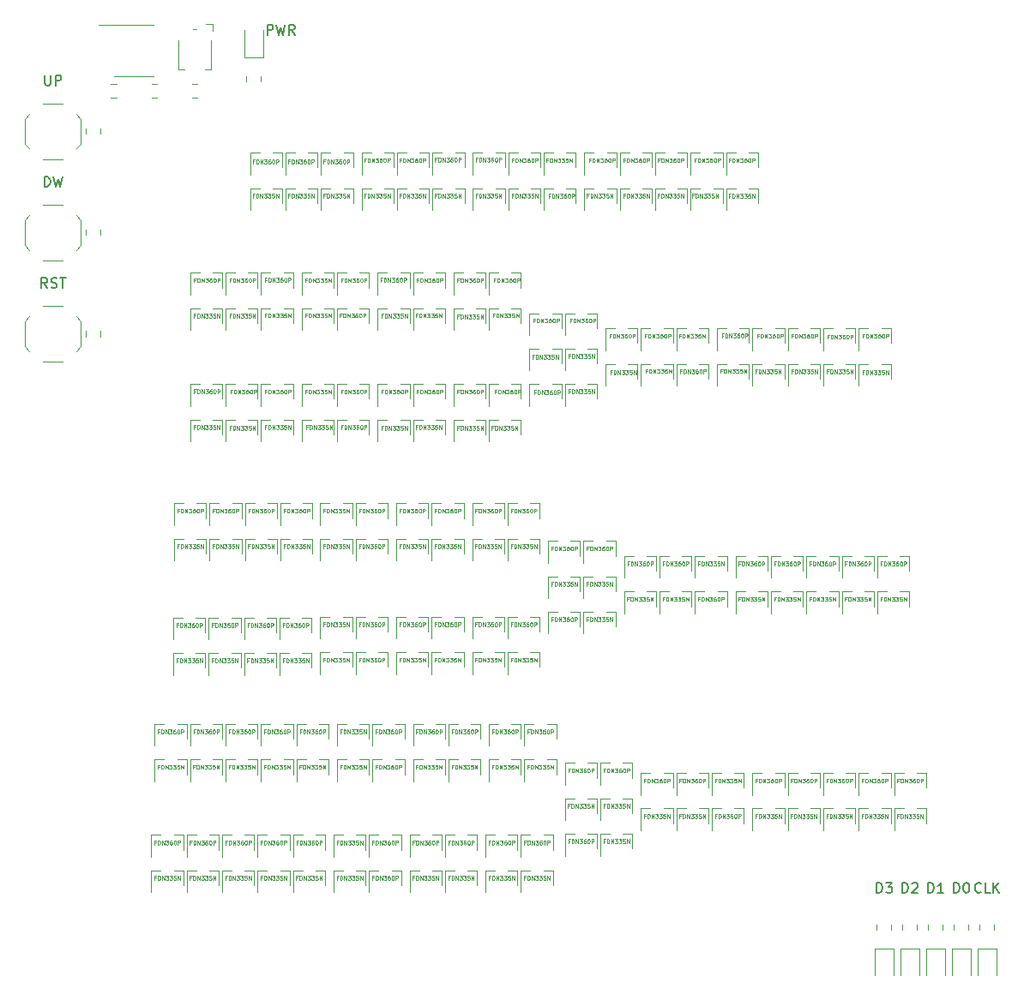
<source format=gbr>
%TF.GenerationSoftware,KiCad,Pcbnew,(5.99.0-3349-gc9824bbd9)*%
%TF.CreationDate,2020-09-24T16:48:39-07:00*%
%TF.ProjectId,Counter,436f756e-7465-4722-9e6b-696361645f70,rev?*%
%TF.SameCoordinates,Original*%
%TF.FileFunction,Legend,Top*%
%TF.FilePolarity,Positive*%
%FSLAX46Y46*%
G04 Gerber Fmt 4.6, Leading zero omitted, Abs format (unit mm)*
G04 Created by KiCad (PCBNEW (5.99.0-3349-gc9824bbd9)) date 2020-09-24 16:48:39*
%MOMM*%
%LPD*%
G01*
G04 APERTURE LIST*
%ADD10C,0.150000*%
%ADD11C,0.100000*%
%ADD12C,0.120000*%
G04 APERTURE END LIST*
D10*
X38166666Y-13452380D02*
X38166666Y-12452380D01*
X38547619Y-12452380D01*
X38642857Y-12500000D01*
X38690476Y-12547619D01*
X38738095Y-12642857D01*
X38738095Y-12785714D01*
X38690476Y-12880952D01*
X38642857Y-12928571D01*
X38547619Y-12976190D01*
X38166666Y-12976190D01*
X39071428Y-12452380D02*
X39309523Y-13452380D01*
X39500000Y-12738095D01*
X39690476Y-13452380D01*
X39928571Y-12452380D01*
X40880952Y-13452380D02*
X40547619Y-12976190D01*
X40309523Y-13452380D02*
X40309523Y-12452380D01*
X40690476Y-12452380D01*
X40785714Y-12500000D01*
X40833333Y-12547619D01*
X40880952Y-12642857D01*
X40880952Y-12785714D01*
X40833333Y-12880952D01*
X40785714Y-12928571D01*
X40690476Y-12976190D01*
X40309523Y-12976190D01*
X16452380Y-38452380D02*
X16119047Y-37976190D01*
X15880952Y-38452380D02*
X15880952Y-37452380D01*
X16261904Y-37452380D01*
X16357142Y-37500000D01*
X16404761Y-37547619D01*
X16452380Y-37642857D01*
X16452380Y-37785714D01*
X16404761Y-37880952D01*
X16357142Y-37928571D01*
X16261904Y-37976190D01*
X15880952Y-37976190D01*
X16833333Y-38404761D02*
X16976190Y-38452380D01*
X17214285Y-38452380D01*
X17309523Y-38404761D01*
X17357142Y-38357142D01*
X17404761Y-38261904D01*
X17404761Y-38166666D01*
X17357142Y-38071428D01*
X17309523Y-38023809D01*
X17214285Y-37976190D01*
X17023809Y-37928571D01*
X16928571Y-37880952D01*
X16880952Y-37833333D01*
X16833333Y-37738095D01*
X16833333Y-37642857D01*
X16880952Y-37547619D01*
X16928571Y-37500000D01*
X17023809Y-37452380D01*
X17261904Y-37452380D01*
X17404761Y-37500000D01*
X17690476Y-37452380D02*
X18261904Y-37452380D01*
X17976190Y-38452380D02*
X17976190Y-37452380D01*
X16166666Y-28452380D02*
X16166666Y-27452380D01*
X16404761Y-27452380D01*
X16547619Y-27500000D01*
X16642857Y-27595238D01*
X16690476Y-27690476D01*
X16738095Y-27880952D01*
X16738095Y-28023809D01*
X16690476Y-28214285D01*
X16642857Y-28309523D01*
X16547619Y-28404761D01*
X16404761Y-28452380D01*
X16166666Y-28452380D01*
X17071428Y-27452380D02*
X17309523Y-28452380D01*
X17500000Y-27738095D01*
X17690476Y-28452380D01*
X17928571Y-27452380D01*
X16214285Y-17452380D02*
X16214285Y-18261904D01*
X16261904Y-18357142D01*
X16309523Y-18404761D01*
X16404761Y-18452380D01*
X16595238Y-18452380D01*
X16690476Y-18404761D01*
X16738095Y-18357142D01*
X16785714Y-18261904D01*
X16785714Y-17452380D01*
X17261904Y-18452380D02*
X17261904Y-17452380D01*
X17642857Y-17452380D01*
X17738095Y-17500000D01*
X17785714Y-17547619D01*
X17833333Y-17642857D01*
X17833333Y-17785714D01*
X17785714Y-17880952D01*
X17738095Y-17928571D01*
X17642857Y-17976190D01*
X17261904Y-17976190D01*
X98321904Y-98242380D02*
X98321904Y-97242380D01*
X98560000Y-97242380D01*
X98702857Y-97290000D01*
X98798095Y-97385238D01*
X98845714Y-97480476D01*
X98893333Y-97670952D01*
X98893333Y-97813809D01*
X98845714Y-98004285D01*
X98798095Y-98099523D01*
X98702857Y-98194761D01*
X98560000Y-98242380D01*
X98321904Y-98242380D01*
X99226666Y-97242380D02*
X99845714Y-97242380D01*
X99512380Y-97623333D01*
X99655238Y-97623333D01*
X99750476Y-97670952D01*
X99798095Y-97718571D01*
X99845714Y-97813809D01*
X99845714Y-98051904D01*
X99798095Y-98147142D01*
X99750476Y-98194761D01*
X99655238Y-98242380D01*
X99369523Y-98242380D01*
X99274285Y-98194761D01*
X99226666Y-98147142D01*
X100861904Y-98242380D02*
X100861904Y-97242380D01*
X101100000Y-97242380D01*
X101242857Y-97290000D01*
X101338095Y-97385238D01*
X101385714Y-97480476D01*
X101433333Y-97670952D01*
X101433333Y-97813809D01*
X101385714Y-98004285D01*
X101338095Y-98099523D01*
X101242857Y-98194761D01*
X101100000Y-98242380D01*
X100861904Y-98242380D01*
X101814285Y-97337619D02*
X101861904Y-97290000D01*
X101957142Y-97242380D01*
X102195238Y-97242380D01*
X102290476Y-97290000D01*
X102338095Y-97337619D01*
X102385714Y-97432857D01*
X102385714Y-97528095D01*
X102338095Y-97670952D01*
X101766666Y-98242380D01*
X102385714Y-98242380D01*
X103401904Y-98242380D02*
X103401904Y-97242380D01*
X103640000Y-97242380D01*
X103782857Y-97290000D01*
X103878095Y-97385238D01*
X103925714Y-97480476D01*
X103973333Y-97670952D01*
X103973333Y-97813809D01*
X103925714Y-98004285D01*
X103878095Y-98099523D01*
X103782857Y-98194761D01*
X103640000Y-98242380D01*
X103401904Y-98242380D01*
X104925714Y-98242380D02*
X104354285Y-98242380D01*
X104640000Y-98242380D02*
X104640000Y-97242380D01*
X104544761Y-97385238D01*
X104449523Y-97480476D01*
X104354285Y-97528095D01*
X105941904Y-98242380D02*
X105941904Y-97242380D01*
X106180000Y-97242380D01*
X106322857Y-97290000D01*
X106418095Y-97385238D01*
X106465714Y-97480476D01*
X106513333Y-97670952D01*
X106513333Y-97813809D01*
X106465714Y-98004285D01*
X106418095Y-98099523D01*
X106322857Y-98194761D01*
X106180000Y-98242380D01*
X105941904Y-98242380D01*
X107132380Y-97242380D02*
X107227619Y-97242380D01*
X107322857Y-97290000D01*
X107370476Y-97337619D01*
X107418095Y-97432857D01*
X107465714Y-97623333D01*
X107465714Y-97861428D01*
X107418095Y-98051904D01*
X107370476Y-98147142D01*
X107322857Y-98194761D01*
X107227619Y-98242380D01*
X107132380Y-98242380D01*
X107037142Y-98194761D01*
X106989523Y-98147142D01*
X106941904Y-98051904D01*
X106894285Y-97861428D01*
X106894285Y-97623333D01*
X106941904Y-97432857D01*
X106989523Y-97337619D01*
X107037142Y-97290000D01*
X107132380Y-97242380D01*
X108624761Y-98147142D02*
X108577142Y-98194761D01*
X108434285Y-98242380D01*
X108339047Y-98242380D01*
X108196190Y-98194761D01*
X108100952Y-98099523D01*
X108053333Y-98004285D01*
X108005714Y-97813809D01*
X108005714Y-97670952D01*
X108053333Y-97480476D01*
X108100952Y-97385238D01*
X108196190Y-97290000D01*
X108339047Y-97242380D01*
X108434285Y-97242380D01*
X108577142Y-97290000D01*
X108624761Y-97337619D01*
X109529523Y-98242380D02*
X109053333Y-98242380D01*
X109053333Y-97242380D01*
X109862857Y-98242380D02*
X109862857Y-97242380D01*
X110434285Y-98242380D02*
X110005714Y-97670952D01*
X110434285Y-97242380D02*
X109862857Y-97813809D01*
D11*
%TO.C,Q52*%
X56497668Y-85788130D02*
X56364335Y-85788130D01*
X56364335Y-85997654D02*
X56364335Y-85597654D01*
X56554811Y-85597654D01*
X56707192Y-85997654D02*
X56707192Y-85597654D01*
X56802430Y-85597654D01*
X56859573Y-85616702D01*
X56897668Y-85654797D01*
X56916716Y-85692892D01*
X56935763Y-85769082D01*
X56935763Y-85826225D01*
X56916716Y-85902416D01*
X56897668Y-85940511D01*
X56859573Y-85978606D01*
X56802430Y-85997654D01*
X56707192Y-85997654D01*
X57107192Y-85997654D02*
X57107192Y-85597654D01*
X57335763Y-85997654D01*
X57335763Y-85597654D01*
X57488144Y-85597654D02*
X57735763Y-85597654D01*
X57602430Y-85750035D01*
X57659573Y-85750035D01*
X57697668Y-85769082D01*
X57716716Y-85788130D01*
X57735763Y-85826225D01*
X57735763Y-85921463D01*
X57716716Y-85959559D01*
X57697668Y-85978606D01*
X57659573Y-85997654D01*
X57545287Y-85997654D01*
X57507192Y-85978606D01*
X57488144Y-85959559D01*
X57869097Y-85597654D02*
X58116716Y-85597654D01*
X57983382Y-85750035D01*
X58040525Y-85750035D01*
X58078621Y-85769082D01*
X58097668Y-85788130D01*
X58116716Y-85826225D01*
X58116716Y-85921463D01*
X58097668Y-85959559D01*
X58078621Y-85978606D01*
X58040525Y-85997654D01*
X57926240Y-85997654D01*
X57888144Y-85978606D01*
X57869097Y-85959559D01*
X58478621Y-85597654D02*
X58288144Y-85597654D01*
X58269097Y-85788130D01*
X58288144Y-85769082D01*
X58326240Y-85750035D01*
X58421478Y-85750035D01*
X58459573Y-85769082D01*
X58478621Y-85788130D01*
X58497668Y-85826225D01*
X58497668Y-85921463D01*
X58478621Y-85959559D01*
X58459573Y-85978606D01*
X58421478Y-85997654D01*
X58326240Y-85997654D01*
X58288144Y-85978606D01*
X58269097Y-85959559D01*
X58669097Y-85997654D02*
X58669097Y-85597654D01*
X58897668Y-85997654D01*
X58897668Y-85597654D01*
%TO.C,U21*%
X53007192Y-82288130D02*
X52873859Y-82288130D01*
X52873859Y-82497654D02*
X52873859Y-82097654D01*
X53064335Y-82097654D01*
X53216716Y-82497654D02*
X53216716Y-82097654D01*
X53311954Y-82097654D01*
X53369097Y-82116702D01*
X53407192Y-82154797D01*
X53426240Y-82192892D01*
X53445287Y-82269082D01*
X53445287Y-82326225D01*
X53426240Y-82402416D01*
X53407192Y-82440511D01*
X53369097Y-82478606D01*
X53311954Y-82497654D01*
X53216716Y-82497654D01*
X53616716Y-82497654D02*
X53616716Y-82097654D01*
X53845287Y-82497654D01*
X53845287Y-82097654D01*
X53997668Y-82097654D02*
X54245287Y-82097654D01*
X54111954Y-82250035D01*
X54169097Y-82250035D01*
X54207192Y-82269082D01*
X54226240Y-82288130D01*
X54245287Y-82326225D01*
X54245287Y-82421463D01*
X54226240Y-82459559D01*
X54207192Y-82478606D01*
X54169097Y-82497654D01*
X54054811Y-82497654D01*
X54016716Y-82478606D01*
X53997668Y-82459559D01*
X54588144Y-82097654D02*
X54511954Y-82097654D01*
X54473859Y-82116702D01*
X54454811Y-82135749D01*
X54416716Y-82192892D01*
X54397668Y-82269082D01*
X54397668Y-82421463D01*
X54416716Y-82459559D01*
X54435763Y-82478606D01*
X54473859Y-82497654D01*
X54550049Y-82497654D01*
X54588144Y-82478606D01*
X54607192Y-82459559D01*
X54626240Y-82421463D01*
X54626240Y-82326225D01*
X54607192Y-82288130D01*
X54588144Y-82269082D01*
X54550049Y-82250035D01*
X54473859Y-82250035D01*
X54435763Y-82269082D01*
X54416716Y-82288130D01*
X54397668Y-82326225D01*
X54873859Y-82097654D02*
X54911954Y-82097654D01*
X54950049Y-82116702D01*
X54969097Y-82135749D01*
X54988144Y-82173844D01*
X55007192Y-82250035D01*
X55007192Y-82345273D01*
X54988144Y-82421463D01*
X54969097Y-82459559D01*
X54950049Y-82478606D01*
X54911954Y-82497654D01*
X54873859Y-82497654D01*
X54835763Y-82478606D01*
X54816716Y-82459559D01*
X54797668Y-82421463D01*
X54778621Y-82345273D01*
X54778621Y-82250035D01*
X54797668Y-82173844D01*
X54816716Y-82135749D01*
X54835763Y-82116702D01*
X54873859Y-82097654D01*
X55178621Y-82497654D02*
X55178621Y-82097654D01*
X55331002Y-82097654D01*
X55369097Y-82116702D01*
X55388144Y-82135749D01*
X55407192Y-82173844D01*
X55407192Y-82230987D01*
X55388144Y-82269082D01*
X55369097Y-82288130D01*
X55331002Y-82307178D01*
X55178621Y-82307178D01*
%TO.C,Q128*%
X68066666Y-48671428D02*
X67933333Y-48671428D01*
X67933333Y-48880952D02*
X67933333Y-48480952D01*
X68123809Y-48480952D01*
X68276190Y-48880952D02*
X68276190Y-48480952D01*
X68371428Y-48480952D01*
X68428571Y-48500000D01*
X68466666Y-48538095D01*
X68485714Y-48576190D01*
X68504761Y-48652380D01*
X68504761Y-48709523D01*
X68485714Y-48785714D01*
X68466666Y-48823809D01*
X68428571Y-48861904D01*
X68371428Y-48880952D01*
X68276190Y-48880952D01*
X68676190Y-48880952D02*
X68676190Y-48480952D01*
X68904761Y-48880952D01*
X68904761Y-48480952D01*
X69057142Y-48480952D02*
X69304761Y-48480952D01*
X69171428Y-48633333D01*
X69228571Y-48633333D01*
X69266666Y-48652380D01*
X69285714Y-48671428D01*
X69304761Y-48709523D01*
X69304761Y-48804761D01*
X69285714Y-48842857D01*
X69266666Y-48861904D01*
X69228571Y-48880952D01*
X69114285Y-48880952D01*
X69076190Y-48861904D01*
X69057142Y-48842857D01*
X69438095Y-48480952D02*
X69685714Y-48480952D01*
X69552380Y-48633333D01*
X69609523Y-48633333D01*
X69647619Y-48652380D01*
X69666666Y-48671428D01*
X69685714Y-48709523D01*
X69685714Y-48804761D01*
X69666666Y-48842857D01*
X69647619Y-48861904D01*
X69609523Y-48880952D01*
X69495238Y-48880952D01*
X69457142Y-48861904D01*
X69438095Y-48842857D01*
X70047619Y-48480952D02*
X69857142Y-48480952D01*
X69838095Y-48671428D01*
X69857142Y-48652380D01*
X69895238Y-48633333D01*
X69990476Y-48633333D01*
X70028571Y-48652380D01*
X70047619Y-48671428D01*
X70066666Y-48709523D01*
X70066666Y-48804761D01*
X70047619Y-48842857D01*
X70028571Y-48861904D01*
X69990476Y-48880952D01*
X69895238Y-48880952D01*
X69857142Y-48861904D01*
X69838095Y-48842857D01*
X70238095Y-48880952D02*
X70238095Y-48480952D01*
X70466666Y-48880952D01*
X70466666Y-48480952D01*
%TO.C,Q1*%
X29434593Y-60471428D02*
X29301260Y-60471428D01*
X29301260Y-60680952D02*
X29301260Y-60280952D01*
X29491736Y-60280952D01*
X29644117Y-60680952D02*
X29644117Y-60280952D01*
X29739355Y-60280952D01*
X29796498Y-60300000D01*
X29834593Y-60338095D01*
X29853641Y-60376190D01*
X29872688Y-60452380D01*
X29872688Y-60509523D01*
X29853641Y-60585714D01*
X29834593Y-60623809D01*
X29796498Y-60661904D01*
X29739355Y-60680952D01*
X29644117Y-60680952D01*
X30044117Y-60680952D02*
X30044117Y-60280952D01*
X30272688Y-60680952D01*
X30272688Y-60280952D01*
X30425069Y-60280952D02*
X30672688Y-60280952D01*
X30539355Y-60433333D01*
X30596498Y-60433333D01*
X30634593Y-60452380D01*
X30653641Y-60471428D01*
X30672688Y-60509523D01*
X30672688Y-60604761D01*
X30653641Y-60642857D01*
X30634593Y-60661904D01*
X30596498Y-60680952D01*
X30482212Y-60680952D01*
X30444117Y-60661904D01*
X30425069Y-60642857D01*
X31015545Y-60280952D02*
X30939355Y-60280952D01*
X30901260Y-60300000D01*
X30882212Y-60319047D01*
X30844117Y-60376190D01*
X30825069Y-60452380D01*
X30825069Y-60604761D01*
X30844117Y-60642857D01*
X30863164Y-60661904D01*
X30901260Y-60680952D01*
X30977450Y-60680952D01*
X31015545Y-60661904D01*
X31034593Y-60642857D01*
X31053641Y-60604761D01*
X31053641Y-60509523D01*
X31034593Y-60471428D01*
X31015545Y-60452380D01*
X30977450Y-60433333D01*
X30901260Y-60433333D01*
X30863164Y-60452380D01*
X30844117Y-60471428D01*
X30825069Y-60509523D01*
X31301260Y-60280952D02*
X31339355Y-60280952D01*
X31377450Y-60300000D01*
X31396498Y-60319047D01*
X31415545Y-60357142D01*
X31434593Y-60433333D01*
X31434593Y-60528571D01*
X31415545Y-60604761D01*
X31396498Y-60642857D01*
X31377450Y-60661904D01*
X31339355Y-60680952D01*
X31301260Y-60680952D01*
X31263164Y-60661904D01*
X31244117Y-60642857D01*
X31225069Y-60604761D01*
X31206022Y-60528571D01*
X31206022Y-60433333D01*
X31225069Y-60357142D01*
X31244117Y-60319047D01*
X31263164Y-60300000D01*
X31301260Y-60280952D01*
X31606022Y-60680952D02*
X31606022Y-60280952D01*
X31758403Y-60280952D01*
X31796498Y-60300000D01*
X31815545Y-60319047D01*
X31834593Y-60357142D01*
X31834593Y-60414285D01*
X31815545Y-60452380D01*
X31796498Y-60471428D01*
X31758403Y-60490476D01*
X31606022Y-60490476D01*
%TO.C,U74*%
X79076190Y-46696428D02*
X78942857Y-46696428D01*
X78942857Y-46905952D02*
X78942857Y-46505952D01*
X79133333Y-46505952D01*
X79285714Y-46905952D02*
X79285714Y-46505952D01*
X79380952Y-46505952D01*
X79438095Y-46525000D01*
X79476190Y-46563095D01*
X79495238Y-46601190D01*
X79514285Y-46677380D01*
X79514285Y-46734523D01*
X79495238Y-46810714D01*
X79476190Y-46848809D01*
X79438095Y-46886904D01*
X79380952Y-46905952D01*
X79285714Y-46905952D01*
X79685714Y-46905952D02*
X79685714Y-46505952D01*
X79914285Y-46905952D01*
X79914285Y-46505952D01*
X80066666Y-46505952D02*
X80314285Y-46505952D01*
X80180952Y-46658333D01*
X80238095Y-46658333D01*
X80276190Y-46677380D01*
X80295238Y-46696428D01*
X80314285Y-46734523D01*
X80314285Y-46829761D01*
X80295238Y-46867857D01*
X80276190Y-46886904D01*
X80238095Y-46905952D01*
X80123809Y-46905952D01*
X80085714Y-46886904D01*
X80066666Y-46867857D01*
X80657142Y-46505952D02*
X80580952Y-46505952D01*
X80542857Y-46525000D01*
X80523809Y-46544047D01*
X80485714Y-46601190D01*
X80466666Y-46677380D01*
X80466666Y-46829761D01*
X80485714Y-46867857D01*
X80504761Y-46886904D01*
X80542857Y-46905952D01*
X80619047Y-46905952D01*
X80657142Y-46886904D01*
X80676190Y-46867857D01*
X80695238Y-46829761D01*
X80695238Y-46734523D01*
X80676190Y-46696428D01*
X80657142Y-46677380D01*
X80619047Y-46658333D01*
X80542857Y-46658333D01*
X80504761Y-46677380D01*
X80485714Y-46696428D01*
X80466666Y-46734523D01*
X80942857Y-46505952D02*
X80980952Y-46505952D01*
X81019047Y-46525000D01*
X81038095Y-46544047D01*
X81057142Y-46582142D01*
X81076190Y-46658333D01*
X81076190Y-46753571D01*
X81057142Y-46829761D01*
X81038095Y-46867857D01*
X81019047Y-46886904D01*
X80980952Y-46905952D01*
X80942857Y-46905952D01*
X80904761Y-46886904D01*
X80885714Y-46867857D01*
X80866666Y-46829761D01*
X80847619Y-46753571D01*
X80847619Y-46658333D01*
X80866666Y-46582142D01*
X80885714Y-46544047D01*
X80904761Y-46525000D01*
X80942857Y-46505952D01*
X81247619Y-46905952D02*
X81247619Y-46505952D01*
X81400000Y-46505952D01*
X81438095Y-46525000D01*
X81457142Y-46544047D01*
X81476190Y-46582142D01*
X81476190Y-46639285D01*
X81457142Y-46677380D01*
X81438095Y-46696428D01*
X81400000Y-46715476D01*
X81247619Y-46715476D01*
%TO.C,Q80*%
X77340570Y-69196428D02*
X77207237Y-69196428D01*
X77207237Y-69405952D02*
X77207237Y-69005952D01*
X77397713Y-69005952D01*
X77550094Y-69405952D02*
X77550094Y-69005952D01*
X77645332Y-69005952D01*
X77702475Y-69025000D01*
X77740570Y-69063095D01*
X77759618Y-69101190D01*
X77778665Y-69177380D01*
X77778665Y-69234523D01*
X77759618Y-69310714D01*
X77740570Y-69348809D01*
X77702475Y-69386904D01*
X77645332Y-69405952D01*
X77550094Y-69405952D01*
X77950094Y-69405952D02*
X77950094Y-69005952D01*
X78178665Y-69405952D01*
X78178665Y-69005952D01*
X78331046Y-69005952D02*
X78578665Y-69005952D01*
X78445332Y-69158333D01*
X78502475Y-69158333D01*
X78540570Y-69177380D01*
X78559618Y-69196428D01*
X78578665Y-69234523D01*
X78578665Y-69329761D01*
X78559618Y-69367857D01*
X78540570Y-69386904D01*
X78502475Y-69405952D01*
X78388189Y-69405952D01*
X78350094Y-69386904D01*
X78331046Y-69367857D01*
X78711999Y-69005952D02*
X78959618Y-69005952D01*
X78826284Y-69158333D01*
X78883427Y-69158333D01*
X78921523Y-69177380D01*
X78940570Y-69196428D01*
X78959618Y-69234523D01*
X78959618Y-69329761D01*
X78940570Y-69367857D01*
X78921523Y-69386904D01*
X78883427Y-69405952D01*
X78769142Y-69405952D01*
X78731046Y-69386904D01*
X78711999Y-69367857D01*
X79321523Y-69005952D02*
X79131046Y-69005952D01*
X79111999Y-69196428D01*
X79131046Y-69177380D01*
X79169142Y-69158333D01*
X79264380Y-69158333D01*
X79302475Y-69177380D01*
X79321523Y-69196428D01*
X79340570Y-69234523D01*
X79340570Y-69329761D01*
X79321523Y-69367857D01*
X79302475Y-69386904D01*
X79264380Y-69405952D01*
X79169142Y-69405952D01*
X79131046Y-69386904D01*
X79111999Y-69367857D01*
X79511999Y-69405952D02*
X79511999Y-69005952D01*
X79740570Y-69405952D01*
X79740570Y-69005952D01*
%TO.C,Q111*%
X49566666Y-41196428D02*
X49433333Y-41196428D01*
X49433333Y-41405952D02*
X49433333Y-41005952D01*
X49623809Y-41005952D01*
X49776190Y-41405952D02*
X49776190Y-41005952D01*
X49871428Y-41005952D01*
X49928571Y-41025000D01*
X49966666Y-41063095D01*
X49985714Y-41101190D01*
X50004761Y-41177380D01*
X50004761Y-41234523D01*
X49985714Y-41310714D01*
X49966666Y-41348809D01*
X49928571Y-41386904D01*
X49871428Y-41405952D01*
X49776190Y-41405952D01*
X50176190Y-41405952D02*
X50176190Y-41005952D01*
X50404761Y-41405952D01*
X50404761Y-41005952D01*
X50557142Y-41005952D02*
X50804761Y-41005952D01*
X50671428Y-41158333D01*
X50728571Y-41158333D01*
X50766666Y-41177380D01*
X50785714Y-41196428D01*
X50804761Y-41234523D01*
X50804761Y-41329761D01*
X50785714Y-41367857D01*
X50766666Y-41386904D01*
X50728571Y-41405952D01*
X50614285Y-41405952D01*
X50576190Y-41386904D01*
X50557142Y-41367857D01*
X50938095Y-41005952D02*
X51185714Y-41005952D01*
X51052380Y-41158333D01*
X51109523Y-41158333D01*
X51147619Y-41177380D01*
X51166666Y-41196428D01*
X51185714Y-41234523D01*
X51185714Y-41329761D01*
X51166666Y-41367857D01*
X51147619Y-41386904D01*
X51109523Y-41405952D01*
X50995238Y-41405952D01*
X50957142Y-41386904D01*
X50938095Y-41367857D01*
X51547619Y-41005952D02*
X51357142Y-41005952D01*
X51338095Y-41196428D01*
X51357142Y-41177380D01*
X51395238Y-41158333D01*
X51490476Y-41158333D01*
X51528571Y-41177380D01*
X51547619Y-41196428D01*
X51566666Y-41234523D01*
X51566666Y-41329761D01*
X51547619Y-41367857D01*
X51528571Y-41386904D01*
X51490476Y-41405952D01*
X51395238Y-41405952D01*
X51357142Y-41386904D01*
X51338095Y-41367857D01*
X51738095Y-41405952D02*
X51738095Y-41005952D01*
X51966666Y-41405952D01*
X51966666Y-41005952D01*
%TO.C,Q25*%
X30658419Y-96748881D02*
X30525086Y-96748881D01*
X30525086Y-96958405D02*
X30525086Y-96558405D01*
X30715562Y-96558405D01*
X30867943Y-96958405D02*
X30867943Y-96558405D01*
X30963181Y-96558405D01*
X31020324Y-96577453D01*
X31058419Y-96615548D01*
X31077467Y-96653643D01*
X31096514Y-96729833D01*
X31096514Y-96786976D01*
X31077467Y-96863167D01*
X31058419Y-96901262D01*
X31020324Y-96939357D01*
X30963181Y-96958405D01*
X30867943Y-96958405D01*
X31267943Y-96958405D02*
X31267943Y-96558405D01*
X31496514Y-96958405D01*
X31496514Y-96558405D01*
X31648895Y-96558405D02*
X31896514Y-96558405D01*
X31763181Y-96710786D01*
X31820324Y-96710786D01*
X31858419Y-96729833D01*
X31877467Y-96748881D01*
X31896514Y-96786976D01*
X31896514Y-96882214D01*
X31877467Y-96920310D01*
X31858419Y-96939357D01*
X31820324Y-96958405D01*
X31706038Y-96958405D01*
X31667943Y-96939357D01*
X31648895Y-96920310D01*
X32029848Y-96558405D02*
X32277467Y-96558405D01*
X32144133Y-96710786D01*
X32201276Y-96710786D01*
X32239372Y-96729833D01*
X32258419Y-96748881D01*
X32277467Y-96786976D01*
X32277467Y-96882214D01*
X32258419Y-96920310D01*
X32239372Y-96939357D01*
X32201276Y-96958405D01*
X32086991Y-96958405D01*
X32048895Y-96939357D01*
X32029848Y-96920310D01*
X32639372Y-96558405D02*
X32448895Y-96558405D01*
X32429848Y-96748881D01*
X32448895Y-96729833D01*
X32486991Y-96710786D01*
X32582229Y-96710786D01*
X32620324Y-96729833D01*
X32639372Y-96748881D01*
X32658419Y-96786976D01*
X32658419Y-96882214D01*
X32639372Y-96920310D01*
X32620324Y-96939357D01*
X32582229Y-96958405D01*
X32486991Y-96958405D01*
X32448895Y-96939357D01*
X32429848Y-96920310D01*
X32829848Y-96958405D02*
X32829848Y-96558405D01*
X33058419Y-96958405D01*
X33058419Y-96558405D01*
%TO.C,U57*%
X97007192Y-87131032D02*
X96873859Y-87131032D01*
X96873859Y-87340556D02*
X96873859Y-86940556D01*
X97064335Y-86940556D01*
X97216716Y-87340556D02*
X97216716Y-86940556D01*
X97311954Y-86940556D01*
X97369097Y-86959604D01*
X97407192Y-86997699D01*
X97426240Y-87035794D01*
X97445287Y-87111984D01*
X97445287Y-87169127D01*
X97426240Y-87245318D01*
X97407192Y-87283413D01*
X97369097Y-87321508D01*
X97311954Y-87340556D01*
X97216716Y-87340556D01*
X97616716Y-87340556D02*
X97616716Y-86940556D01*
X97845287Y-87340556D01*
X97845287Y-86940556D01*
X97997668Y-86940556D02*
X98245287Y-86940556D01*
X98111954Y-87092937D01*
X98169097Y-87092937D01*
X98207192Y-87111984D01*
X98226240Y-87131032D01*
X98245287Y-87169127D01*
X98245287Y-87264365D01*
X98226240Y-87302461D01*
X98207192Y-87321508D01*
X98169097Y-87340556D01*
X98054811Y-87340556D01*
X98016716Y-87321508D01*
X97997668Y-87302461D01*
X98588144Y-86940556D02*
X98511954Y-86940556D01*
X98473859Y-86959604D01*
X98454811Y-86978651D01*
X98416716Y-87035794D01*
X98397668Y-87111984D01*
X98397668Y-87264365D01*
X98416716Y-87302461D01*
X98435763Y-87321508D01*
X98473859Y-87340556D01*
X98550049Y-87340556D01*
X98588144Y-87321508D01*
X98607192Y-87302461D01*
X98626240Y-87264365D01*
X98626240Y-87169127D01*
X98607192Y-87131032D01*
X98588144Y-87111984D01*
X98550049Y-87092937D01*
X98473859Y-87092937D01*
X98435763Y-87111984D01*
X98416716Y-87131032D01*
X98397668Y-87169127D01*
X98873859Y-86940556D02*
X98911954Y-86940556D01*
X98950049Y-86959604D01*
X98969097Y-86978651D01*
X98988144Y-87016746D01*
X99007192Y-87092937D01*
X99007192Y-87188175D01*
X98988144Y-87264365D01*
X98969097Y-87302461D01*
X98950049Y-87321508D01*
X98911954Y-87340556D01*
X98873859Y-87340556D01*
X98835763Y-87321508D01*
X98816716Y-87302461D01*
X98797668Y-87264365D01*
X98778621Y-87188175D01*
X98778621Y-87092937D01*
X98797668Y-87016746D01*
X98816716Y-86978651D01*
X98835763Y-86959604D01*
X98873859Y-86940556D01*
X99178621Y-87340556D02*
X99178621Y-86940556D01*
X99331002Y-86940556D01*
X99369097Y-86959604D01*
X99388144Y-86978651D01*
X99407192Y-87016746D01*
X99407192Y-87073889D01*
X99388144Y-87111984D01*
X99369097Y-87131032D01*
X99331002Y-87150080D01*
X99178621Y-87150080D01*
%TO.C,U56*%
X100507192Y-87131032D02*
X100373859Y-87131032D01*
X100373859Y-87340556D02*
X100373859Y-86940556D01*
X100564335Y-86940556D01*
X100716716Y-87340556D02*
X100716716Y-86940556D01*
X100811954Y-86940556D01*
X100869097Y-86959604D01*
X100907192Y-86997699D01*
X100926240Y-87035794D01*
X100945287Y-87111984D01*
X100945287Y-87169127D01*
X100926240Y-87245318D01*
X100907192Y-87283413D01*
X100869097Y-87321508D01*
X100811954Y-87340556D01*
X100716716Y-87340556D01*
X101116716Y-87340556D02*
X101116716Y-86940556D01*
X101345287Y-87340556D01*
X101345287Y-86940556D01*
X101497668Y-86940556D02*
X101745287Y-86940556D01*
X101611954Y-87092937D01*
X101669097Y-87092937D01*
X101707192Y-87111984D01*
X101726240Y-87131032D01*
X101745287Y-87169127D01*
X101745287Y-87264365D01*
X101726240Y-87302461D01*
X101707192Y-87321508D01*
X101669097Y-87340556D01*
X101554811Y-87340556D01*
X101516716Y-87321508D01*
X101497668Y-87302461D01*
X102088144Y-86940556D02*
X102011954Y-86940556D01*
X101973859Y-86959604D01*
X101954811Y-86978651D01*
X101916716Y-87035794D01*
X101897668Y-87111984D01*
X101897668Y-87264365D01*
X101916716Y-87302461D01*
X101935763Y-87321508D01*
X101973859Y-87340556D01*
X102050049Y-87340556D01*
X102088144Y-87321508D01*
X102107192Y-87302461D01*
X102126240Y-87264365D01*
X102126240Y-87169127D01*
X102107192Y-87131032D01*
X102088144Y-87111984D01*
X102050049Y-87092937D01*
X101973859Y-87092937D01*
X101935763Y-87111984D01*
X101916716Y-87131032D01*
X101897668Y-87169127D01*
X102373859Y-86940556D02*
X102411954Y-86940556D01*
X102450049Y-86959604D01*
X102469097Y-86978651D01*
X102488144Y-87016746D01*
X102507192Y-87092937D01*
X102507192Y-87188175D01*
X102488144Y-87264365D01*
X102469097Y-87302461D01*
X102450049Y-87321508D01*
X102411954Y-87340556D01*
X102373859Y-87340556D01*
X102335763Y-87321508D01*
X102316716Y-87302461D01*
X102297668Y-87264365D01*
X102278621Y-87188175D01*
X102278621Y-87092937D01*
X102297668Y-87016746D01*
X102316716Y-86978651D01*
X102335763Y-86959604D01*
X102373859Y-86940556D01*
X102678621Y-87340556D02*
X102678621Y-86940556D01*
X102831002Y-86940556D01*
X102869097Y-86959604D01*
X102888144Y-86978651D01*
X102907192Y-87016746D01*
X102907192Y-87073889D01*
X102888144Y-87111984D01*
X102869097Y-87131032D01*
X102831002Y-87150080D01*
X102678621Y-87150080D01*
%TO.C,Q57*%
X45158419Y-93248881D02*
X45025086Y-93248881D01*
X45025086Y-93458405D02*
X45025086Y-93058405D01*
X45215562Y-93058405D01*
X45367943Y-93458405D02*
X45367943Y-93058405D01*
X45463181Y-93058405D01*
X45520324Y-93077453D01*
X45558419Y-93115548D01*
X45577467Y-93153643D01*
X45596514Y-93229833D01*
X45596514Y-93286976D01*
X45577467Y-93363167D01*
X45558419Y-93401262D01*
X45520324Y-93439357D01*
X45463181Y-93458405D01*
X45367943Y-93458405D01*
X45767943Y-93458405D02*
X45767943Y-93058405D01*
X45996514Y-93458405D01*
X45996514Y-93058405D01*
X46148895Y-93058405D02*
X46396514Y-93058405D01*
X46263181Y-93210786D01*
X46320324Y-93210786D01*
X46358419Y-93229833D01*
X46377467Y-93248881D01*
X46396514Y-93286976D01*
X46396514Y-93382214D01*
X46377467Y-93420310D01*
X46358419Y-93439357D01*
X46320324Y-93458405D01*
X46206038Y-93458405D01*
X46167943Y-93439357D01*
X46148895Y-93420310D01*
X46529848Y-93058405D02*
X46777467Y-93058405D01*
X46644133Y-93210786D01*
X46701276Y-93210786D01*
X46739372Y-93229833D01*
X46758419Y-93248881D01*
X46777467Y-93286976D01*
X46777467Y-93382214D01*
X46758419Y-93420310D01*
X46739372Y-93439357D01*
X46701276Y-93458405D01*
X46586991Y-93458405D01*
X46548895Y-93439357D01*
X46529848Y-93420310D01*
X47139372Y-93058405D02*
X46948895Y-93058405D01*
X46929848Y-93248881D01*
X46948895Y-93229833D01*
X46986991Y-93210786D01*
X47082229Y-93210786D01*
X47120324Y-93229833D01*
X47139372Y-93248881D01*
X47158419Y-93286976D01*
X47158419Y-93382214D01*
X47139372Y-93420310D01*
X47120324Y-93439357D01*
X47082229Y-93458405D01*
X46986991Y-93458405D01*
X46948895Y-93439357D01*
X46929848Y-93420310D01*
X47329848Y-93458405D02*
X47329848Y-93058405D01*
X47558419Y-93458405D01*
X47558419Y-93058405D01*
%TO.C,Q35*%
X51340570Y-63971428D02*
X51207237Y-63971428D01*
X51207237Y-64180952D02*
X51207237Y-63780952D01*
X51397713Y-63780952D01*
X51550094Y-64180952D02*
X51550094Y-63780952D01*
X51645332Y-63780952D01*
X51702475Y-63800000D01*
X51740570Y-63838095D01*
X51759618Y-63876190D01*
X51778665Y-63952380D01*
X51778665Y-64009523D01*
X51759618Y-64085714D01*
X51740570Y-64123809D01*
X51702475Y-64161904D01*
X51645332Y-64180952D01*
X51550094Y-64180952D01*
X51950094Y-64180952D02*
X51950094Y-63780952D01*
X52178665Y-64180952D01*
X52178665Y-63780952D01*
X52331046Y-63780952D02*
X52578665Y-63780952D01*
X52445332Y-63933333D01*
X52502475Y-63933333D01*
X52540570Y-63952380D01*
X52559618Y-63971428D01*
X52578665Y-64009523D01*
X52578665Y-64104761D01*
X52559618Y-64142857D01*
X52540570Y-64161904D01*
X52502475Y-64180952D01*
X52388189Y-64180952D01*
X52350094Y-64161904D01*
X52331046Y-64142857D01*
X52711999Y-63780952D02*
X52959618Y-63780952D01*
X52826284Y-63933333D01*
X52883427Y-63933333D01*
X52921523Y-63952380D01*
X52940570Y-63971428D01*
X52959618Y-64009523D01*
X52959618Y-64104761D01*
X52940570Y-64142857D01*
X52921523Y-64161904D01*
X52883427Y-64180952D01*
X52769142Y-64180952D01*
X52731046Y-64161904D01*
X52711999Y-64142857D01*
X53321523Y-63780952D02*
X53131046Y-63780952D01*
X53111999Y-63971428D01*
X53131046Y-63952380D01*
X53169142Y-63933333D01*
X53264380Y-63933333D01*
X53302475Y-63952380D01*
X53321523Y-63971428D01*
X53340570Y-64009523D01*
X53340570Y-64104761D01*
X53321523Y-64142857D01*
X53302475Y-64161904D01*
X53264380Y-64180952D01*
X53169142Y-64180952D01*
X53131046Y-64161904D01*
X53111999Y-64142857D01*
X53511999Y-64180952D02*
X53511999Y-63780952D01*
X53740570Y-64180952D01*
X53740570Y-63780952D01*
%TO.C,U6*%
X38007192Y-82288130D02*
X37873859Y-82288130D01*
X37873859Y-82497654D02*
X37873859Y-82097654D01*
X38064335Y-82097654D01*
X38216716Y-82497654D02*
X38216716Y-82097654D01*
X38311954Y-82097654D01*
X38369097Y-82116702D01*
X38407192Y-82154797D01*
X38426240Y-82192892D01*
X38445287Y-82269082D01*
X38445287Y-82326225D01*
X38426240Y-82402416D01*
X38407192Y-82440511D01*
X38369097Y-82478606D01*
X38311954Y-82497654D01*
X38216716Y-82497654D01*
X38616716Y-82497654D02*
X38616716Y-82097654D01*
X38845287Y-82497654D01*
X38845287Y-82097654D01*
X38997668Y-82097654D02*
X39245287Y-82097654D01*
X39111954Y-82250035D01*
X39169097Y-82250035D01*
X39207192Y-82269082D01*
X39226240Y-82288130D01*
X39245287Y-82326225D01*
X39245287Y-82421463D01*
X39226240Y-82459559D01*
X39207192Y-82478606D01*
X39169097Y-82497654D01*
X39054811Y-82497654D01*
X39016716Y-82478606D01*
X38997668Y-82459559D01*
X39588144Y-82097654D02*
X39511954Y-82097654D01*
X39473859Y-82116702D01*
X39454811Y-82135749D01*
X39416716Y-82192892D01*
X39397668Y-82269082D01*
X39397668Y-82421463D01*
X39416716Y-82459559D01*
X39435763Y-82478606D01*
X39473859Y-82497654D01*
X39550049Y-82497654D01*
X39588144Y-82478606D01*
X39607192Y-82459559D01*
X39626240Y-82421463D01*
X39626240Y-82326225D01*
X39607192Y-82288130D01*
X39588144Y-82269082D01*
X39550049Y-82250035D01*
X39473859Y-82250035D01*
X39435763Y-82269082D01*
X39416716Y-82288130D01*
X39397668Y-82326225D01*
X39873859Y-82097654D02*
X39911954Y-82097654D01*
X39950049Y-82116702D01*
X39969097Y-82135749D01*
X39988144Y-82173844D01*
X40007192Y-82250035D01*
X40007192Y-82345273D01*
X39988144Y-82421463D01*
X39969097Y-82459559D01*
X39950049Y-82478606D01*
X39911954Y-82497654D01*
X39873859Y-82497654D01*
X39835763Y-82478606D01*
X39816716Y-82459559D01*
X39797668Y-82421463D01*
X39778621Y-82345273D01*
X39778621Y-82250035D01*
X39797668Y-82173844D01*
X39816716Y-82135749D01*
X39835763Y-82116702D01*
X39873859Y-82097654D01*
X40178621Y-82497654D02*
X40178621Y-82097654D01*
X40331002Y-82097654D01*
X40369097Y-82116702D01*
X40388144Y-82135749D01*
X40407192Y-82173844D01*
X40407192Y-82230987D01*
X40388144Y-82269082D01*
X40369097Y-82288130D01*
X40331002Y-82307178D01*
X40178621Y-82307178D01*
%TO.C,Q118*%
X53076190Y-48696428D02*
X52942857Y-48696428D01*
X52942857Y-48905952D02*
X52942857Y-48505952D01*
X53133333Y-48505952D01*
X53285714Y-48905952D02*
X53285714Y-48505952D01*
X53380952Y-48505952D01*
X53438095Y-48525000D01*
X53476190Y-48563095D01*
X53495238Y-48601190D01*
X53514285Y-48677380D01*
X53514285Y-48734523D01*
X53495238Y-48810714D01*
X53476190Y-48848809D01*
X53438095Y-48886904D01*
X53380952Y-48905952D01*
X53285714Y-48905952D01*
X53685714Y-48905952D02*
X53685714Y-48505952D01*
X53914285Y-48905952D01*
X53914285Y-48505952D01*
X54066666Y-48505952D02*
X54314285Y-48505952D01*
X54180952Y-48658333D01*
X54238095Y-48658333D01*
X54276190Y-48677380D01*
X54295238Y-48696428D01*
X54314285Y-48734523D01*
X54314285Y-48829761D01*
X54295238Y-48867857D01*
X54276190Y-48886904D01*
X54238095Y-48905952D01*
X54123809Y-48905952D01*
X54085714Y-48886904D01*
X54066666Y-48867857D01*
X54657142Y-48505952D02*
X54580952Y-48505952D01*
X54542857Y-48525000D01*
X54523809Y-48544047D01*
X54485714Y-48601190D01*
X54466666Y-48677380D01*
X54466666Y-48829761D01*
X54485714Y-48867857D01*
X54504761Y-48886904D01*
X54542857Y-48905952D01*
X54619047Y-48905952D01*
X54657142Y-48886904D01*
X54676190Y-48867857D01*
X54695238Y-48829761D01*
X54695238Y-48734523D01*
X54676190Y-48696428D01*
X54657142Y-48677380D01*
X54619047Y-48658333D01*
X54542857Y-48658333D01*
X54504761Y-48677380D01*
X54485714Y-48696428D01*
X54466666Y-48734523D01*
X54942857Y-48505952D02*
X54980952Y-48505952D01*
X55019047Y-48525000D01*
X55038095Y-48544047D01*
X55057142Y-48582142D01*
X55076190Y-48658333D01*
X55076190Y-48753571D01*
X55057142Y-48829761D01*
X55038095Y-48867857D01*
X55019047Y-48886904D01*
X54980952Y-48905952D01*
X54942857Y-48905952D01*
X54904761Y-48886904D01*
X54885714Y-48867857D01*
X54866666Y-48829761D01*
X54847619Y-48753571D01*
X54847619Y-48658333D01*
X54866666Y-48582142D01*
X54885714Y-48544047D01*
X54904761Y-48525000D01*
X54942857Y-48505952D01*
X55247619Y-48905952D02*
X55247619Y-48505952D01*
X55400000Y-48505952D01*
X55438095Y-48525000D01*
X55457142Y-48544047D01*
X55476190Y-48582142D01*
X55476190Y-48639285D01*
X55457142Y-48677380D01*
X55438095Y-48696428D01*
X55400000Y-48715476D01*
X55247619Y-48715476D01*
%TO.C,U33*%
X66350094Y-64196428D02*
X66216761Y-64196428D01*
X66216761Y-64405952D02*
X66216761Y-64005952D01*
X66407237Y-64005952D01*
X66559618Y-64405952D02*
X66559618Y-64005952D01*
X66654856Y-64005952D01*
X66711999Y-64025000D01*
X66750094Y-64063095D01*
X66769142Y-64101190D01*
X66788189Y-64177380D01*
X66788189Y-64234523D01*
X66769142Y-64310714D01*
X66750094Y-64348809D01*
X66711999Y-64386904D01*
X66654856Y-64405952D01*
X66559618Y-64405952D01*
X66959618Y-64405952D02*
X66959618Y-64005952D01*
X67188189Y-64405952D01*
X67188189Y-64005952D01*
X67340570Y-64005952D02*
X67588189Y-64005952D01*
X67454856Y-64158333D01*
X67511999Y-64158333D01*
X67550094Y-64177380D01*
X67569142Y-64196428D01*
X67588189Y-64234523D01*
X67588189Y-64329761D01*
X67569142Y-64367857D01*
X67550094Y-64386904D01*
X67511999Y-64405952D01*
X67397713Y-64405952D01*
X67359618Y-64386904D01*
X67340570Y-64367857D01*
X67931046Y-64005952D02*
X67854856Y-64005952D01*
X67816761Y-64025000D01*
X67797713Y-64044047D01*
X67759618Y-64101190D01*
X67740570Y-64177380D01*
X67740570Y-64329761D01*
X67759618Y-64367857D01*
X67778665Y-64386904D01*
X67816761Y-64405952D01*
X67892951Y-64405952D01*
X67931046Y-64386904D01*
X67950094Y-64367857D01*
X67969142Y-64329761D01*
X67969142Y-64234523D01*
X67950094Y-64196428D01*
X67931046Y-64177380D01*
X67892951Y-64158333D01*
X67816761Y-64158333D01*
X67778665Y-64177380D01*
X67759618Y-64196428D01*
X67740570Y-64234523D01*
X68216761Y-64005952D02*
X68254856Y-64005952D01*
X68292951Y-64025000D01*
X68311999Y-64044047D01*
X68331046Y-64082142D01*
X68350094Y-64158333D01*
X68350094Y-64253571D01*
X68331046Y-64329761D01*
X68311999Y-64367857D01*
X68292951Y-64386904D01*
X68254856Y-64405952D01*
X68216761Y-64405952D01*
X68178665Y-64386904D01*
X68159618Y-64367857D01*
X68140570Y-64329761D01*
X68121523Y-64253571D01*
X68121523Y-64158333D01*
X68140570Y-64082142D01*
X68159618Y-64044047D01*
X68178665Y-64025000D01*
X68216761Y-64005952D01*
X68521523Y-64405952D02*
X68521523Y-64005952D01*
X68673904Y-64005952D01*
X68711999Y-64025000D01*
X68731046Y-64044047D01*
X68750094Y-64082142D01*
X68750094Y-64139285D01*
X68731046Y-64177380D01*
X68711999Y-64196428D01*
X68673904Y-64215476D01*
X68521523Y-64215476D01*
%TO.C,U8*%
X37667943Y-93248881D02*
X37534610Y-93248881D01*
X37534610Y-93458405D02*
X37534610Y-93058405D01*
X37725086Y-93058405D01*
X37877467Y-93458405D02*
X37877467Y-93058405D01*
X37972705Y-93058405D01*
X38029848Y-93077453D01*
X38067943Y-93115548D01*
X38086991Y-93153643D01*
X38106038Y-93229833D01*
X38106038Y-93286976D01*
X38086991Y-93363167D01*
X38067943Y-93401262D01*
X38029848Y-93439357D01*
X37972705Y-93458405D01*
X37877467Y-93458405D01*
X38277467Y-93458405D02*
X38277467Y-93058405D01*
X38506038Y-93458405D01*
X38506038Y-93058405D01*
X38658419Y-93058405D02*
X38906038Y-93058405D01*
X38772705Y-93210786D01*
X38829848Y-93210786D01*
X38867943Y-93229833D01*
X38886991Y-93248881D01*
X38906038Y-93286976D01*
X38906038Y-93382214D01*
X38886991Y-93420310D01*
X38867943Y-93439357D01*
X38829848Y-93458405D01*
X38715562Y-93458405D01*
X38677467Y-93439357D01*
X38658419Y-93420310D01*
X39248895Y-93058405D02*
X39172705Y-93058405D01*
X39134610Y-93077453D01*
X39115562Y-93096500D01*
X39077467Y-93153643D01*
X39058419Y-93229833D01*
X39058419Y-93382214D01*
X39077467Y-93420310D01*
X39096514Y-93439357D01*
X39134610Y-93458405D01*
X39210800Y-93458405D01*
X39248895Y-93439357D01*
X39267943Y-93420310D01*
X39286991Y-93382214D01*
X39286991Y-93286976D01*
X39267943Y-93248881D01*
X39248895Y-93229833D01*
X39210800Y-93210786D01*
X39134610Y-93210786D01*
X39096514Y-93229833D01*
X39077467Y-93248881D01*
X39058419Y-93286976D01*
X39534610Y-93058405D02*
X39572705Y-93058405D01*
X39610800Y-93077453D01*
X39629848Y-93096500D01*
X39648895Y-93134595D01*
X39667943Y-93210786D01*
X39667943Y-93306024D01*
X39648895Y-93382214D01*
X39629848Y-93420310D01*
X39610800Y-93439357D01*
X39572705Y-93458405D01*
X39534610Y-93458405D01*
X39496514Y-93439357D01*
X39477467Y-93420310D01*
X39458419Y-93382214D01*
X39439372Y-93306024D01*
X39439372Y-93210786D01*
X39458419Y-93134595D01*
X39477467Y-93096500D01*
X39496514Y-93077453D01*
X39534610Y-93058405D01*
X39839372Y-93458405D02*
X39839372Y-93058405D01*
X39991753Y-93058405D01*
X40029848Y-93077453D01*
X40048895Y-93096500D01*
X40067943Y-93134595D01*
X40067943Y-93191738D01*
X40048895Y-93229833D01*
X40029848Y-93248881D01*
X39991753Y-93267929D01*
X39839372Y-93267929D01*
%TO.C,Q47*%
X62340570Y-75196428D02*
X62207237Y-75196428D01*
X62207237Y-75405952D02*
X62207237Y-75005952D01*
X62397713Y-75005952D01*
X62550094Y-75405952D02*
X62550094Y-75005952D01*
X62645332Y-75005952D01*
X62702475Y-75025000D01*
X62740570Y-75063095D01*
X62759618Y-75101190D01*
X62778665Y-75177380D01*
X62778665Y-75234523D01*
X62759618Y-75310714D01*
X62740570Y-75348809D01*
X62702475Y-75386904D01*
X62645332Y-75405952D01*
X62550094Y-75405952D01*
X62950094Y-75405952D02*
X62950094Y-75005952D01*
X63178665Y-75405952D01*
X63178665Y-75005952D01*
X63331046Y-75005952D02*
X63578665Y-75005952D01*
X63445332Y-75158333D01*
X63502475Y-75158333D01*
X63540570Y-75177380D01*
X63559618Y-75196428D01*
X63578665Y-75234523D01*
X63578665Y-75329761D01*
X63559618Y-75367857D01*
X63540570Y-75386904D01*
X63502475Y-75405952D01*
X63388189Y-75405952D01*
X63350094Y-75386904D01*
X63331046Y-75367857D01*
X63711999Y-75005952D02*
X63959618Y-75005952D01*
X63826284Y-75158333D01*
X63883427Y-75158333D01*
X63921523Y-75177380D01*
X63940570Y-75196428D01*
X63959618Y-75234523D01*
X63959618Y-75329761D01*
X63940570Y-75367857D01*
X63921523Y-75386904D01*
X63883427Y-75405952D01*
X63769142Y-75405952D01*
X63731046Y-75386904D01*
X63711999Y-75367857D01*
X64321523Y-75005952D02*
X64131046Y-75005952D01*
X64111999Y-75196428D01*
X64131046Y-75177380D01*
X64169142Y-75158333D01*
X64264380Y-75158333D01*
X64302475Y-75177380D01*
X64321523Y-75196428D01*
X64340570Y-75234523D01*
X64340570Y-75329761D01*
X64321523Y-75367857D01*
X64302475Y-75386904D01*
X64264380Y-75405952D01*
X64169142Y-75405952D01*
X64131046Y-75386904D01*
X64111999Y-75367857D01*
X64511999Y-75405952D02*
X64511999Y-75005952D01*
X64740570Y-75405952D01*
X64740570Y-75005952D01*
%TO.C,U3*%
X39934593Y-60471428D02*
X39801260Y-60471428D01*
X39801260Y-60680952D02*
X39801260Y-60280952D01*
X39991736Y-60280952D01*
X40144117Y-60680952D02*
X40144117Y-60280952D01*
X40239355Y-60280952D01*
X40296498Y-60300000D01*
X40334593Y-60338095D01*
X40353641Y-60376190D01*
X40372688Y-60452380D01*
X40372688Y-60509523D01*
X40353641Y-60585714D01*
X40334593Y-60623809D01*
X40296498Y-60661904D01*
X40239355Y-60680952D01*
X40144117Y-60680952D01*
X40544117Y-60680952D02*
X40544117Y-60280952D01*
X40772688Y-60680952D01*
X40772688Y-60280952D01*
X40925069Y-60280952D02*
X41172688Y-60280952D01*
X41039355Y-60433333D01*
X41096498Y-60433333D01*
X41134593Y-60452380D01*
X41153641Y-60471428D01*
X41172688Y-60509523D01*
X41172688Y-60604761D01*
X41153641Y-60642857D01*
X41134593Y-60661904D01*
X41096498Y-60680952D01*
X40982212Y-60680952D01*
X40944117Y-60661904D01*
X40925069Y-60642857D01*
X41515545Y-60280952D02*
X41439355Y-60280952D01*
X41401260Y-60300000D01*
X41382212Y-60319047D01*
X41344117Y-60376190D01*
X41325069Y-60452380D01*
X41325069Y-60604761D01*
X41344117Y-60642857D01*
X41363164Y-60661904D01*
X41401260Y-60680952D01*
X41477450Y-60680952D01*
X41515545Y-60661904D01*
X41534593Y-60642857D01*
X41553641Y-60604761D01*
X41553641Y-60509523D01*
X41534593Y-60471428D01*
X41515545Y-60452380D01*
X41477450Y-60433333D01*
X41401260Y-60433333D01*
X41363164Y-60452380D01*
X41344117Y-60471428D01*
X41325069Y-60509523D01*
X41801260Y-60280952D02*
X41839355Y-60280952D01*
X41877450Y-60300000D01*
X41896498Y-60319047D01*
X41915545Y-60357142D01*
X41934593Y-60433333D01*
X41934593Y-60528571D01*
X41915545Y-60604761D01*
X41896498Y-60642857D01*
X41877450Y-60661904D01*
X41839355Y-60680952D01*
X41801260Y-60680952D01*
X41763164Y-60661904D01*
X41744117Y-60642857D01*
X41725069Y-60604761D01*
X41706022Y-60528571D01*
X41706022Y-60433333D01*
X41725069Y-60357142D01*
X41744117Y-60319047D01*
X41763164Y-60300000D01*
X41801260Y-60280952D01*
X42106022Y-60680952D02*
X42106022Y-60280952D01*
X42258403Y-60280952D01*
X42296498Y-60300000D01*
X42315545Y-60319047D01*
X42334593Y-60357142D01*
X42334593Y-60414285D01*
X42315545Y-60452380D01*
X42296498Y-60471428D01*
X42258403Y-60490476D01*
X42106022Y-60490476D01*
%TO.C,U27*%
X48667943Y-96748881D02*
X48534610Y-96748881D01*
X48534610Y-96958405D02*
X48534610Y-96558405D01*
X48725086Y-96558405D01*
X48877467Y-96958405D02*
X48877467Y-96558405D01*
X48972705Y-96558405D01*
X49029848Y-96577453D01*
X49067943Y-96615548D01*
X49086991Y-96653643D01*
X49106038Y-96729833D01*
X49106038Y-96786976D01*
X49086991Y-96863167D01*
X49067943Y-96901262D01*
X49029848Y-96939357D01*
X48972705Y-96958405D01*
X48877467Y-96958405D01*
X49277467Y-96958405D02*
X49277467Y-96558405D01*
X49506038Y-96958405D01*
X49506038Y-96558405D01*
X49658419Y-96558405D02*
X49906038Y-96558405D01*
X49772705Y-96710786D01*
X49829848Y-96710786D01*
X49867943Y-96729833D01*
X49886991Y-96748881D01*
X49906038Y-96786976D01*
X49906038Y-96882214D01*
X49886991Y-96920310D01*
X49867943Y-96939357D01*
X49829848Y-96958405D01*
X49715562Y-96958405D01*
X49677467Y-96939357D01*
X49658419Y-96920310D01*
X50248895Y-96558405D02*
X50172705Y-96558405D01*
X50134610Y-96577453D01*
X50115562Y-96596500D01*
X50077467Y-96653643D01*
X50058419Y-96729833D01*
X50058419Y-96882214D01*
X50077467Y-96920310D01*
X50096514Y-96939357D01*
X50134610Y-96958405D01*
X50210800Y-96958405D01*
X50248895Y-96939357D01*
X50267943Y-96920310D01*
X50286991Y-96882214D01*
X50286991Y-96786976D01*
X50267943Y-96748881D01*
X50248895Y-96729833D01*
X50210800Y-96710786D01*
X50134610Y-96710786D01*
X50096514Y-96729833D01*
X50077467Y-96748881D01*
X50058419Y-96786976D01*
X50534610Y-96558405D02*
X50572705Y-96558405D01*
X50610800Y-96577453D01*
X50629848Y-96596500D01*
X50648895Y-96634595D01*
X50667943Y-96710786D01*
X50667943Y-96806024D01*
X50648895Y-96882214D01*
X50629848Y-96920310D01*
X50610800Y-96939357D01*
X50572705Y-96958405D01*
X50534610Y-96958405D01*
X50496514Y-96939357D01*
X50477467Y-96920310D01*
X50458419Y-96882214D01*
X50439372Y-96806024D01*
X50439372Y-96710786D01*
X50458419Y-96634595D01*
X50477467Y-96596500D01*
X50496514Y-96577453D01*
X50534610Y-96558405D01*
X50839372Y-96958405D02*
X50839372Y-96558405D01*
X50991753Y-96558405D01*
X51029848Y-96577453D01*
X51048895Y-96596500D01*
X51067943Y-96634595D01*
X51067943Y-96691738D01*
X51048895Y-96729833D01*
X51029848Y-96748881D01*
X50991753Y-96767929D01*
X50839372Y-96767929D01*
%TO.C,Q78*%
X71497668Y-89631032D02*
X71364335Y-89631032D01*
X71364335Y-89840556D02*
X71364335Y-89440556D01*
X71554811Y-89440556D01*
X71707192Y-89840556D02*
X71707192Y-89440556D01*
X71802430Y-89440556D01*
X71859573Y-89459604D01*
X71897668Y-89497699D01*
X71916716Y-89535794D01*
X71935763Y-89611984D01*
X71935763Y-89669127D01*
X71916716Y-89745318D01*
X71897668Y-89783413D01*
X71859573Y-89821508D01*
X71802430Y-89840556D01*
X71707192Y-89840556D01*
X72107192Y-89840556D02*
X72107192Y-89440556D01*
X72335763Y-89840556D01*
X72335763Y-89440556D01*
X72488144Y-89440556D02*
X72735763Y-89440556D01*
X72602430Y-89592937D01*
X72659573Y-89592937D01*
X72697668Y-89611984D01*
X72716716Y-89631032D01*
X72735763Y-89669127D01*
X72735763Y-89764365D01*
X72716716Y-89802461D01*
X72697668Y-89821508D01*
X72659573Y-89840556D01*
X72545287Y-89840556D01*
X72507192Y-89821508D01*
X72488144Y-89802461D01*
X72869097Y-89440556D02*
X73116716Y-89440556D01*
X72983382Y-89592937D01*
X73040525Y-89592937D01*
X73078621Y-89611984D01*
X73097668Y-89631032D01*
X73116716Y-89669127D01*
X73116716Y-89764365D01*
X73097668Y-89802461D01*
X73078621Y-89821508D01*
X73040525Y-89840556D01*
X72926240Y-89840556D01*
X72888144Y-89821508D01*
X72869097Y-89802461D01*
X73478621Y-89440556D02*
X73288144Y-89440556D01*
X73269097Y-89631032D01*
X73288144Y-89611984D01*
X73326240Y-89592937D01*
X73421478Y-89592937D01*
X73459573Y-89611984D01*
X73478621Y-89631032D01*
X73497668Y-89669127D01*
X73497668Y-89764365D01*
X73478621Y-89802461D01*
X73459573Y-89821508D01*
X73421478Y-89840556D01*
X73326240Y-89840556D01*
X73288144Y-89821508D01*
X73269097Y-89802461D01*
X73669097Y-89840556D02*
X73669097Y-89440556D01*
X73897668Y-89840556D01*
X73897668Y-89440556D01*
%TO.C,Q67*%
X51366666Y-29336929D02*
X51233333Y-29336929D01*
X51233333Y-29546453D02*
X51233333Y-29146453D01*
X51423809Y-29146453D01*
X51576190Y-29546453D02*
X51576190Y-29146453D01*
X51671428Y-29146453D01*
X51728571Y-29165501D01*
X51766666Y-29203596D01*
X51785714Y-29241691D01*
X51804761Y-29317881D01*
X51804761Y-29375024D01*
X51785714Y-29451215D01*
X51766666Y-29489310D01*
X51728571Y-29527405D01*
X51671428Y-29546453D01*
X51576190Y-29546453D01*
X51976190Y-29546453D02*
X51976190Y-29146453D01*
X52204761Y-29546453D01*
X52204761Y-29146453D01*
X52357142Y-29146453D02*
X52604761Y-29146453D01*
X52471428Y-29298834D01*
X52528571Y-29298834D01*
X52566666Y-29317881D01*
X52585714Y-29336929D01*
X52604761Y-29375024D01*
X52604761Y-29470262D01*
X52585714Y-29508358D01*
X52566666Y-29527405D01*
X52528571Y-29546453D01*
X52414285Y-29546453D01*
X52376190Y-29527405D01*
X52357142Y-29508358D01*
X52738095Y-29146453D02*
X52985714Y-29146453D01*
X52852380Y-29298834D01*
X52909523Y-29298834D01*
X52947619Y-29317881D01*
X52966666Y-29336929D01*
X52985714Y-29375024D01*
X52985714Y-29470262D01*
X52966666Y-29508358D01*
X52947619Y-29527405D01*
X52909523Y-29546453D01*
X52795238Y-29546453D01*
X52757142Y-29527405D01*
X52738095Y-29508358D01*
X53347619Y-29146453D02*
X53157142Y-29146453D01*
X53138095Y-29336929D01*
X53157142Y-29317881D01*
X53195238Y-29298834D01*
X53290476Y-29298834D01*
X53328571Y-29317881D01*
X53347619Y-29336929D01*
X53366666Y-29375024D01*
X53366666Y-29470262D01*
X53347619Y-29508358D01*
X53328571Y-29527405D01*
X53290476Y-29546453D01*
X53195238Y-29546453D01*
X53157142Y-29527405D01*
X53138095Y-29508358D01*
X53538095Y-29546453D02*
X53538095Y-29146453D01*
X53766666Y-29546453D01*
X53766666Y-29146453D01*
%TO.C,Q89*%
X83866666Y-29371428D02*
X83733333Y-29371428D01*
X83733333Y-29580952D02*
X83733333Y-29180952D01*
X83923809Y-29180952D01*
X84076190Y-29580952D02*
X84076190Y-29180952D01*
X84171428Y-29180952D01*
X84228571Y-29200000D01*
X84266666Y-29238095D01*
X84285714Y-29276190D01*
X84304761Y-29352380D01*
X84304761Y-29409523D01*
X84285714Y-29485714D01*
X84266666Y-29523809D01*
X84228571Y-29561904D01*
X84171428Y-29580952D01*
X84076190Y-29580952D01*
X84476190Y-29580952D02*
X84476190Y-29180952D01*
X84704761Y-29580952D01*
X84704761Y-29180952D01*
X84857142Y-29180952D02*
X85104761Y-29180952D01*
X84971428Y-29333333D01*
X85028571Y-29333333D01*
X85066666Y-29352380D01*
X85085714Y-29371428D01*
X85104761Y-29409523D01*
X85104761Y-29504761D01*
X85085714Y-29542857D01*
X85066666Y-29561904D01*
X85028571Y-29580952D01*
X84914285Y-29580952D01*
X84876190Y-29561904D01*
X84857142Y-29542857D01*
X85238095Y-29180952D02*
X85485714Y-29180952D01*
X85352380Y-29333333D01*
X85409523Y-29333333D01*
X85447619Y-29352380D01*
X85466666Y-29371428D01*
X85485714Y-29409523D01*
X85485714Y-29504761D01*
X85466666Y-29542857D01*
X85447619Y-29561904D01*
X85409523Y-29580952D01*
X85295238Y-29580952D01*
X85257142Y-29561904D01*
X85238095Y-29542857D01*
X85847619Y-29180952D02*
X85657142Y-29180952D01*
X85638095Y-29371428D01*
X85657142Y-29352380D01*
X85695238Y-29333333D01*
X85790476Y-29333333D01*
X85828571Y-29352380D01*
X85847619Y-29371428D01*
X85866666Y-29409523D01*
X85866666Y-29504761D01*
X85847619Y-29542857D01*
X85828571Y-29561904D01*
X85790476Y-29580952D01*
X85695238Y-29580952D01*
X85657142Y-29561904D01*
X85638095Y-29542857D01*
X86038095Y-29580952D02*
X86038095Y-29180952D01*
X86266666Y-29580952D01*
X86266666Y-29180952D01*
%TO.C,Q26*%
X34158419Y-96748881D02*
X34025086Y-96748881D01*
X34025086Y-96958405D02*
X34025086Y-96558405D01*
X34215562Y-96558405D01*
X34367943Y-96958405D02*
X34367943Y-96558405D01*
X34463181Y-96558405D01*
X34520324Y-96577453D01*
X34558419Y-96615548D01*
X34577467Y-96653643D01*
X34596514Y-96729833D01*
X34596514Y-96786976D01*
X34577467Y-96863167D01*
X34558419Y-96901262D01*
X34520324Y-96939357D01*
X34463181Y-96958405D01*
X34367943Y-96958405D01*
X34767943Y-96958405D02*
X34767943Y-96558405D01*
X34996514Y-96958405D01*
X34996514Y-96558405D01*
X35148895Y-96558405D02*
X35396514Y-96558405D01*
X35263181Y-96710786D01*
X35320324Y-96710786D01*
X35358419Y-96729833D01*
X35377467Y-96748881D01*
X35396514Y-96786976D01*
X35396514Y-96882214D01*
X35377467Y-96920310D01*
X35358419Y-96939357D01*
X35320324Y-96958405D01*
X35206038Y-96958405D01*
X35167943Y-96939357D01*
X35148895Y-96920310D01*
X35529848Y-96558405D02*
X35777467Y-96558405D01*
X35644133Y-96710786D01*
X35701276Y-96710786D01*
X35739372Y-96729833D01*
X35758419Y-96748881D01*
X35777467Y-96786976D01*
X35777467Y-96882214D01*
X35758419Y-96920310D01*
X35739372Y-96939357D01*
X35701276Y-96958405D01*
X35586991Y-96958405D01*
X35548895Y-96939357D01*
X35529848Y-96920310D01*
X36139372Y-96558405D02*
X35948895Y-96558405D01*
X35929848Y-96748881D01*
X35948895Y-96729833D01*
X35986991Y-96710786D01*
X36082229Y-96710786D01*
X36120324Y-96729833D01*
X36139372Y-96748881D01*
X36158419Y-96786976D01*
X36158419Y-96882214D01*
X36139372Y-96920310D01*
X36120324Y-96939357D01*
X36082229Y-96958405D01*
X35986991Y-96958405D01*
X35948895Y-96939357D01*
X35929848Y-96920310D01*
X36329848Y-96958405D02*
X36329848Y-96558405D01*
X36558419Y-96958405D01*
X36558419Y-96558405D01*
%TO.C,Q12*%
X39840570Y-75271428D02*
X39707237Y-75271428D01*
X39707237Y-75480952D02*
X39707237Y-75080952D01*
X39897713Y-75080952D01*
X40050094Y-75480952D02*
X40050094Y-75080952D01*
X40145332Y-75080952D01*
X40202475Y-75100000D01*
X40240570Y-75138095D01*
X40259618Y-75176190D01*
X40278665Y-75252380D01*
X40278665Y-75309523D01*
X40259618Y-75385714D01*
X40240570Y-75423809D01*
X40202475Y-75461904D01*
X40145332Y-75480952D01*
X40050094Y-75480952D01*
X40450094Y-75480952D02*
X40450094Y-75080952D01*
X40678665Y-75480952D01*
X40678665Y-75080952D01*
X40831046Y-75080952D02*
X41078665Y-75080952D01*
X40945332Y-75233333D01*
X41002475Y-75233333D01*
X41040570Y-75252380D01*
X41059618Y-75271428D01*
X41078665Y-75309523D01*
X41078665Y-75404761D01*
X41059618Y-75442857D01*
X41040570Y-75461904D01*
X41002475Y-75480952D01*
X40888189Y-75480952D01*
X40850094Y-75461904D01*
X40831046Y-75442857D01*
X41211999Y-75080952D02*
X41459618Y-75080952D01*
X41326284Y-75233333D01*
X41383427Y-75233333D01*
X41421523Y-75252380D01*
X41440570Y-75271428D01*
X41459618Y-75309523D01*
X41459618Y-75404761D01*
X41440570Y-75442857D01*
X41421523Y-75461904D01*
X41383427Y-75480952D01*
X41269142Y-75480952D01*
X41231046Y-75461904D01*
X41211999Y-75442857D01*
X41821523Y-75080952D02*
X41631046Y-75080952D01*
X41611999Y-75271428D01*
X41631046Y-75252380D01*
X41669142Y-75233333D01*
X41764380Y-75233333D01*
X41802475Y-75252380D01*
X41821523Y-75271428D01*
X41840570Y-75309523D01*
X41840570Y-75404761D01*
X41821523Y-75442857D01*
X41802475Y-75461904D01*
X41764380Y-75480952D01*
X41669142Y-75480952D01*
X41631046Y-75461904D01*
X41611999Y-75442857D01*
X42011999Y-75480952D02*
X42011999Y-75080952D01*
X42240570Y-75480952D01*
X42240570Y-75080952D01*
%TO.C,Q41*%
X43840570Y-71696428D02*
X43707237Y-71696428D01*
X43707237Y-71905952D02*
X43707237Y-71505952D01*
X43897713Y-71505952D01*
X44050094Y-71905952D02*
X44050094Y-71505952D01*
X44145332Y-71505952D01*
X44202475Y-71525000D01*
X44240570Y-71563095D01*
X44259618Y-71601190D01*
X44278665Y-71677380D01*
X44278665Y-71734523D01*
X44259618Y-71810714D01*
X44240570Y-71848809D01*
X44202475Y-71886904D01*
X44145332Y-71905952D01*
X44050094Y-71905952D01*
X44450094Y-71905952D02*
X44450094Y-71505952D01*
X44678665Y-71905952D01*
X44678665Y-71505952D01*
X44831046Y-71505952D02*
X45078665Y-71505952D01*
X44945332Y-71658333D01*
X45002475Y-71658333D01*
X45040570Y-71677380D01*
X45059618Y-71696428D01*
X45078665Y-71734523D01*
X45078665Y-71829761D01*
X45059618Y-71867857D01*
X45040570Y-71886904D01*
X45002475Y-71905952D01*
X44888189Y-71905952D01*
X44850094Y-71886904D01*
X44831046Y-71867857D01*
X45211999Y-71505952D02*
X45459618Y-71505952D01*
X45326284Y-71658333D01*
X45383427Y-71658333D01*
X45421523Y-71677380D01*
X45440570Y-71696428D01*
X45459618Y-71734523D01*
X45459618Y-71829761D01*
X45440570Y-71867857D01*
X45421523Y-71886904D01*
X45383427Y-71905952D01*
X45269142Y-71905952D01*
X45231046Y-71886904D01*
X45211999Y-71867857D01*
X45821523Y-71505952D02*
X45631046Y-71505952D01*
X45611999Y-71696428D01*
X45631046Y-71677380D01*
X45669142Y-71658333D01*
X45764380Y-71658333D01*
X45802475Y-71677380D01*
X45821523Y-71696428D01*
X45840570Y-71734523D01*
X45840570Y-71829761D01*
X45821523Y-71867857D01*
X45802475Y-71886904D01*
X45764380Y-71905952D01*
X45669142Y-71905952D01*
X45631046Y-71886904D01*
X45611999Y-71867857D01*
X46011999Y-71905952D02*
X46011999Y-71505952D01*
X46240570Y-71905952D01*
X46240570Y-71505952D01*
%TO.C,Q109*%
X42066666Y-41171428D02*
X41933333Y-41171428D01*
X41933333Y-41380952D02*
X41933333Y-40980952D01*
X42123809Y-40980952D01*
X42276190Y-41380952D02*
X42276190Y-40980952D01*
X42371428Y-40980952D01*
X42428571Y-41000000D01*
X42466666Y-41038095D01*
X42485714Y-41076190D01*
X42504761Y-41152380D01*
X42504761Y-41209523D01*
X42485714Y-41285714D01*
X42466666Y-41323809D01*
X42428571Y-41361904D01*
X42371428Y-41380952D01*
X42276190Y-41380952D01*
X42676190Y-41380952D02*
X42676190Y-40980952D01*
X42904761Y-41380952D01*
X42904761Y-40980952D01*
X43057142Y-40980952D02*
X43304761Y-40980952D01*
X43171428Y-41133333D01*
X43228571Y-41133333D01*
X43266666Y-41152380D01*
X43285714Y-41171428D01*
X43304761Y-41209523D01*
X43304761Y-41304761D01*
X43285714Y-41342857D01*
X43266666Y-41361904D01*
X43228571Y-41380952D01*
X43114285Y-41380952D01*
X43076190Y-41361904D01*
X43057142Y-41342857D01*
X43438095Y-40980952D02*
X43685714Y-40980952D01*
X43552380Y-41133333D01*
X43609523Y-41133333D01*
X43647619Y-41152380D01*
X43666666Y-41171428D01*
X43685714Y-41209523D01*
X43685714Y-41304761D01*
X43666666Y-41342857D01*
X43647619Y-41361904D01*
X43609523Y-41380952D01*
X43495238Y-41380952D01*
X43457142Y-41361904D01*
X43438095Y-41342857D01*
X44047619Y-40980952D02*
X43857142Y-40980952D01*
X43838095Y-41171428D01*
X43857142Y-41152380D01*
X43895238Y-41133333D01*
X43990476Y-41133333D01*
X44028571Y-41152380D01*
X44047619Y-41171428D01*
X44066666Y-41209523D01*
X44066666Y-41304761D01*
X44047619Y-41342857D01*
X44028571Y-41361904D01*
X43990476Y-41380952D01*
X43895238Y-41380952D01*
X43857142Y-41361904D01*
X43838095Y-41342857D01*
X44238095Y-41380952D02*
X44238095Y-40980952D01*
X44466666Y-41380952D01*
X44466666Y-40980952D01*
%TO.C,Q136*%
X93566666Y-46696428D02*
X93433333Y-46696428D01*
X93433333Y-46905952D02*
X93433333Y-46505952D01*
X93623809Y-46505952D01*
X93776190Y-46905952D02*
X93776190Y-46505952D01*
X93871428Y-46505952D01*
X93928571Y-46525000D01*
X93966666Y-46563095D01*
X93985714Y-46601190D01*
X94004761Y-46677380D01*
X94004761Y-46734523D01*
X93985714Y-46810714D01*
X93966666Y-46848809D01*
X93928571Y-46886904D01*
X93871428Y-46905952D01*
X93776190Y-46905952D01*
X94176190Y-46905952D02*
X94176190Y-46505952D01*
X94404761Y-46905952D01*
X94404761Y-46505952D01*
X94557142Y-46505952D02*
X94804761Y-46505952D01*
X94671428Y-46658333D01*
X94728571Y-46658333D01*
X94766666Y-46677380D01*
X94785714Y-46696428D01*
X94804761Y-46734523D01*
X94804761Y-46829761D01*
X94785714Y-46867857D01*
X94766666Y-46886904D01*
X94728571Y-46905952D01*
X94614285Y-46905952D01*
X94576190Y-46886904D01*
X94557142Y-46867857D01*
X94938095Y-46505952D02*
X95185714Y-46505952D01*
X95052380Y-46658333D01*
X95109523Y-46658333D01*
X95147619Y-46677380D01*
X95166666Y-46696428D01*
X95185714Y-46734523D01*
X95185714Y-46829761D01*
X95166666Y-46867857D01*
X95147619Y-46886904D01*
X95109523Y-46905952D01*
X94995238Y-46905952D01*
X94957142Y-46886904D01*
X94938095Y-46867857D01*
X95547619Y-46505952D02*
X95357142Y-46505952D01*
X95338095Y-46696428D01*
X95357142Y-46677380D01*
X95395238Y-46658333D01*
X95490476Y-46658333D01*
X95528571Y-46677380D01*
X95547619Y-46696428D01*
X95566666Y-46734523D01*
X95566666Y-46829761D01*
X95547619Y-46867857D01*
X95528571Y-46886904D01*
X95490476Y-46905952D01*
X95395238Y-46905952D01*
X95357142Y-46886904D01*
X95338095Y-46867857D01*
X95738095Y-46905952D02*
X95738095Y-46505952D01*
X95966666Y-46905952D01*
X95966666Y-46505952D01*
%TO.C,U75*%
X83176190Y-43171428D02*
X83042857Y-43171428D01*
X83042857Y-43380952D02*
X83042857Y-42980952D01*
X83233333Y-42980952D01*
X83385714Y-43380952D02*
X83385714Y-42980952D01*
X83480952Y-42980952D01*
X83538095Y-43000000D01*
X83576190Y-43038095D01*
X83595238Y-43076190D01*
X83614285Y-43152380D01*
X83614285Y-43209523D01*
X83595238Y-43285714D01*
X83576190Y-43323809D01*
X83538095Y-43361904D01*
X83480952Y-43380952D01*
X83385714Y-43380952D01*
X83785714Y-43380952D02*
X83785714Y-42980952D01*
X84014285Y-43380952D01*
X84014285Y-42980952D01*
X84166666Y-42980952D02*
X84414285Y-42980952D01*
X84280952Y-43133333D01*
X84338095Y-43133333D01*
X84376190Y-43152380D01*
X84395238Y-43171428D01*
X84414285Y-43209523D01*
X84414285Y-43304761D01*
X84395238Y-43342857D01*
X84376190Y-43361904D01*
X84338095Y-43380952D01*
X84223809Y-43380952D01*
X84185714Y-43361904D01*
X84166666Y-43342857D01*
X84757142Y-42980952D02*
X84680952Y-42980952D01*
X84642857Y-43000000D01*
X84623809Y-43019047D01*
X84585714Y-43076190D01*
X84566666Y-43152380D01*
X84566666Y-43304761D01*
X84585714Y-43342857D01*
X84604761Y-43361904D01*
X84642857Y-43380952D01*
X84719047Y-43380952D01*
X84757142Y-43361904D01*
X84776190Y-43342857D01*
X84795238Y-43304761D01*
X84795238Y-43209523D01*
X84776190Y-43171428D01*
X84757142Y-43152380D01*
X84719047Y-43133333D01*
X84642857Y-43133333D01*
X84604761Y-43152380D01*
X84585714Y-43171428D01*
X84566666Y-43209523D01*
X85042857Y-42980952D02*
X85080952Y-42980952D01*
X85119047Y-43000000D01*
X85138095Y-43019047D01*
X85157142Y-43057142D01*
X85176190Y-43133333D01*
X85176190Y-43228571D01*
X85157142Y-43304761D01*
X85138095Y-43342857D01*
X85119047Y-43361904D01*
X85080952Y-43380952D01*
X85042857Y-43380952D01*
X85004761Y-43361904D01*
X84985714Y-43342857D01*
X84966666Y-43304761D01*
X84947619Y-43228571D01*
X84947619Y-43133333D01*
X84966666Y-43057142D01*
X84985714Y-43019047D01*
X85004761Y-43000000D01*
X85042857Y-42980952D01*
X85347619Y-43380952D02*
X85347619Y-42980952D01*
X85500000Y-42980952D01*
X85538095Y-43000000D01*
X85557142Y-43019047D01*
X85576190Y-43057142D01*
X85576190Y-43114285D01*
X85557142Y-43152380D01*
X85538095Y-43171428D01*
X85500000Y-43190476D01*
X85347619Y-43190476D01*
%TO.C,Q132*%
X83066666Y-46671428D02*
X82933333Y-46671428D01*
X82933333Y-46880952D02*
X82933333Y-46480952D01*
X83123809Y-46480952D01*
X83276190Y-46880952D02*
X83276190Y-46480952D01*
X83371428Y-46480952D01*
X83428571Y-46500000D01*
X83466666Y-46538095D01*
X83485714Y-46576190D01*
X83504761Y-46652380D01*
X83504761Y-46709523D01*
X83485714Y-46785714D01*
X83466666Y-46823809D01*
X83428571Y-46861904D01*
X83371428Y-46880952D01*
X83276190Y-46880952D01*
X83676190Y-46880952D02*
X83676190Y-46480952D01*
X83904761Y-46880952D01*
X83904761Y-46480952D01*
X84057142Y-46480952D02*
X84304761Y-46480952D01*
X84171428Y-46633333D01*
X84228571Y-46633333D01*
X84266666Y-46652380D01*
X84285714Y-46671428D01*
X84304761Y-46709523D01*
X84304761Y-46804761D01*
X84285714Y-46842857D01*
X84266666Y-46861904D01*
X84228571Y-46880952D01*
X84114285Y-46880952D01*
X84076190Y-46861904D01*
X84057142Y-46842857D01*
X84438095Y-46480952D02*
X84685714Y-46480952D01*
X84552380Y-46633333D01*
X84609523Y-46633333D01*
X84647619Y-46652380D01*
X84666666Y-46671428D01*
X84685714Y-46709523D01*
X84685714Y-46804761D01*
X84666666Y-46842857D01*
X84647619Y-46861904D01*
X84609523Y-46880952D01*
X84495238Y-46880952D01*
X84457142Y-46861904D01*
X84438095Y-46842857D01*
X85047619Y-46480952D02*
X84857142Y-46480952D01*
X84838095Y-46671428D01*
X84857142Y-46652380D01*
X84895238Y-46633333D01*
X84990476Y-46633333D01*
X85028571Y-46652380D01*
X85047619Y-46671428D01*
X85066666Y-46709523D01*
X85066666Y-46804761D01*
X85047619Y-46842857D01*
X85028571Y-46861904D01*
X84990476Y-46880952D01*
X84895238Y-46880952D01*
X84857142Y-46861904D01*
X84838095Y-46842857D01*
X85238095Y-46880952D02*
X85238095Y-46480952D01*
X85466666Y-46880952D01*
X85466666Y-46480952D01*
%TO.C,U32*%
X66076190Y-29371428D02*
X65942857Y-29371428D01*
X65942857Y-29580952D02*
X65942857Y-29180952D01*
X66133333Y-29180952D01*
X66285714Y-29580952D02*
X66285714Y-29180952D01*
X66380952Y-29180952D01*
X66438095Y-29200000D01*
X66476190Y-29238095D01*
X66495238Y-29276190D01*
X66514285Y-29352380D01*
X66514285Y-29409523D01*
X66495238Y-29485714D01*
X66476190Y-29523809D01*
X66438095Y-29561904D01*
X66380952Y-29580952D01*
X66285714Y-29580952D01*
X66685714Y-29580952D02*
X66685714Y-29180952D01*
X66914285Y-29580952D01*
X66914285Y-29180952D01*
X67066666Y-29180952D02*
X67314285Y-29180952D01*
X67180952Y-29333333D01*
X67238095Y-29333333D01*
X67276190Y-29352380D01*
X67295238Y-29371428D01*
X67314285Y-29409523D01*
X67314285Y-29504761D01*
X67295238Y-29542857D01*
X67276190Y-29561904D01*
X67238095Y-29580952D01*
X67123809Y-29580952D01*
X67085714Y-29561904D01*
X67066666Y-29542857D01*
X67657142Y-29180952D02*
X67580952Y-29180952D01*
X67542857Y-29200000D01*
X67523809Y-29219047D01*
X67485714Y-29276190D01*
X67466666Y-29352380D01*
X67466666Y-29504761D01*
X67485714Y-29542857D01*
X67504761Y-29561904D01*
X67542857Y-29580952D01*
X67619047Y-29580952D01*
X67657142Y-29561904D01*
X67676190Y-29542857D01*
X67695238Y-29504761D01*
X67695238Y-29409523D01*
X67676190Y-29371428D01*
X67657142Y-29352380D01*
X67619047Y-29333333D01*
X67542857Y-29333333D01*
X67504761Y-29352380D01*
X67485714Y-29371428D01*
X67466666Y-29409523D01*
X67942857Y-29180952D02*
X67980952Y-29180952D01*
X68019047Y-29200000D01*
X68038095Y-29219047D01*
X68057142Y-29257142D01*
X68076190Y-29333333D01*
X68076190Y-29428571D01*
X68057142Y-29504761D01*
X68038095Y-29542857D01*
X68019047Y-29561904D01*
X67980952Y-29580952D01*
X67942857Y-29580952D01*
X67904761Y-29561904D01*
X67885714Y-29542857D01*
X67866666Y-29504761D01*
X67847619Y-29428571D01*
X67847619Y-29333333D01*
X67866666Y-29257142D01*
X67885714Y-29219047D01*
X67904761Y-29200000D01*
X67942857Y-29180952D01*
X68247619Y-29580952D02*
X68247619Y-29180952D01*
X68400000Y-29180952D01*
X68438095Y-29200000D01*
X68457142Y-29219047D01*
X68476190Y-29257142D01*
X68476190Y-29314285D01*
X68457142Y-29352380D01*
X68438095Y-29371428D01*
X68400000Y-29390476D01*
X68247619Y-29390476D01*
%TO.C,U45*%
X76876190Y-25836929D02*
X76742857Y-25836929D01*
X76742857Y-26046453D02*
X76742857Y-25646453D01*
X76933333Y-25646453D01*
X77085714Y-26046453D02*
X77085714Y-25646453D01*
X77180952Y-25646453D01*
X77238095Y-25665501D01*
X77276190Y-25703596D01*
X77295238Y-25741691D01*
X77314285Y-25817881D01*
X77314285Y-25875024D01*
X77295238Y-25951215D01*
X77276190Y-25989310D01*
X77238095Y-26027405D01*
X77180952Y-26046453D01*
X77085714Y-26046453D01*
X77485714Y-26046453D02*
X77485714Y-25646453D01*
X77714285Y-26046453D01*
X77714285Y-25646453D01*
X77866666Y-25646453D02*
X78114285Y-25646453D01*
X77980952Y-25798834D01*
X78038095Y-25798834D01*
X78076190Y-25817881D01*
X78095238Y-25836929D01*
X78114285Y-25875024D01*
X78114285Y-25970262D01*
X78095238Y-26008358D01*
X78076190Y-26027405D01*
X78038095Y-26046453D01*
X77923809Y-26046453D01*
X77885714Y-26027405D01*
X77866666Y-26008358D01*
X78457142Y-25646453D02*
X78380952Y-25646453D01*
X78342857Y-25665501D01*
X78323809Y-25684548D01*
X78285714Y-25741691D01*
X78266666Y-25817881D01*
X78266666Y-25970262D01*
X78285714Y-26008358D01*
X78304761Y-26027405D01*
X78342857Y-26046453D01*
X78419047Y-26046453D01*
X78457142Y-26027405D01*
X78476190Y-26008358D01*
X78495238Y-25970262D01*
X78495238Y-25875024D01*
X78476190Y-25836929D01*
X78457142Y-25817881D01*
X78419047Y-25798834D01*
X78342857Y-25798834D01*
X78304761Y-25817881D01*
X78285714Y-25836929D01*
X78266666Y-25875024D01*
X78742857Y-25646453D02*
X78780952Y-25646453D01*
X78819047Y-25665501D01*
X78838095Y-25684548D01*
X78857142Y-25722643D01*
X78876190Y-25798834D01*
X78876190Y-25894072D01*
X78857142Y-25970262D01*
X78838095Y-26008358D01*
X78819047Y-26027405D01*
X78780952Y-26046453D01*
X78742857Y-26046453D01*
X78704761Y-26027405D01*
X78685714Y-26008358D01*
X78666666Y-25970262D01*
X78647619Y-25894072D01*
X78647619Y-25798834D01*
X78666666Y-25722643D01*
X78685714Y-25684548D01*
X78704761Y-25665501D01*
X78742857Y-25646453D01*
X79047619Y-26046453D02*
X79047619Y-25646453D01*
X79200000Y-25646453D01*
X79238095Y-25665501D01*
X79257142Y-25684548D01*
X79276190Y-25722643D01*
X79276190Y-25779786D01*
X79257142Y-25817881D01*
X79238095Y-25836929D01*
X79200000Y-25855977D01*
X79047619Y-25855977D01*
%TO.C,U23*%
X49007192Y-85788130D02*
X48873859Y-85788130D01*
X48873859Y-85997654D02*
X48873859Y-85597654D01*
X49064335Y-85597654D01*
X49216716Y-85997654D02*
X49216716Y-85597654D01*
X49311954Y-85597654D01*
X49369097Y-85616702D01*
X49407192Y-85654797D01*
X49426240Y-85692892D01*
X49445287Y-85769082D01*
X49445287Y-85826225D01*
X49426240Y-85902416D01*
X49407192Y-85940511D01*
X49369097Y-85978606D01*
X49311954Y-85997654D01*
X49216716Y-85997654D01*
X49616716Y-85997654D02*
X49616716Y-85597654D01*
X49845287Y-85997654D01*
X49845287Y-85597654D01*
X49997668Y-85597654D02*
X50245287Y-85597654D01*
X50111954Y-85750035D01*
X50169097Y-85750035D01*
X50207192Y-85769082D01*
X50226240Y-85788130D01*
X50245287Y-85826225D01*
X50245287Y-85921463D01*
X50226240Y-85959559D01*
X50207192Y-85978606D01*
X50169097Y-85997654D01*
X50054811Y-85997654D01*
X50016716Y-85978606D01*
X49997668Y-85959559D01*
X50588144Y-85597654D02*
X50511954Y-85597654D01*
X50473859Y-85616702D01*
X50454811Y-85635749D01*
X50416716Y-85692892D01*
X50397668Y-85769082D01*
X50397668Y-85921463D01*
X50416716Y-85959559D01*
X50435763Y-85978606D01*
X50473859Y-85997654D01*
X50550049Y-85997654D01*
X50588144Y-85978606D01*
X50607192Y-85959559D01*
X50626240Y-85921463D01*
X50626240Y-85826225D01*
X50607192Y-85788130D01*
X50588144Y-85769082D01*
X50550049Y-85750035D01*
X50473859Y-85750035D01*
X50435763Y-85769082D01*
X50416716Y-85788130D01*
X50397668Y-85826225D01*
X50873859Y-85597654D02*
X50911954Y-85597654D01*
X50950049Y-85616702D01*
X50969097Y-85635749D01*
X50988144Y-85673844D01*
X51007192Y-85750035D01*
X51007192Y-85845273D01*
X50988144Y-85921463D01*
X50969097Y-85959559D01*
X50950049Y-85978606D01*
X50911954Y-85997654D01*
X50873859Y-85997654D01*
X50835763Y-85978606D01*
X50816716Y-85959559D01*
X50797668Y-85921463D01*
X50778621Y-85845273D01*
X50778621Y-85750035D01*
X50797668Y-85673844D01*
X50816716Y-85635749D01*
X50835763Y-85616702D01*
X50873859Y-85597654D01*
X51178621Y-85997654D02*
X51178621Y-85597654D01*
X51331002Y-85597654D01*
X51369097Y-85616702D01*
X51388144Y-85635749D01*
X51407192Y-85673844D01*
X51407192Y-85730987D01*
X51388144Y-85769082D01*
X51369097Y-85788130D01*
X51331002Y-85807178D01*
X51178621Y-85807178D01*
%TO.C,Q44*%
X54840570Y-75196428D02*
X54707237Y-75196428D01*
X54707237Y-75405952D02*
X54707237Y-75005952D01*
X54897713Y-75005952D01*
X55050094Y-75405952D02*
X55050094Y-75005952D01*
X55145332Y-75005952D01*
X55202475Y-75025000D01*
X55240570Y-75063095D01*
X55259618Y-75101190D01*
X55278665Y-75177380D01*
X55278665Y-75234523D01*
X55259618Y-75310714D01*
X55240570Y-75348809D01*
X55202475Y-75386904D01*
X55145332Y-75405952D01*
X55050094Y-75405952D01*
X55450094Y-75405952D02*
X55450094Y-75005952D01*
X55678665Y-75405952D01*
X55678665Y-75005952D01*
X55831046Y-75005952D02*
X56078665Y-75005952D01*
X55945332Y-75158333D01*
X56002475Y-75158333D01*
X56040570Y-75177380D01*
X56059618Y-75196428D01*
X56078665Y-75234523D01*
X56078665Y-75329761D01*
X56059618Y-75367857D01*
X56040570Y-75386904D01*
X56002475Y-75405952D01*
X55888189Y-75405952D01*
X55850094Y-75386904D01*
X55831046Y-75367857D01*
X56211999Y-75005952D02*
X56459618Y-75005952D01*
X56326284Y-75158333D01*
X56383427Y-75158333D01*
X56421523Y-75177380D01*
X56440570Y-75196428D01*
X56459618Y-75234523D01*
X56459618Y-75329761D01*
X56440570Y-75367857D01*
X56421523Y-75386904D01*
X56383427Y-75405952D01*
X56269142Y-75405952D01*
X56231046Y-75386904D01*
X56211999Y-75367857D01*
X56821523Y-75005952D02*
X56631046Y-75005952D01*
X56611999Y-75196428D01*
X56631046Y-75177380D01*
X56669142Y-75158333D01*
X56764380Y-75158333D01*
X56802475Y-75177380D01*
X56821523Y-75196428D01*
X56840570Y-75234523D01*
X56840570Y-75329761D01*
X56821523Y-75367857D01*
X56802475Y-75386904D01*
X56764380Y-75405952D01*
X56669142Y-75405952D01*
X56631046Y-75386904D01*
X56611999Y-75367857D01*
X57011999Y-75405952D02*
X57011999Y-75005952D01*
X57240570Y-75405952D01*
X57240570Y-75005952D01*
%TO.C,U42*%
X82507192Y-90631032D02*
X82373859Y-90631032D01*
X82373859Y-90840556D02*
X82373859Y-90440556D01*
X82564335Y-90440556D01*
X82716716Y-90840556D02*
X82716716Y-90440556D01*
X82811954Y-90440556D01*
X82869097Y-90459604D01*
X82907192Y-90497699D01*
X82926240Y-90535794D01*
X82945287Y-90611984D01*
X82945287Y-90669127D01*
X82926240Y-90745318D01*
X82907192Y-90783413D01*
X82869097Y-90821508D01*
X82811954Y-90840556D01*
X82716716Y-90840556D01*
X83116716Y-90840556D02*
X83116716Y-90440556D01*
X83345287Y-90840556D01*
X83345287Y-90440556D01*
X83497668Y-90440556D02*
X83745287Y-90440556D01*
X83611954Y-90592937D01*
X83669097Y-90592937D01*
X83707192Y-90611984D01*
X83726240Y-90631032D01*
X83745287Y-90669127D01*
X83745287Y-90764365D01*
X83726240Y-90802461D01*
X83707192Y-90821508D01*
X83669097Y-90840556D01*
X83554811Y-90840556D01*
X83516716Y-90821508D01*
X83497668Y-90802461D01*
X84088144Y-90440556D02*
X84011954Y-90440556D01*
X83973859Y-90459604D01*
X83954811Y-90478651D01*
X83916716Y-90535794D01*
X83897668Y-90611984D01*
X83897668Y-90764365D01*
X83916716Y-90802461D01*
X83935763Y-90821508D01*
X83973859Y-90840556D01*
X84050049Y-90840556D01*
X84088144Y-90821508D01*
X84107192Y-90802461D01*
X84126240Y-90764365D01*
X84126240Y-90669127D01*
X84107192Y-90631032D01*
X84088144Y-90611984D01*
X84050049Y-90592937D01*
X83973859Y-90592937D01*
X83935763Y-90611984D01*
X83916716Y-90631032D01*
X83897668Y-90669127D01*
X84373859Y-90440556D02*
X84411954Y-90440556D01*
X84450049Y-90459604D01*
X84469097Y-90478651D01*
X84488144Y-90516746D01*
X84507192Y-90592937D01*
X84507192Y-90688175D01*
X84488144Y-90764365D01*
X84469097Y-90802461D01*
X84450049Y-90821508D01*
X84411954Y-90840556D01*
X84373859Y-90840556D01*
X84335763Y-90821508D01*
X84316716Y-90802461D01*
X84297668Y-90764365D01*
X84278621Y-90688175D01*
X84278621Y-90592937D01*
X84297668Y-90516746D01*
X84316716Y-90478651D01*
X84335763Y-90459604D01*
X84373859Y-90440556D01*
X84678621Y-90840556D02*
X84678621Y-90440556D01*
X84831002Y-90440556D01*
X84869097Y-90459604D01*
X84888144Y-90478651D01*
X84907192Y-90516746D01*
X84907192Y-90573889D01*
X84888144Y-90611984D01*
X84869097Y-90631032D01*
X84831002Y-90650080D01*
X84678621Y-90650080D01*
%TO.C,Q33*%
X43840570Y-60471428D02*
X43707237Y-60471428D01*
X43707237Y-60680952D02*
X43707237Y-60280952D01*
X43897713Y-60280952D01*
X44050094Y-60680952D02*
X44050094Y-60280952D01*
X44145332Y-60280952D01*
X44202475Y-60300000D01*
X44240570Y-60338095D01*
X44259618Y-60376190D01*
X44278665Y-60452380D01*
X44278665Y-60509523D01*
X44259618Y-60585714D01*
X44240570Y-60623809D01*
X44202475Y-60661904D01*
X44145332Y-60680952D01*
X44050094Y-60680952D01*
X44450094Y-60680952D02*
X44450094Y-60280952D01*
X44678665Y-60680952D01*
X44678665Y-60280952D01*
X44831046Y-60280952D02*
X45078665Y-60280952D01*
X44945332Y-60433333D01*
X45002475Y-60433333D01*
X45040570Y-60452380D01*
X45059618Y-60471428D01*
X45078665Y-60509523D01*
X45078665Y-60604761D01*
X45059618Y-60642857D01*
X45040570Y-60661904D01*
X45002475Y-60680952D01*
X44888189Y-60680952D01*
X44850094Y-60661904D01*
X44831046Y-60642857D01*
X45211999Y-60280952D02*
X45459618Y-60280952D01*
X45326284Y-60433333D01*
X45383427Y-60433333D01*
X45421523Y-60452380D01*
X45440570Y-60471428D01*
X45459618Y-60509523D01*
X45459618Y-60604761D01*
X45440570Y-60642857D01*
X45421523Y-60661904D01*
X45383427Y-60680952D01*
X45269142Y-60680952D01*
X45231046Y-60661904D01*
X45211999Y-60642857D01*
X45821523Y-60280952D02*
X45631046Y-60280952D01*
X45611999Y-60471428D01*
X45631046Y-60452380D01*
X45669142Y-60433333D01*
X45764380Y-60433333D01*
X45802475Y-60452380D01*
X45821523Y-60471428D01*
X45840570Y-60509523D01*
X45840570Y-60604761D01*
X45821523Y-60642857D01*
X45802475Y-60661904D01*
X45764380Y-60680952D01*
X45669142Y-60680952D01*
X45631046Y-60661904D01*
X45611999Y-60642857D01*
X46011999Y-60680952D02*
X46011999Y-60280952D01*
X46240570Y-60680952D01*
X46240570Y-60280952D01*
%TO.C,Q10*%
X32840570Y-75271428D02*
X32707237Y-75271428D01*
X32707237Y-75480952D02*
X32707237Y-75080952D01*
X32897713Y-75080952D01*
X33050094Y-75480952D02*
X33050094Y-75080952D01*
X33145332Y-75080952D01*
X33202475Y-75100000D01*
X33240570Y-75138095D01*
X33259618Y-75176190D01*
X33278665Y-75252380D01*
X33278665Y-75309523D01*
X33259618Y-75385714D01*
X33240570Y-75423809D01*
X33202475Y-75461904D01*
X33145332Y-75480952D01*
X33050094Y-75480952D01*
X33450094Y-75480952D02*
X33450094Y-75080952D01*
X33678665Y-75480952D01*
X33678665Y-75080952D01*
X33831046Y-75080952D02*
X34078665Y-75080952D01*
X33945332Y-75233333D01*
X34002475Y-75233333D01*
X34040570Y-75252380D01*
X34059618Y-75271428D01*
X34078665Y-75309523D01*
X34078665Y-75404761D01*
X34059618Y-75442857D01*
X34040570Y-75461904D01*
X34002475Y-75480952D01*
X33888189Y-75480952D01*
X33850094Y-75461904D01*
X33831046Y-75442857D01*
X34211999Y-75080952D02*
X34459618Y-75080952D01*
X34326284Y-75233333D01*
X34383427Y-75233333D01*
X34421523Y-75252380D01*
X34440570Y-75271428D01*
X34459618Y-75309523D01*
X34459618Y-75404761D01*
X34440570Y-75442857D01*
X34421523Y-75461904D01*
X34383427Y-75480952D01*
X34269142Y-75480952D01*
X34231046Y-75461904D01*
X34211999Y-75442857D01*
X34821523Y-75080952D02*
X34631046Y-75080952D01*
X34611999Y-75271428D01*
X34631046Y-75252380D01*
X34669142Y-75233333D01*
X34764380Y-75233333D01*
X34802475Y-75252380D01*
X34821523Y-75271428D01*
X34840570Y-75309523D01*
X34840570Y-75404761D01*
X34821523Y-75442857D01*
X34802475Y-75461904D01*
X34764380Y-75480952D01*
X34669142Y-75480952D01*
X34631046Y-75461904D01*
X34611999Y-75442857D01*
X35011999Y-75480952D02*
X35011999Y-75080952D01*
X35240570Y-75480952D01*
X35240570Y-75080952D01*
%TO.C,Q30*%
X40376190Y-25971428D02*
X40242857Y-25971428D01*
X40242857Y-26180952D02*
X40242857Y-25780952D01*
X40433333Y-25780952D01*
X40585714Y-26180952D02*
X40585714Y-25780952D01*
X40680952Y-25780952D01*
X40738095Y-25800000D01*
X40776190Y-25838095D01*
X40795238Y-25876190D01*
X40814285Y-25952380D01*
X40814285Y-26009523D01*
X40795238Y-26085714D01*
X40776190Y-26123809D01*
X40738095Y-26161904D01*
X40680952Y-26180952D01*
X40585714Y-26180952D01*
X40985714Y-26180952D02*
X40985714Y-25780952D01*
X41214285Y-26180952D01*
X41214285Y-25780952D01*
X41366666Y-25780952D02*
X41614285Y-25780952D01*
X41480952Y-25933333D01*
X41538095Y-25933333D01*
X41576190Y-25952380D01*
X41595238Y-25971428D01*
X41614285Y-26009523D01*
X41614285Y-26104761D01*
X41595238Y-26142857D01*
X41576190Y-26161904D01*
X41538095Y-26180952D01*
X41423809Y-26180952D01*
X41385714Y-26161904D01*
X41366666Y-26142857D01*
X41957142Y-25780952D02*
X41880952Y-25780952D01*
X41842857Y-25800000D01*
X41823809Y-25819047D01*
X41785714Y-25876190D01*
X41766666Y-25952380D01*
X41766666Y-26104761D01*
X41785714Y-26142857D01*
X41804761Y-26161904D01*
X41842857Y-26180952D01*
X41919047Y-26180952D01*
X41957142Y-26161904D01*
X41976190Y-26142857D01*
X41995238Y-26104761D01*
X41995238Y-26009523D01*
X41976190Y-25971428D01*
X41957142Y-25952380D01*
X41919047Y-25933333D01*
X41842857Y-25933333D01*
X41804761Y-25952380D01*
X41785714Y-25971428D01*
X41766666Y-26009523D01*
X42242857Y-25780952D02*
X42280952Y-25780952D01*
X42319047Y-25800000D01*
X42338095Y-25819047D01*
X42357142Y-25857142D01*
X42376190Y-25933333D01*
X42376190Y-26028571D01*
X42357142Y-26104761D01*
X42338095Y-26142857D01*
X42319047Y-26161904D01*
X42280952Y-26180952D01*
X42242857Y-26180952D01*
X42204761Y-26161904D01*
X42185714Y-26142857D01*
X42166666Y-26104761D01*
X42147619Y-26028571D01*
X42147619Y-25933333D01*
X42166666Y-25857142D01*
X42185714Y-25819047D01*
X42204761Y-25800000D01*
X42242857Y-25780952D01*
X42547619Y-26180952D02*
X42547619Y-25780952D01*
X42700000Y-25780952D01*
X42738095Y-25800000D01*
X42757142Y-25819047D01*
X42776190Y-25857142D01*
X42776190Y-25914285D01*
X42757142Y-25952380D01*
X42738095Y-25971428D01*
X42700000Y-25990476D01*
X42547619Y-25990476D01*
%TO.C,Q43*%
X51340570Y-75196428D02*
X51207237Y-75196428D01*
X51207237Y-75405952D02*
X51207237Y-75005952D01*
X51397713Y-75005952D01*
X51550094Y-75405952D02*
X51550094Y-75005952D01*
X51645332Y-75005952D01*
X51702475Y-75025000D01*
X51740570Y-75063095D01*
X51759618Y-75101190D01*
X51778665Y-75177380D01*
X51778665Y-75234523D01*
X51759618Y-75310714D01*
X51740570Y-75348809D01*
X51702475Y-75386904D01*
X51645332Y-75405952D01*
X51550094Y-75405952D01*
X51950094Y-75405952D02*
X51950094Y-75005952D01*
X52178665Y-75405952D01*
X52178665Y-75005952D01*
X52331046Y-75005952D02*
X52578665Y-75005952D01*
X52445332Y-75158333D01*
X52502475Y-75158333D01*
X52540570Y-75177380D01*
X52559618Y-75196428D01*
X52578665Y-75234523D01*
X52578665Y-75329761D01*
X52559618Y-75367857D01*
X52540570Y-75386904D01*
X52502475Y-75405952D01*
X52388189Y-75405952D01*
X52350094Y-75386904D01*
X52331046Y-75367857D01*
X52711999Y-75005952D02*
X52959618Y-75005952D01*
X52826284Y-75158333D01*
X52883427Y-75158333D01*
X52921523Y-75177380D01*
X52940570Y-75196428D01*
X52959618Y-75234523D01*
X52959618Y-75329761D01*
X52940570Y-75367857D01*
X52921523Y-75386904D01*
X52883427Y-75405952D01*
X52769142Y-75405952D01*
X52731046Y-75386904D01*
X52711999Y-75367857D01*
X53321523Y-75005952D02*
X53131046Y-75005952D01*
X53111999Y-75196428D01*
X53131046Y-75177380D01*
X53169142Y-75158333D01*
X53264380Y-75158333D01*
X53302475Y-75177380D01*
X53321523Y-75196428D01*
X53340570Y-75234523D01*
X53340570Y-75329761D01*
X53321523Y-75367857D01*
X53302475Y-75386904D01*
X53264380Y-75405952D01*
X53169142Y-75405952D01*
X53131046Y-75386904D01*
X53111999Y-75367857D01*
X53511999Y-75405952D02*
X53511999Y-75005952D01*
X53740570Y-75405952D01*
X53740570Y-75005952D01*
%TO.C,Q97*%
X89997668Y-90631032D02*
X89864335Y-90631032D01*
X89864335Y-90840556D02*
X89864335Y-90440556D01*
X90054811Y-90440556D01*
X90207192Y-90840556D02*
X90207192Y-90440556D01*
X90302430Y-90440556D01*
X90359573Y-90459604D01*
X90397668Y-90497699D01*
X90416716Y-90535794D01*
X90435763Y-90611984D01*
X90435763Y-90669127D01*
X90416716Y-90745318D01*
X90397668Y-90783413D01*
X90359573Y-90821508D01*
X90302430Y-90840556D01*
X90207192Y-90840556D01*
X90607192Y-90840556D02*
X90607192Y-90440556D01*
X90835763Y-90840556D01*
X90835763Y-90440556D01*
X90988144Y-90440556D02*
X91235763Y-90440556D01*
X91102430Y-90592937D01*
X91159573Y-90592937D01*
X91197668Y-90611984D01*
X91216716Y-90631032D01*
X91235763Y-90669127D01*
X91235763Y-90764365D01*
X91216716Y-90802461D01*
X91197668Y-90821508D01*
X91159573Y-90840556D01*
X91045287Y-90840556D01*
X91007192Y-90821508D01*
X90988144Y-90802461D01*
X91369097Y-90440556D02*
X91616716Y-90440556D01*
X91483382Y-90592937D01*
X91540525Y-90592937D01*
X91578621Y-90611984D01*
X91597668Y-90631032D01*
X91616716Y-90669127D01*
X91616716Y-90764365D01*
X91597668Y-90802461D01*
X91578621Y-90821508D01*
X91540525Y-90840556D01*
X91426240Y-90840556D01*
X91388144Y-90821508D01*
X91369097Y-90802461D01*
X91978621Y-90440556D02*
X91788144Y-90440556D01*
X91769097Y-90631032D01*
X91788144Y-90611984D01*
X91826240Y-90592937D01*
X91921478Y-90592937D01*
X91959573Y-90611984D01*
X91978621Y-90631032D01*
X91997668Y-90669127D01*
X91997668Y-90764365D01*
X91978621Y-90802461D01*
X91959573Y-90821508D01*
X91921478Y-90840556D01*
X91826240Y-90840556D01*
X91788144Y-90821508D01*
X91769097Y-90802461D01*
X92169097Y-90840556D02*
X92169097Y-90440556D01*
X92397668Y-90840556D01*
X92397668Y-90440556D01*
%TO.C,Q135*%
X97066666Y-46771428D02*
X96933333Y-46771428D01*
X96933333Y-46980952D02*
X96933333Y-46580952D01*
X97123809Y-46580952D01*
X97276190Y-46980952D02*
X97276190Y-46580952D01*
X97371428Y-46580952D01*
X97428571Y-46600000D01*
X97466666Y-46638095D01*
X97485714Y-46676190D01*
X97504761Y-46752380D01*
X97504761Y-46809523D01*
X97485714Y-46885714D01*
X97466666Y-46923809D01*
X97428571Y-46961904D01*
X97371428Y-46980952D01*
X97276190Y-46980952D01*
X97676190Y-46980952D02*
X97676190Y-46580952D01*
X97904761Y-46980952D01*
X97904761Y-46580952D01*
X98057142Y-46580952D02*
X98304761Y-46580952D01*
X98171428Y-46733333D01*
X98228571Y-46733333D01*
X98266666Y-46752380D01*
X98285714Y-46771428D01*
X98304761Y-46809523D01*
X98304761Y-46904761D01*
X98285714Y-46942857D01*
X98266666Y-46961904D01*
X98228571Y-46980952D01*
X98114285Y-46980952D01*
X98076190Y-46961904D01*
X98057142Y-46942857D01*
X98438095Y-46580952D02*
X98685714Y-46580952D01*
X98552380Y-46733333D01*
X98609523Y-46733333D01*
X98647619Y-46752380D01*
X98666666Y-46771428D01*
X98685714Y-46809523D01*
X98685714Y-46904761D01*
X98666666Y-46942857D01*
X98647619Y-46961904D01*
X98609523Y-46980952D01*
X98495238Y-46980952D01*
X98457142Y-46961904D01*
X98438095Y-46942857D01*
X99047619Y-46580952D02*
X98857142Y-46580952D01*
X98838095Y-46771428D01*
X98857142Y-46752380D01*
X98895238Y-46733333D01*
X98990476Y-46733333D01*
X99028571Y-46752380D01*
X99047619Y-46771428D01*
X99066666Y-46809523D01*
X99066666Y-46904761D01*
X99047619Y-46942857D01*
X99028571Y-46961904D01*
X98990476Y-46980952D01*
X98895238Y-46980952D01*
X98857142Y-46961904D01*
X98838095Y-46942857D01*
X99238095Y-46980952D02*
X99238095Y-46580952D01*
X99466666Y-46980952D01*
X99466666Y-46580952D01*
%TO.C,Q88*%
X76866666Y-29336929D02*
X76733333Y-29336929D01*
X76733333Y-29546453D02*
X76733333Y-29146453D01*
X76923809Y-29146453D01*
X77076190Y-29546453D02*
X77076190Y-29146453D01*
X77171428Y-29146453D01*
X77228571Y-29165501D01*
X77266666Y-29203596D01*
X77285714Y-29241691D01*
X77304761Y-29317881D01*
X77304761Y-29375024D01*
X77285714Y-29451215D01*
X77266666Y-29489310D01*
X77228571Y-29527405D01*
X77171428Y-29546453D01*
X77076190Y-29546453D01*
X77476190Y-29546453D02*
X77476190Y-29146453D01*
X77704761Y-29546453D01*
X77704761Y-29146453D01*
X77857142Y-29146453D02*
X78104761Y-29146453D01*
X77971428Y-29298834D01*
X78028571Y-29298834D01*
X78066666Y-29317881D01*
X78085714Y-29336929D01*
X78104761Y-29375024D01*
X78104761Y-29470262D01*
X78085714Y-29508358D01*
X78066666Y-29527405D01*
X78028571Y-29546453D01*
X77914285Y-29546453D01*
X77876190Y-29527405D01*
X77857142Y-29508358D01*
X78238095Y-29146453D02*
X78485714Y-29146453D01*
X78352380Y-29298834D01*
X78409523Y-29298834D01*
X78447619Y-29317881D01*
X78466666Y-29336929D01*
X78485714Y-29375024D01*
X78485714Y-29470262D01*
X78466666Y-29508358D01*
X78447619Y-29527405D01*
X78409523Y-29546453D01*
X78295238Y-29546453D01*
X78257142Y-29527405D01*
X78238095Y-29508358D01*
X78847619Y-29146453D02*
X78657142Y-29146453D01*
X78638095Y-29336929D01*
X78657142Y-29317881D01*
X78695238Y-29298834D01*
X78790476Y-29298834D01*
X78828571Y-29317881D01*
X78847619Y-29336929D01*
X78866666Y-29375024D01*
X78866666Y-29470262D01*
X78847619Y-29508358D01*
X78828571Y-29527405D01*
X78790476Y-29546453D01*
X78695238Y-29546453D01*
X78657142Y-29527405D01*
X78638095Y-29508358D01*
X79038095Y-29546453D02*
X79038095Y-29146453D01*
X79266666Y-29546453D01*
X79266666Y-29146453D01*
%TO.C,Q100*%
X96997668Y-90631032D02*
X96864335Y-90631032D01*
X96864335Y-90840556D02*
X96864335Y-90440556D01*
X97054811Y-90440556D01*
X97207192Y-90840556D02*
X97207192Y-90440556D01*
X97302430Y-90440556D01*
X97359573Y-90459604D01*
X97397668Y-90497699D01*
X97416716Y-90535794D01*
X97435763Y-90611984D01*
X97435763Y-90669127D01*
X97416716Y-90745318D01*
X97397668Y-90783413D01*
X97359573Y-90821508D01*
X97302430Y-90840556D01*
X97207192Y-90840556D01*
X97607192Y-90840556D02*
X97607192Y-90440556D01*
X97835763Y-90840556D01*
X97835763Y-90440556D01*
X97988144Y-90440556D02*
X98235763Y-90440556D01*
X98102430Y-90592937D01*
X98159573Y-90592937D01*
X98197668Y-90611984D01*
X98216716Y-90631032D01*
X98235763Y-90669127D01*
X98235763Y-90764365D01*
X98216716Y-90802461D01*
X98197668Y-90821508D01*
X98159573Y-90840556D01*
X98045287Y-90840556D01*
X98007192Y-90821508D01*
X97988144Y-90802461D01*
X98369097Y-90440556D02*
X98616716Y-90440556D01*
X98483382Y-90592937D01*
X98540525Y-90592937D01*
X98578621Y-90611984D01*
X98597668Y-90631032D01*
X98616716Y-90669127D01*
X98616716Y-90764365D01*
X98597668Y-90802461D01*
X98578621Y-90821508D01*
X98540525Y-90840556D01*
X98426240Y-90840556D01*
X98388144Y-90821508D01*
X98369097Y-90802461D01*
X98978621Y-90440556D02*
X98788144Y-90440556D01*
X98769097Y-90631032D01*
X98788144Y-90611984D01*
X98826240Y-90592937D01*
X98921478Y-90592937D01*
X98959573Y-90611984D01*
X98978621Y-90631032D01*
X98997668Y-90669127D01*
X98997668Y-90764365D01*
X98978621Y-90802461D01*
X98959573Y-90821508D01*
X98921478Y-90840556D01*
X98826240Y-90840556D01*
X98788144Y-90821508D01*
X98769097Y-90802461D01*
X99169097Y-90840556D02*
X99169097Y-90440556D01*
X99397668Y-90840556D01*
X99397668Y-90440556D01*
%TO.C,U22*%
X60507192Y-82288130D02*
X60373859Y-82288130D01*
X60373859Y-82497654D02*
X60373859Y-82097654D01*
X60564335Y-82097654D01*
X60716716Y-82497654D02*
X60716716Y-82097654D01*
X60811954Y-82097654D01*
X60869097Y-82116702D01*
X60907192Y-82154797D01*
X60926240Y-82192892D01*
X60945287Y-82269082D01*
X60945287Y-82326225D01*
X60926240Y-82402416D01*
X60907192Y-82440511D01*
X60869097Y-82478606D01*
X60811954Y-82497654D01*
X60716716Y-82497654D01*
X61116716Y-82497654D02*
X61116716Y-82097654D01*
X61345287Y-82497654D01*
X61345287Y-82097654D01*
X61497668Y-82097654D02*
X61745287Y-82097654D01*
X61611954Y-82250035D01*
X61669097Y-82250035D01*
X61707192Y-82269082D01*
X61726240Y-82288130D01*
X61745287Y-82326225D01*
X61745287Y-82421463D01*
X61726240Y-82459559D01*
X61707192Y-82478606D01*
X61669097Y-82497654D01*
X61554811Y-82497654D01*
X61516716Y-82478606D01*
X61497668Y-82459559D01*
X62088144Y-82097654D02*
X62011954Y-82097654D01*
X61973859Y-82116702D01*
X61954811Y-82135749D01*
X61916716Y-82192892D01*
X61897668Y-82269082D01*
X61897668Y-82421463D01*
X61916716Y-82459559D01*
X61935763Y-82478606D01*
X61973859Y-82497654D01*
X62050049Y-82497654D01*
X62088144Y-82478606D01*
X62107192Y-82459559D01*
X62126240Y-82421463D01*
X62126240Y-82326225D01*
X62107192Y-82288130D01*
X62088144Y-82269082D01*
X62050049Y-82250035D01*
X61973859Y-82250035D01*
X61935763Y-82269082D01*
X61916716Y-82288130D01*
X61897668Y-82326225D01*
X62373859Y-82097654D02*
X62411954Y-82097654D01*
X62450049Y-82116702D01*
X62469097Y-82135749D01*
X62488144Y-82173844D01*
X62507192Y-82250035D01*
X62507192Y-82345273D01*
X62488144Y-82421463D01*
X62469097Y-82459559D01*
X62450049Y-82478606D01*
X62411954Y-82497654D01*
X62373859Y-82497654D01*
X62335763Y-82478606D01*
X62316716Y-82459559D01*
X62297668Y-82421463D01*
X62278621Y-82345273D01*
X62278621Y-82250035D01*
X62297668Y-82173844D01*
X62316716Y-82135749D01*
X62335763Y-82116702D01*
X62373859Y-82097654D01*
X62678621Y-82497654D02*
X62678621Y-82097654D01*
X62831002Y-82097654D01*
X62869097Y-82116702D01*
X62888144Y-82135749D01*
X62907192Y-82173844D01*
X62907192Y-82230987D01*
X62888144Y-82269082D01*
X62869097Y-82288130D01*
X62831002Y-82307178D01*
X62678621Y-82307178D01*
%TO.C,Q108*%
X38066666Y-52196428D02*
X37933333Y-52196428D01*
X37933333Y-52405952D02*
X37933333Y-52005952D01*
X38123809Y-52005952D01*
X38276190Y-52405952D02*
X38276190Y-52005952D01*
X38371428Y-52005952D01*
X38428571Y-52025000D01*
X38466666Y-52063095D01*
X38485714Y-52101190D01*
X38504761Y-52177380D01*
X38504761Y-52234523D01*
X38485714Y-52310714D01*
X38466666Y-52348809D01*
X38428571Y-52386904D01*
X38371428Y-52405952D01*
X38276190Y-52405952D01*
X38676190Y-52405952D02*
X38676190Y-52005952D01*
X38904761Y-52405952D01*
X38904761Y-52005952D01*
X39057142Y-52005952D02*
X39304761Y-52005952D01*
X39171428Y-52158333D01*
X39228571Y-52158333D01*
X39266666Y-52177380D01*
X39285714Y-52196428D01*
X39304761Y-52234523D01*
X39304761Y-52329761D01*
X39285714Y-52367857D01*
X39266666Y-52386904D01*
X39228571Y-52405952D01*
X39114285Y-52405952D01*
X39076190Y-52386904D01*
X39057142Y-52367857D01*
X39438095Y-52005952D02*
X39685714Y-52005952D01*
X39552380Y-52158333D01*
X39609523Y-52158333D01*
X39647619Y-52177380D01*
X39666666Y-52196428D01*
X39685714Y-52234523D01*
X39685714Y-52329761D01*
X39666666Y-52367857D01*
X39647619Y-52386904D01*
X39609523Y-52405952D01*
X39495238Y-52405952D01*
X39457142Y-52386904D01*
X39438095Y-52367857D01*
X40047619Y-52005952D02*
X39857142Y-52005952D01*
X39838095Y-52196428D01*
X39857142Y-52177380D01*
X39895238Y-52158333D01*
X39990476Y-52158333D01*
X40028571Y-52177380D01*
X40047619Y-52196428D01*
X40066666Y-52234523D01*
X40066666Y-52329761D01*
X40047619Y-52367857D01*
X40028571Y-52386904D01*
X39990476Y-52405952D01*
X39895238Y-52405952D01*
X39857142Y-52386904D01*
X39838095Y-52367857D01*
X40238095Y-52405952D02*
X40238095Y-52005952D01*
X40466666Y-52405952D01*
X40466666Y-52005952D01*
%TO.C,U30*%
X62476190Y-25836929D02*
X62342857Y-25836929D01*
X62342857Y-26046453D02*
X62342857Y-25646453D01*
X62533333Y-25646453D01*
X62685714Y-26046453D02*
X62685714Y-25646453D01*
X62780952Y-25646453D01*
X62838095Y-25665501D01*
X62876190Y-25703596D01*
X62895238Y-25741691D01*
X62914285Y-25817881D01*
X62914285Y-25875024D01*
X62895238Y-25951215D01*
X62876190Y-25989310D01*
X62838095Y-26027405D01*
X62780952Y-26046453D01*
X62685714Y-26046453D01*
X63085714Y-26046453D02*
X63085714Y-25646453D01*
X63314285Y-26046453D01*
X63314285Y-25646453D01*
X63466666Y-25646453D02*
X63714285Y-25646453D01*
X63580952Y-25798834D01*
X63638095Y-25798834D01*
X63676190Y-25817881D01*
X63695238Y-25836929D01*
X63714285Y-25875024D01*
X63714285Y-25970262D01*
X63695238Y-26008358D01*
X63676190Y-26027405D01*
X63638095Y-26046453D01*
X63523809Y-26046453D01*
X63485714Y-26027405D01*
X63466666Y-26008358D01*
X64057142Y-25646453D02*
X63980952Y-25646453D01*
X63942857Y-25665501D01*
X63923809Y-25684548D01*
X63885714Y-25741691D01*
X63866666Y-25817881D01*
X63866666Y-25970262D01*
X63885714Y-26008358D01*
X63904761Y-26027405D01*
X63942857Y-26046453D01*
X64019047Y-26046453D01*
X64057142Y-26027405D01*
X64076190Y-26008358D01*
X64095238Y-25970262D01*
X64095238Y-25875024D01*
X64076190Y-25836929D01*
X64057142Y-25817881D01*
X64019047Y-25798834D01*
X63942857Y-25798834D01*
X63904761Y-25817881D01*
X63885714Y-25836929D01*
X63866666Y-25875024D01*
X64342857Y-25646453D02*
X64380952Y-25646453D01*
X64419047Y-25665501D01*
X64438095Y-25684548D01*
X64457142Y-25722643D01*
X64476190Y-25798834D01*
X64476190Y-25894072D01*
X64457142Y-25970262D01*
X64438095Y-26008358D01*
X64419047Y-26027405D01*
X64380952Y-26046453D01*
X64342857Y-26046453D01*
X64304761Y-26027405D01*
X64285714Y-26008358D01*
X64266666Y-25970262D01*
X64247619Y-25894072D01*
X64247619Y-25798834D01*
X64266666Y-25722643D01*
X64285714Y-25684548D01*
X64304761Y-25665501D01*
X64342857Y-25646453D01*
X64647619Y-26046453D02*
X64647619Y-25646453D01*
X64800000Y-25646453D01*
X64838095Y-25665501D01*
X64857142Y-25684548D01*
X64876190Y-25722643D01*
X64876190Y-25779786D01*
X64857142Y-25817881D01*
X64838095Y-25836929D01*
X64800000Y-25855977D01*
X64647619Y-25855977D01*
%TO.C,Q92*%
X88340570Y-69196428D02*
X88207237Y-69196428D01*
X88207237Y-69405952D02*
X88207237Y-69005952D01*
X88397713Y-69005952D01*
X88550094Y-69405952D02*
X88550094Y-69005952D01*
X88645332Y-69005952D01*
X88702475Y-69025000D01*
X88740570Y-69063095D01*
X88759618Y-69101190D01*
X88778665Y-69177380D01*
X88778665Y-69234523D01*
X88759618Y-69310714D01*
X88740570Y-69348809D01*
X88702475Y-69386904D01*
X88645332Y-69405952D01*
X88550094Y-69405952D01*
X88950094Y-69405952D02*
X88950094Y-69005952D01*
X89178665Y-69405952D01*
X89178665Y-69005952D01*
X89331046Y-69005952D02*
X89578665Y-69005952D01*
X89445332Y-69158333D01*
X89502475Y-69158333D01*
X89540570Y-69177380D01*
X89559618Y-69196428D01*
X89578665Y-69234523D01*
X89578665Y-69329761D01*
X89559618Y-69367857D01*
X89540570Y-69386904D01*
X89502475Y-69405952D01*
X89388189Y-69405952D01*
X89350094Y-69386904D01*
X89331046Y-69367857D01*
X89711999Y-69005952D02*
X89959618Y-69005952D01*
X89826284Y-69158333D01*
X89883427Y-69158333D01*
X89921523Y-69177380D01*
X89940570Y-69196428D01*
X89959618Y-69234523D01*
X89959618Y-69329761D01*
X89940570Y-69367857D01*
X89921523Y-69386904D01*
X89883427Y-69405952D01*
X89769142Y-69405952D01*
X89731046Y-69386904D01*
X89711999Y-69367857D01*
X90321523Y-69005952D02*
X90131046Y-69005952D01*
X90111999Y-69196428D01*
X90131046Y-69177380D01*
X90169142Y-69158333D01*
X90264380Y-69158333D01*
X90302475Y-69177380D01*
X90321523Y-69196428D01*
X90340570Y-69234523D01*
X90340570Y-69329761D01*
X90321523Y-69367857D01*
X90302475Y-69386904D01*
X90264380Y-69405952D01*
X90169142Y-69405952D01*
X90131046Y-69386904D01*
X90111999Y-69367857D01*
X90511999Y-69405952D02*
X90511999Y-69005952D01*
X90740570Y-69405952D01*
X90740570Y-69005952D01*
%TO.C,U60*%
X34676190Y-48696428D02*
X34542857Y-48696428D01*
X34542857Y-48905952D02*
X34542857Y-48505952D01*
X34733333Y-48505952D01*
X34885714Y-48905952D02*
X34885714Y-48505952D01*
X34980952Y-48505952D01*
X35038095Y-48525000D01*
X35076190Y-48563095D01*
X35095238Y-48601190D01*
X35114285Y-48677380D01*
X35114285Y-48734523D01*
X35095238Y-48810714D01*
X35076190Y-48848809D01*
X35038095Y-48886904D01*
X34980952Y-48905952D01*
X34885714Y-48905952D01*
X35285714Y-48905952D02*
X35285714Y-48505952D01*
X35514285Y-48905952D01*
X35514285Y-48505952D01*
X35666666Y-48505952D02*
X35914285Y-48505952D01*
X35780952Y-48658333D01*
X35838095Y-48658333D01*
X35876190Y-48677380D01*
X35895238Y-48696428D01*
X35914285Y-48734523D01*
X35914285Y-48829761D01*
X35895238Y-48867857D01*
X35876190Y-48886904D01*
X35838095Y-48905952D01*
X35723809Y-48905952D01*
X35685714Y-48886904D01*
X35666666Y-48867857D01*
X36257142Y-48505952D02*
X36180952Y-48505952D01*
X36142857Y-48525000D01*
X36123809Y-48544047D01*
X36085714Y-48601190D01*
X36066666Y-48677380D01*
X36066666Y-48829761D01*
X36085714Y-48867857D01*
X36104761Y-48886904D01*
X36142857Y-48905952D01*
X36219047Y-48905952D01*
X36257142Y-48886904D01*
X36276190Y-48867857D01*
X36295238Y-48829761D01*
X36295238Y-48734523D01*
X36276190Y-48696428D01*
X36257142Y-48677380D01*
X36219047Y-48658333D01*
X36142857Y-48658333D01*
X36104761Y-48677380D01*
X36085714Y-48696428D01*
X36066666Y-48734523D01*
X36542857Y-48505952D02*
X36580952Y-48505952D01*
X36619047Y-48525000D01*
X36638095Y-48544047D01*
X36657142Y-48582142D01*
X36676190Y-48658333D01*
X36676190Y-48753571D01*
X36657142Y-48829761D01*
X36638095Y-48867857D01*
X36619047Y-48886904D01*
X36580952Y-48905952D01*
X36542857Y-48905952D01*
X36504761Y-48886904D01*
X36485714Y-48867857D01*
X36466666Y-48829761D01*
X36447619Y-48753571D01*
X36447619Y-48658333D01*
X36466666Y-48582142D01*
X36485714Y-48544047D01*
X36504761Y-48525000D01*
X36542857Y-48505952D01*
X36847619Y-48905952D02*
X36847619Y-48505952D01*
X37000000Y-48505952D01*
X37038095Y-48525000D01*
X37057142Y-48544047D01*
X37076190Y-48582142D01*
X37076190Y-48639285D01*
X37057142Y-48677380D01*
X37038095Y-48696428D01*
X37000000Y-48715476D01*
X36847619Y-48715476D01*
%TO.C,Q45*%
X62350094Y-71696428D02*
X62216761Y-71696428D01*
X62216761Y-71905952D02*
X62216761Y-71505952D01*
X62407237Y-71505952D01*
X62559618Y-71905952D02*
X62559618Y-71505952D01*
X62654856Y-71505952D01*
X62711999Y-71525000D01*
X62750094Y-71563095D01*
X62769142Y-71601190D01*
X62788189Y-71677380D01*
X62788189Y-71734523D01*
X62769142Y-71810714D01*
X62750094Y-71848809D01*
X62711999Y-71886904D01*
X62654856Y-71905952D01*
X62559618Y-71905952D01*
X62959618Y-71905952D02*
X62959618Y-71505952D01*
X63188189Y-71905952D01*
X63188189Y-71505952D01*
X63340570Y-71505952D02*
X63588189Y-71505952D01*
X63454856Y-71658333D01*
X63511999Y-71658333D01*
X63550094Y-71677380D01*
X63569142Y-71696428D01*
X63588189Y-71734523D01*
X63588189Y-71829761D01*
X63569142Y-71867857D01*
X63550094Y-71886904D01*
X63511999Y-71905952D01*
X63397713Y-71905952D01*
X63359618Y-71886904D01*
X63340570Y-71867857D01*
X63931046Y-71505952D02*
X63854856Y-71505952D01*
X63816761Y-71525000D01*
X63797713Y-71544047D01*
X63759618Y-71601190D01*
X63740570Y-71677380D01*
X63740570Y-71829761D01*
X63759618Y-71867857D01*
X63778665Y-71886904D01*
X63816761Y-71905952D01*
X63892951Y-71905952D01*
X63931046Y-71886904D01*
X63950094Y-71867857D01*
X63969142Y-71829761D01*
X63969142Y-71734523D01*
X63950094Y-71696428D01*
X63931046Y-71677380D01*
X63892951Y-71658333D01*
X63816761Y-71658333D01*
X63778665Y-71677380D01*
X63759618Y-71696428D01*
X63740570Y-71734523D01*
X64216761Y-71505952D02*
X64254856Y-71505952D01*
X64292951Y-71525000D01*
X64311999Y-71544047D01*
X64331046Y-71582142D01*
X64350094Y-71658333D01*
X64350094Y-71753571D01*
X64331046Y-71829761D01*
X64311999Y-71867857D01*
X64292951Y-71886904D01*
X64254856Y-71905952D01*
X64216761Y-71905952D01*
X64178665Y-71886904D01*
X64159618Y-71867857D01*
X64140570Y-71829761D01*
X64121523Y-71753571D01*
X64121523Y-71658333D01*
X64140570Y-71582142D01*
X64159618Y-71544047D01*
X64178665Y-71525000D01*
X64216761Y-71505952D01*
X64521523Y-71905952D02*
X64521523Y-71505952D01*
X64673904Y-71505952D01*
X64711999Y-71525000D01*
X64731046Y-71544047D01*
X64750094Y-71582142D01*
X64750094Y-71639285D01*
X64731046Y-71677380D01*
X64711999Y-71696428D01*
X64673904Y-71715476D01*
X64521523Y-71715476D01*
%TO.C,U51*%
X98850094Y-65696428D02*
X98716761Y-65696428D01*
X98716761Y-65905952D02*
X98716761Y-65505952D01*
X98907237Y-65505952D01*
X99059618Y-65905952D02*
X99059618Y-65505952D01*
X99154856Y-65505952D01*
X99211999Y-65525000D01*
X99250094Y-65563095D01*
X99269142Y-65601190D01*
X99288189Y-65677380D01*
X99288189Y-65734523D01*
X99269142Y-65810714D01*
X99250094Y-65848809D01*
X99211999Y-65886904D01*
X99154856Y-65905952D01*
X99059618Y-65905952D01*
X99459618Y-65905952D02*
X99459618Y-65505952D01*
X99688189Y-65905952D01*
X99688189Y-65505952D01*
X99840570Y-65505952D02*
X100088189Y-65505952D01*
X99954856Y-65658333D01*
X100011999Y-65658333D01*
X100050094Y-65677380D01*
X100069142Y-65696428D01*
X100088189Y-65734523D01*
X100088189Y-65829761D01*
X100069142Y-65867857D01*
X100050094Y-65886904D01*
X100011999Y-65905952D01*
X99897713Y-65905952D01*
X99859618Y-65886904D01*
X99840570Y-65867857D01*
X100431046Y-65505952D02*
X100354856Y-65505952D01*
X100316761Y-65525000D01*
X100297713Y-65544047D01*
X100259618Y-65601190D01*
X100240570Y-65677380D01*
X100240570Y-65829761D01*
X100259618Y-65867857D01*
X100278665Y-65886904D01*
X100316761Y-65905952D01*
X100392951Y-65905952D01*
X100431046Y-65886904D01*
X100450094Y-65867857D01*
X100469142Y-65829761D01*
X100469142Y-65734523D01*
X100450094Y-65696428D01*
X100431046Y-65677380D01*
X100392951Y-65658333D01*
X100316761Y-65658333D01*
X100278665Y-65677380D01*
X100259618Y-65696428D01*
X100240570Y-65734523D01*
X100716761Y-65505952D02*
X100754856Y-65505952D01*
X100792951Y-65525000D01*
X100811999Y-65544047D01*
X100831046Y-65582142D01*
X100850094Y-65658333D01*
X100850094Y-65753571D01*
X100831046Y-65829761D01*
X100811999Y-65867857D01*
X100792951Y-65886904D01*
X100754856Y-65905952D01*
X100716761Y-65905952D01*
X100678665Y-65886904D01*
X100659618Y-65867857D01*
X100640570Y-65829761D01*
X100621523Y-65753571D01*
X100621523Y-65658333D01*
X100640570Y-65582142D01*
X100659618Y-65544047D01*
X100678665Y-65525000D01*
X100716761Y-65505952D01*
X101021523Y-65905952D02*
X101021523Y-65505952D01*
X101173904Y-65505952D01*
X101211999Y-65525000D01*
X101231046Y-65544047D01*
X101250094Y-65582142D01*
X101250094Y-65639285D01*
X101231046Y-65677380D01*
X101211999Y-65696428D01*
X101173904Y-65715476D01*
X101021523Y-65715476D01*
%TO.C,Q29*%
X36866666Y-29336929D02*
X36733333Y-29336929D01*
X36733333Y-29546453D02*
X36733333Y-29146453D01*
X36923809Y-29146453D01*
X37076190Y-29546453D02*
X37076190Y-29146453D01*
X37171428Y-29146453D01*
X37228571Y-29165501D01*
X37266666Y-29203596D01*
X37285714Y-29241691D01*
X37304761Y-29317881D01*
X37304761Y-29375024D01*
X37285714Y-29451215D01*
X37266666Y-29489310D01*
X37228571Y-29527405D01*
X37171428Y-29546453D01*
X37076190Y-29546453D01*
X37476190Y-29546453D02*
X37476190Y-29146453D01*
X37704761Y-29546453D01*
X37704761Y-29146453D01*
X37857142Y-29146453D02*
X38104761Y-29146453D01*
X37971428Y-29298834D01*
X38028571Y-29298834D01*
X38066666Y-29317881D01*
X38085714Y-29336929D01*
X38104761Y-29375024D01*
X38104761Y-29470262D01*
X38085714Y-29508358D01*
X38066666Y-29527405D01*
X38028571Y-29546453D01*
X37914285Y-29546453D01*
X37876190Y-29527405D01*
X37857142Y-29508358D01*
X38238095Y-29146453D02*
X38485714Y-29146453D01*
X38352380Y-29298834D01*
X38409523Y-29298834D01*
X38447619Y-29317881D01*
X38466666Y-29336929D01*
X38485714Y-29375024D01*
X38485714Y-29470262D01*
X38466666Y-29508358D01*
X38447619Y-29527405D01*
X38409523Y-29546453D01*
X38295238Y-29546453D01*
X38257142Y-29527405D01*
X38238095Y-29508358D01*
X38847619Y-29146453D02*
X38657142Y-29146453D01*
X38638095Y-29336929D01*
X38657142Y-29317881D01*
X38695238Y-29298834D01*
X38790476Y-29298834D01*
X38828571Y-29317881D01*
X38847619Y-29336929D01*
X38866666Y-29375024D01*
X38866666Y-29470262D01*
X38847619Y-29508358D01*
X38828571Y-29527405D01*
X38790476Y-29546453D01*
X38695238Y-29546453D01*
X38657142Y-29527405D01*
X38638095Y-29508358D01*
X39038095Y-29546453D02*
X39038095Y-29146453D01*
X39266666Y-29546453D01*
X39266666Y-29146453D01*
%TO.C,Q72*%
X66340570Y-67696428D02*
X66207237Y-67696428D01*
X66207237Y-67905952D02*
X66207237Y-67505952D01*
X66397713Y-67505952D01*
X66550094Y-67905952D02*
X66550094Y-67505952D01*
X66645332Y-67505952D01*
X66702475Y-67525000D01*
X66740570Y-67563095D01*
X66759618Y-67601190D01*
X66778665Y-67677380D01*
X66778665Y-67734523D01*
X66759618Y-67810714D01*
X66740570Y-67848809D01*
X66702475Y-67886904D01*
X66645332Y-67905952D01*
X66550094Y-67905952D01*
X66950094Y-67905952D02*
X66950094Y-67505952D01*
X67178665Y-67905952D01*
X67178665Y-67505952D01*
X67331046Y-67505952D02*
X67578665Y-67505952D01*
X67445332Y-67658333D01*
X67502475Y-67658333D01*
X67540570Y-67677380D01*
X67559618Y-67696428D01*
X67578665Y-67734523D01*
X67578665Y-67829761D01*
X67559618Y-67867857D01*
X67540570Y-67886904D01*
X67502475Y-67905952D01*
X67388189Y-67905952D01*
X67350094Y-67886904D01*
X67331046Y-67867857D01*
X67711999Y-67505952D02*
X67959618Y-67505952D01*
X67826284Y-67658333D01*
X67883427Y-67658333D01*
X67921523Y-67677380D01*
X67940570Y-67696428D01*
X67959618Y-67734523D01*
X67959618Y-67829761D01*
X67940570Y-67867857D01*
X67921523Y-67886904D01*
X67883427Y-67905952D01*
X67769142Y-67905952D01*
X67731046Y-67886904D01*
X67711999Y-67867857D01*
X68321523Y-67505952D02*
X68131046Y-67505952D01*
X68111999Y-67696428D01*
X68131046Y-67677380D01*
X68169142Y-67658333D01*
X68264380Y-67658333D01*
X68302475Y-67677380D01*
X68321523Y-67696428D01*
X68340570Y-67734523D01*
X68340570Y-67829761D01*
X68321523Y-67867857D01*
X68302475Y-67886904D01*
X68264380Y-67905952D01*
X68169142Y-67905952D01*
X68131046Y-67886904D01*
X68111999Y-67867857D01*
X68511999Y-67905952D02*
X68511999Y-67505952D01*
X68740570Y-67905952D01*
X68740570Y-67505952D01*
%TO.C,Q31*%
X40366666Y-29336929D02*
X40233333Y-29336929D01*
X40233333Y-29546453D02*
X40233333Y-29146453D01*
X40423809Y-29146453D01*
X40576190Y-29546453D02*
X40576190Y-29146453D01*
X40671428Y-29146453D01*
X40728571Y-29165501D01*
X40766666Y-29203596D01*
X40785714Y-29241691D01*
X40804761Y-29317881D01*
X40804761Y-29375024D01*
X40785714Y-29451215D01*
X40766666Y-29489310D01*
X40728571Y-29527405D01*
X40671428Y-29546453D01*
X40576190Y-29546453D01*
X40976190Y-29546453D02*
X40976190Y-29146453D01*
X41204761Y-29546453D01*
X41204761Y-29146453D01*
X41357142Y-29146453D02*
X41604761Y-29146453D01*
X41471428Y-29298834D01*
X41528571Y-29298834D01*
X41566666Y-29317881D01*
X41585714Y-29336929D01*
X41604761Y-29375024D01*
X41604761Y-29470262D01*
X41585714Y-29508358D01*
X41566666Y-29527405D01*
X41528571Y-29546453D01*
X41414285Y-29546453D01*
X41376190Y-29527405D01*
X41357142Y-29508358D01*
X41738095Y-29146453D02*
X41985714Y-29146453D01*
X41852380Y-29298834D01*
X41909523Y-29298834D01*
X41947619Y-29317881D01*
X41966666Y-29336929D01*
X41985714Y-29375024D01*
X41985714Y-29470262D01*
X41966666Y-29508358D01*
X41947619Y-29527405D01*
X41909523Y-29546453D01*
X41795238Y-29546453D01*
X41757142Y-29527405D01*
X41738095Y-29508358D01*
X42347619Y-29146453D02*
X42157142Y-29146453D01*
X42138095Y-29336929D01*
X42157142Y-29317881D01*
X42195238Y-29298834D01*
X42290476Y-29298834D01*
X42328571Y-29317881D01*
X42347619Y-29336929D01*
X42366666Y-29375024D01*
X42366666Y-29470262D01*
X42347619Y-29508358D01*
X42328571Y-29527405D01*
X42290476Y-29546453D01*
X42195238Y-29546453D01*
X42157142Y-29527405D01*
X42138095Y-29508358D01*
X42538095Y-29546453D02*
X42538095Y-29146453D01*
X42766666Y-29546453D01*
X42766666Y-29146453D01*
%TO.C,U26*%
X60167943Y-93248881D02*
X60034610Y-93248881D01*
X60034610Y-93458405D02*
X60034610Y-93058405D01*
X60225086Y-93058405D01*
X60377467Y-93458405D02*
X60377467Y-93058405D01*
X60472705Y-93058405D01*
X60529848Y-93077453D01*
X60567943Y-93115548D01*
X60586991Y-93153643D01*
X60606038Y-93229833D01*
X60606038Y-93286976D01*
X60586991Y-93363167D01*
X60567943Y-93401262D01*
X60529848Y-93439357D01*
X60472705Y-93458405D01*
X60377467Y-93458405D01*
X60777467Y-93458405D02*
X60777467Y-93058405D01*
X61006038Y-93458405D01*
X61006038Y-93058405D01*
X61158419Y-93058405D02*
X61406038Y-93058405D01*
X61272705Y-93210786D01*
X61329848Y-93210786D01*
X61367943Y-93229833D01*
X61386991Y-93248881D01*
X61406038Y-93286976D01*
X61406038Y-93382214D01*
X61386991Y-93420310D01*
X61367943Y-93439357D01*
X61329848Y-93458405D01*
X61215562Y-93458405D01*
X61177467Y-93439357D01*
X61158419Y-93420310D01*
X61748895Y-93058405D02*
X61672705Y-93058405D01*
X61634610Y-93077453D01*
X61615562Y-93096500D01*
X61577467Y-93153643D01*
X61558419Y-93229833D01*
X61558419Y-93382214D01*
X61577467Y-93420310D01*
X61596514Y-93439357D01*
X61634610Y-93458405D01*
X61710800Y-93458405D01*
X61748895Y-93439357D01*
X61767943Y-93420310D01*
X61786991Y-93382214D01*
X61786991Y-93286976D01*
X61767943Y-93248881D01*
X61748895Y-93229833D01*
X61710800Y-93210786D01*
X61634610Y-93210786D01*
X61596514Y-93229833D01*
X61577467Y-93248881D01*
X61558419Y-93286976D01*
X62034610Y-93058405D02*
X62072705Y-93058405D01*
X62110800Y-93077453D01*
X62129848Y-93096500D01*
X62148895Y-93134595D01*
X62167943Y-93210786D01*
X62167943Y-93306024D01*
X62148895Y-93382214D01*
X62129848Y-93420310D01*
X62110800Y-93439357D01*
X62072705Y-93458405D01*
X62034610Y-93458405D01*
X61996514Y-93439357D01*
X61977467Y-93420310D01*
X61958419Y-93382214D01*
X61939372Y-93306024D01*
X61939372Y-93210786D01*
X61958419Y-93134595D01*
X61977467Y-93096500D01*
X61996514Y-93077453D01*
X62034610Y-93058405D01*
X62339372Y-93458405D02*
X62339372Y-93058405D01*
X62491753Y-93058405D01*
X62529848Y-93077453D01*
X62548895Y-93096500D01*
X62567943Y-93134595D01*
X62567943Y-93191738D01*
X62548895Y-93229833D01*
X62529848Y-93248881D01*
X62491753Y-93267929D01*
X62339372Y-93267929D01*
%TO.C,Q131*%
X78966666Y-43196428D02*
X78833333Y-43196428D01*
X78833333Y-43405952D02*
X78833333Y-43005952D01*
X79023809Y-43005952D01*
X79176190Y-43405952D02*
X79176190Y-43005952D01*
X79271428Y-43005952D01*
X79328571Y-43025000D01*
X79366666Y-43063095D01*
X79385714Y-43101190D01*
X79404761Y-43177380D01*
X79404761Y-43234523D01*
X79385714Y-43310714D01*
X79366666Y-43348809D01*
X79328571Y-43386904D01*
X79271428Y-43405952D01*
X79176190Y-43405952D01*
X79576190Y-43405952D02*
X79576190Y-43005952D01*
X79804761Y-43405952D01*
X79804761Y-43005952D01*
X79957142Y-43005952D02*
X80204761Y-43005952D01*
X80071428Y-43158333D01*
X80128571Y-43158333D01*
X80166666Y-43177380D01*
X80185714Y-43196428D01*
X80204761Y-43234523D01*
X80204761Y-43329761D01*
X80185714Y-43367857D01*
X80166666Y-43386904D01*
X80128571Y-43405952D01*
X80014285Y-43405952D01*
X79976190Y-43386904D01*
X79957142Y-43367857D01*
X80338095Y-43005952D02*
X80585714Y-43005952D01*
X80452380Y-43158333D01*
X80509523Y-43158333D01*
X80547619Y-43177380D01*
X80566666Y-43196428D01*
X80585714Y-43234523D01*
X80585714Y-43329761D01*
X80566666Y-43367857D01*
X80547619Y-43386904D01*
X80509523Y-43405952D01*
X80395238Y-43405952D01*
X80357142Y-43386904D01*
X80338095Y-43367857D01*
X80947619Y-43005952D02*
X80757142Y-43005952D01*
X80738095Y-43196428D01*
X80757142Y-43177380D01*
X80795238Y-43158333D01*
X80890476Y-43158333D01*
X80928571Y-43177380D01*
X80947619Y-43196428D01*
X80966666Y-43234523D01*
X80966666Y-43329761D01*
X80947619Y-43367857D01*
X80928571Y-43386904D01*
X80890476Y-43405952D01*
X80795238Y-43405952D01*
X80757142Y-43386904D01*
X80738095Y-43367857D01*
X81138095Y-43405952D02*
X81138095Y-43005952D01*
X81366666Y-43405952D01*
X81366666Y-43005952D01*
%TO.C,U14*%
X58850094Y-60471428D02*
X58716761Y-60471428D01*
X58716761Y-60680952D02*
X58716761Y-60280952D01*
X58907237Y-60280952D01*
X59059618Y-60680952D02*
X59059618Y-60280952D01*
X59154856Y-60280952D01*
X59211999Y-60300000D01*
X59250094Y-60338095D01*
X59269142Y-60376190D01*
X59288189Y-60452380D01*
X59288189Y-60509523D01*
X59269142Y-60585714D01*
X59250094Y-60623809D01*
X59211999Y-60661904D01*
X59154856Y-60680952D01*
X59059618Y-60680952D01*
X59459618Y-60680952D02*
X59459618Y-60280952D01*
X59688189Y-60680952D01*
X59688189Y-60280952D01*
X59840570Y-60280952D02*
X60088189Y-60280952D01*
X59954856Y-60433333D01*
X60011999Y-60433333D01*
X60050094Y-60452380D01*
X60069142Y-60471428D01*
X60088189Y-60509523D01*
X60088189Y-60604761D01*
X60069142Y-60642857D01*
X60050094Y-60661904D01*
X60011999Y-60680952D01*
X59897713Y-60680952D01*
X59859618Y-60661904D01*
X59840570Y-60642857D01*
X60431046Y-60280952D02*
X60354856Y-60280952D01*
X60316761Y-60300000D01*
X60297713Y-60319047D01*
X60259618Y-60376190D01*
X60240570Y-60452380D01*
X60240570Y-60604761D01*
X60259618Y-60642857D01*
X60278665Y-60661904D01*
X60316761Y-60680952D01*
X60392951Y-60680952D01*
X60431046Y-60661904D01*
X60450094Y-60642857D01*
X60469142Y-60604761D01*
X60469142Y-60509523D01*
X60450094Y-60471428D01*
X60431046Y-60452380D01*
X60392951Y-60433333D01*
X60316761Y-60433333D01*
X60278665Y-60452380D01*
X60259618Y-60471428D01*
X60240570Y-60509523D01*
X60716761Y-60280952D02*
X60754856Y-60280952D01*
X60792951Y-60300000D01*
X60811999Y-60319047D01*
X60831046Y-60357142D01*
X60850094Y-60433333D01*
X60850094Y-60528571D01*
X60831046Y-60604761D01*
X60811999Y-60642857D01*
X60792951Y-60661904D01*
X60754856Y-60680952D01*
X60716761Y-60680952D01*
X60678665Y-60661904D01*
X60659618Y-60642857D01*
X60640570Y-60604761D01*
X60621523Y-60528571D01*
X60621523Y-60433333D01*
X60640570Y-60357142D01*
X60659618Y-60319047D01*
X60678665Y-60300000D01*
X60716761Y-60280952D01*
X61021523Y-60680952D02*
X61021523Y-60280952D01*
X61173904Y-60280952D01*
X61211999Y-60300000D01*
X61231046Y-60319047D01*
X61250094Y-60357142D01*
X61250094Y-60414285D01*
X61231046Y-60452380D01*
X61211999Y-60471428D01*
X61173904Y-60490476D01*
X61021523Y-60490476D01*
%TO.C,U58*%
X34576190Y-37696428D02*
X34442857Y-37696428D01*
X34442857Y-37905952D02*
X34442857Y-37505952D01*
X34633333Y-37505952D01*
X34785714Y-37905952D02*
X34785714Y-37505952D01*
X34880952Y-37505952D01*
X34938095Y-37525000D01*
X34976190Y-37563095D01*
X34995238Y-37601190D01*
X35014285Y-37677380D01*
X35014285Y-37734523D01*
X34995238Y-37810714D01*
X34976190Y-37848809D01*
X34938095Y-37886904D01*
X34880952Y-37905952D01*
X34785714Y-37905952D01*
X35185714Y-37905952D02*
X35185714Y-37505952D01*
X35414285Y-37905952D01*
X35414285Y-37505952D01*
X35566666Y-37505952D02*
X35814285Y-37505952D01*
X35680952Y-37658333D01*
X35738095Y-37658333D01*
X35776190Y-37677380D01*
X35795238Y-37696428D01*
X35814285Y-37734523D01*
X35814285Y-37829761D01*
X35795238Y-37867857D01*
X35776190Y-37886904D01*
X35738095Y-37905952D01*
X35623809Y-37905952D01*
X35585714Y-37886904D01*
X35566666Y-37867857D01*
X36157142Y-37505952D02*
X36080952Y-37505952D01*
X36042857Y-37525000D01*
X36023809Y-37544047D01*
X35985714Y-37601190D01*
X35966666Y-37677380D01*
X35966666Y-37829761D01*
X35985714Y-37867857D01*
X36004761Y-37886904D01*
X36042857Y-37905952D01*
X36119047Y-37905952D01*
X36157142Y-37886904D01*
X36176190Y-37867857D01*
X36195238Y-37829761D01*
X36195238Y-37734523D01*
X36176190Y-37696428D01*
X36157142Y-37677380D01*
X36119047Y-37658333D01*
X36042857Y-37658333D01*
X36004761Y-37677380D01*
X35985714Y-37696428D01*
X35966666Y-37734523D01*
X36442857Y-37505952D02*
X36480952Y-37505952D01*
X36519047Y-37525000D01*
X36538095Y-37544047D01*
X36557142Y-37582142D01*
X36576190Y-37658333D01*
X36576190Y-37753571D01*
X36557142Y-37829761D01*
X36538095Y-37867857D01*
X36519047Y-37886904D01*
X36480952Y-37905952D01*
X36442857Y-37905952D01*
X36404761Y-37886904D01*
X36385714Y-37867857D01*
X36366666Y-37829761D01*
X36347619Y-37753571D01*
X36347619Y-37658333D01*
X36366666Y-37582142D01*
X36385714Y-37544047D01*
X36404761Y-37525000D01*
X36442857Y-37505952D01*
X36747619Y-37905952D02*
X36747619Y-37505952D01*
X36900000Y-37505952D01*
X36938095Y-37525000D01*
X36957142Y-37544047D01*
X36976190Y-37582142D01*
X36976190Y-37639285D01*
X36957142Y-37677380D01*
X36938095Y-37696428D01*
X36900000Y-37715476D01*
X36747619Y-37715476D01*
%TO.C,Q105*%
X31076190Y-48671428D02*
X30942857Y-48671428D01*
X30942857Y-48880952D02*
X30942857Y-48480952D01*
X31133333Y-48480952D01*
X31285714Y-48880952D02*
X31285714Y-48480952D01*
X31380952Y-48480952D01*
X31438095Y-48500000D01*
X31476190Y-48538095D01*
X31495238Y-48576190D01*
X31514285Y-48652380D01*
X31514285Y-48709523D01*
X31495238Y-48785714D01*
X31476190Y-48823809D01*
X31438095Y-48861904D01*
X31380952Y-48880952D01*
X31285714Y-48880952D01*
X31685714Y-48880952D02*
X31685714Y-48480952D01*
X31914285Y-48880952D01*
X31914285Y-48480952D01*
X32066666Y-48480952D02*
X32314285Y-48480952D01*
X32180952Y-48633333D01*
X32238095Y-48633333D01*
X32276190Y-48652380D01*
X32295238Y-48671428D01*
X32314285Y-48709523D01*
X32314285Y-48804761D01*
X32295238Y-48842857D01*
X32276190Y-48861904D01*
X32238095Y-48880952D01*
X32123809Y-48880952D01*
X32085714Y-48861904D01*
X32066666Y-48842857D01*
X32657142Y-48480952D02*
X32580952Y-48480952D01*
X32542857Y-48500000D01*
X32523809Y-48519047D01*
X32485714Y-48576190D01*
X32466666Y-48652380D01*
X32466666Y-48804761D01*
X32485714Y-48842857D01*
X32504761Y-48861904D01*
X32542857Y-48880952D01*
X32619047Y-48880952D01*
X32657142Y-48861904D01*
X32676190Y-48842857D01*
X32695238Y-48804761D01*
X32695238Y-48709523D01*
X32676190Y-48671428D01*
X32657142Y-48652380D01*
X32619047Y-48633333D01*
X32542857Y-48633333D01*
X32504761Y-48652380D01*
X32485714Y-48671428D01*
X32466666Y-48709523D01*
X32942857Y-48480952D02*
X32980952Y-48480952D01*
X33019047Y-48500000D01*
X33038095Y-48519047D01*
X33057142Y-48557142D01*
X33076190Y-48633333D01*
X33076190Y-48728571D01*
X33057142Y-48804761D01*
X33038095Y-48842857D01*
X33019047Y-48861904D01*
X32980952Y-48880952D01*
X32942857Y-48880952D01*
X32904761Y-48861904D01*
X32885714Y-48842857D01*
X32866666Y-48804761D01*
X32847619Y-48728571D01*
X32847619Y-48633333D01*
X32866666Y-48557142D01*
X32885714Y-48519047D01*
X32904761Y-48500000D01*
X32942857Y-48480952D01*
X33247619Y-48880952D02*
X33247619Y-48480952D01*
X33400000Y-48480952D01*
X33438095Y-48500000D01*
X33457142Y-48519047D01*
X33476190Y-48557142D01*
X33476190Y-48614285D01*
X33457142Y-48652380D01*
X33438095Y-48671428D01*
X33400000Y-48690476D01*
X33247619Y-48690476D01*
%TO.C,U47*%
X80476190Y-25836929D02*
X80342857Y-25836929D01*
X80342857Y-26046453D02*
X80342857Y-25646453D01*
X80533333Y-25646453D01*
X80685714Y-26046453D02*
X80685714Y-25646453D01*
X80780952Y-25646453D01*
X80838095Y-25665501D01*
X80876190Y-25703596D01*
X80895238Y-25741691D01*
X80914285Y-25817881D01*
X80914285Y-25875024D01*
X80895238Y-25951215D01*
X80876190Y-25989310D01*
X80838095Y-26027405D01*
X80780952Y-26046453D01*
X80685714Y-26046453D01*
X81085714Y-26046453D02*
X81085714Y-25646453D01*
X81314285Y-26046453D01*
X81314285Y-25646453D01*
X81466666Y-25646453D02*
X81714285Y-25646453D01*
X81580952Y-25798834D01*
X81638095Y-25798834D01*
X81676190Y-25817881D01*
X81695238Y-25836929D01*
X81714285Y-25875024D01*
X81714285Y-25970262D01*
X81695238Y-26008358D01*
X81676190Y-26027405D01*
X81638095Y-26046453D01*
X81523809Y-26046453D01*
X81485714Y-26027405D01*
X81466666Y-26008358D01*
X82057142Y-25646453D02*
X81980952Y-25646453D01*
X81942857Y-25665501D01*
X81923809Y-25684548D01*
X81885714Y-25741691D01*
X81866666Y-25817881D01*
X81866666Y-25970262D01*
X81885714Y-26008358D01*
X81904761Y-26027405D01*
X81942857Y-26046453D01*
X82019047Y-26046453D01*
X82057142Y-26027405D01*
X82076190Y-26008358D01*
X82095238Y-25970262D01*
X82095238Y-25875024D01*
X82076190Y-25836929D01*
X82057142Y-25817881D01*
X82019047Y-25798834D01*
X81942857Y-25798834D01*
X81904761Y-25817881D01*
X81885714Y-25836929D01*
X81866666Y-25875024D01*
X82342857Y-25646453D02*
X82380952Y-25646453D01*
X82419047Y-25665501D01*
X82438095Y-25684548D01*
X82457142Y-25722643D01*
X82476190Y-25798834D01*
X82476190Y-25894072D01*
X82457142Y-25970262D01*
X82438095Y-26008358D01*
X82419047Y-26027405D01*
X82380952Y-26046453D01*
X82342857Y-26046453D01*
X82304761Y-26027405D01*
X82285714Y-26008358D01*
X82266666Y-25970262D01*
X82247619Y-25894072D01*
X82247619Y-25798834D01*
X82266666Y-25722643D01*
X82285714Y-25684548D01*
X82304761Y-25665501D01*
X82342857Y-25646453D01*
X82647619Y-26046453D02*
X82647619Y-25646453D01*
X82800000Y-25646453D01*
X82838095Y-25665501D01*
X82857142Y-25684548D01*
X82876190Y-25722643D01*
X82876190Y-25779786D01*
X82857142Y-25817881D01*
X82838095Y-25836929D01*
X82800000Y-25855977D01*
X82647619Y-25855977D01*
%TO.C,Q65*%
X47876190Y-25836929D02*
X47742857Y-25836929D01*
X47742857Y-26046453D02*
X47742857Y-25646453D01*
X47933333Y-25646453D01*
X48085714Y-26046453D02*
X48085714Y-25646453D01*
X48180952Y-25646453D01*
X48238095Y-25665501D01*
X48276190Y-25703596D01*
X48295238Y-25741691D01*
X48314285Y-25817881D01*
X48314285Y-25875024D01*
X48295238Y-25951215D01*
X48276190Y-25989310D01*
X48238095Y-26027405D01*
X48180952Y-26046453D01*
X48085714Y-26046453D01*
X48485714Y-26046453D02*
X48485714Y-25646453D01*
X48714285Y-26046453D01*
X48714285Y-25646453D01*
X48866666Y-25646453D02*
X49114285Y-25646453D01*
X48980952Y-25798834D01*
X49038095Y-25798834D01*
X49076190Y-25817881D01*
X49095238Y-25836929D01*
X49114285Y-25875024D01*
X49114285Y-25970262D01*
X49095238Y-26008358D01*
X49076190Y-26027405D01*
X49038095Y-26046453D01*
X48923809Y-26046453D01*
X48885714Y-26027405D01*
X48866666Y-26008358D01*
X49457142Y-25646453D02*
X49380952Y-25646453D01*
X49342857Y-25665501D01*
X49323809Y-25684548D01*
X49285714Y-25741691D01*
X49266666Y-25817881D01*
X49266666Y-25970262D01*
X49285714Y-26008358D01*
X49304761Y-26027405D01*
X49342857Y-26046453D01*
X49419047Y-26046453D01*
X49457142Y-26027405D01*
X49476190Y-26008358D01*
X49495238Y-25970262D01*
X49495238Y-25875024D01*
X49476190Y-25836929D01*
X49457142Y-25817881D01*
X49419047Y-25798834D01*
X49342857Y-25798834D01*
X49304761Y-25817881D01*
X49285714Y-25836929D01*
X49266666Y-25875024D01*
X49742857Y-25646453D02*
X49780952Y-25646453D01*
X49819047Y-25665501D01*
X49838095Y-25684548D01*
X49857142Y-25722643D01*
X49876190Y-25798834D01*
X49876190Y-25894072D01*
X49857142Y-25970262D01*
X49838095Y-26008358D01*
X49819047Y-26027405D01*
X49780952Y-26046453D01*
X49742857Y-26046453D01*
X49704761Y-26027405D01*
X49685714Y-26008358D01*
X49666666Y-25970262D01*
X49647619Y-25894072D01*
X49647619Y-25798834D01*
X49666666Y-25722643D01*
X49685714Y-25684548D01*
X49704761Y-25665501D01*
X49742857Y-25646453D01*
X50047619Y-26046453D02*
X50047619Y-25646453D01*
X50200000Y-25646453D01*
X50238095Y-25665501D01*
X50257142Y-25684548D01*
X50276190Y-25722643D01*
X50276190Y-25779786D01*
X50257142Y-25817881D01*
X50238095Y-25836929D01*
X50200000Y-25855977D01*
X50047619Y-25855977D01*
%TO.C,Q120*%
X52966666Y-52196428D02*
X52833333Y-52196428D01*
X52833333Y-52405952D02*
X52833333Y-52005952D01*
X53023809Y-52005952D01*
X53176190Y-52405952D02*
X53176190Y-52005952D01*
X53271428Y-52005952D01*
X53328571Y-52025000D01*
X53366666Y-52063095D01*
X53385714Y-52101190D01*
X53404761Y-52177380D01*
X53404761Y-52234523D01*
X53385714Y-52310714D01*
X53366666Y-52348809D01*
X53328571Y-52386904D01*
X53271428Y-52405952D01*
X53176190Y-52405952D01*
X53576190Y-52405952D02*
X53576190Y-52005952D01*
X53804761Y-52405952D01*
X53804761Y-52005952D01*
X53957142Y-52005952D02*
X54204761Y-52005952D01*
X54071428Y-52158333D01*
X54128571Y-52158333D01*
X54166666Y-52177380D01*
X54185714Y-52196428D01*
X54204761Y-52234523D01*
X54204761Y-52329761D01*
X54185714Y-52367857D01*
X54166666Y-52386904D01*
X54128571Y-52405952D01*
X54014285Y-52405952D01*
X53976190Y-52386904D01*
X53957142Y-52367857D01*
X54338095Y-52005952D02*
X54585714Y-52005952D01*
X54452380Y-52158333D01*
X54509523Y-52158333D01*
X54547619Y-52177380D01*
X54566666Y-52196428D01*
X54585714Y-52234523D01*
X54585714Y-52329761D01*
X54566666Y-52367857D01*
X54547619Y-52386904D01*
X54509523Y-52405952D01*
X54395238Y-52405952D01*
X54357142Y-52386904D01*
X54338095Y-52367857D01*
X54947619Y-52005952D02*
X54757142Y-52005952D01*
X54738095Y-52196428D01*
X54757142Y-52177380D01*
X54795238Y-52158333D01*
X54890476Y-52158333D01*
X54928571Y-52177380D01*
X54947619Y-52196428D01*
X54966666Y-52234523D01*
X54966666Y-52329761D01*
X54947619Y-52367857D01*
X54928571Y-52386904D01*
X54890476Y-52405952D01*
X54795238Y-52405952D01*
X54757142Y-52386904D01*
X54738095Y-52367857D01*
X55138095Y-52405952D02*
X55138095Y-52005952D01*
X55366666Y-52405952D01*
X55366666Y-52005952D01*
%TO.C,U63*%
X49476190Y-37671428D02*
X49342857Y-37671428D01*
X49342857Y-37880952D02*
X49342857Y-37480952D01*
X49533333Y-37480952D01*
X49685714Y-37880952D02*
X49685714Y-37480952D01*
X49780952Y-37480952D01*
X49838095Y-37500000D01*
X49876190Y-37538095D01*
X49895238Y-37576190D01*
X49914285Y-37652380D01*
X49914285Y-37709523D01*
X49895238Y-37785714D01*
X49876190Y-37823809D01*
X49838095Y-37861904D01*
X49780952Y-37880952D01*
X49685714Y-37880952D01*
X50085714Y-37880952D02*
X50085714Y-37480952D01*
X50314285Y-37880952D01*
X50314285Y-37480952D01*
X50466666Y-37480952D02*
X50714285Y-37480952D01*
X50580952Y-37633333D01*
X50638095Y-37633333D01*
X50676190Y-37652380D01*
X50695238Y-37671428D01*
X50714285Y-37709523D01*
X50714285Y-37804761D01*
X50695238Y-37842857D01*
X50676190Y-37861904D01*
X50638095Y-37880952D01*
X50523809Y-37880952D01*
X50485714Y-37861904D01*
X50466666Y-37842857D01*
X51057142Y-37480952D02*
X50980952Y-37480952D01*
X50942857Y-37500000D01*
X50923809Y-37519047D01*
X50885714Y-37576190D01*
X50866666Y-37652380D01*
X50866666Y-37804761D01*
X50885714Y-37842857D01*
X50904761Y-37861904D01*
X50942857Y-37880952D01*
X51019047Y-37880952D01*
X51057142Y-37861904D01*
X51076190Y-37842857D01*
X51095238Y-37804761D01*
X51095238Y-37709523D01*
X51076190Y-37671428D01*
X51057142Y-37652380D01*
X51019047Y-37633333D01*
X50942857Y-37633333D01*
X50904761Y-37652380D01*
X50885714Y-37671428D01*
X50866666Y-37709523D01*
X51342857Y-37480952D02*
X51380952Y-37480952D01*
X51419047Y-37500000D01*
X51438095Y-37519047D01*
X51457142Y-37557142D01*
X51476190Y-37633333D01*
X51476190Y-37728571D01*
X51457142Y-37804761D01*
X51438095Y-37842857D01*
X51419047Y-37861904D01*
X51380952Y-37880952D01*
X51342857Y-37880952D01*
X51304761Y-37861904D01*
X51285714Y-37842857D01*
X51266666Y-37804761D01*
X51247619Y-37728571D01*
X51247619Y-37633333D01*
X51266666Y-37557142D01*
X51285714Y-37519047D01*
X51304761Y-37500000D01*
X51342857Y-37480952D01*
X51647619Y-37880952D02*
X51647619Y-37480952D01*
X51800000Y-37480952D01*
X51838095Y-37500000D01*
X51857142Y-37519047D01*
X51876190Y-37557142D01*
X51876190Y-37614285D01*
X51857142Y-37652380D01*
X51838095Y-37671428D01*
X51800000Y-37690476D01*
X51647619Y-37690476D01*
%TO.C,U9*%
X41167943Y-93248881D02*
X41034610Y-93248881D01*
X41034610Y-93458405D02*
X41034610Y-93058405D01*
X41225086Y-93058405D01*
X41377467Y-93458405D02*
X41377467Y-93058405D01*
X41472705Y-93058405D01*
X41529848Y-93077453D01*
X41567943Y-93115548D01*
X41586991Y-93153643D01*
X41606038Y-93229833D01*
X41606038Y-93286976D01*
X41586991Y-93363167D01*
X41567943Y-93401262D01*
X41529848Y-93439357D01*
X41472705Y-93458405D01*
X41377467Y-93458405D01*
X41777467Y-93458405D02*
X41777467Y-93058405D01*
X42006038Y-93458405D01*
X42006038Y-93058405D01*
X42158419Y-93058405D02*
X42406038Y-93058405D01*
X42272705Y-93210786D01*
X42329848Y-93210786D01*
X42367943Y-93229833D01*
X42386991Y-93248881D01*
X42406038Y-93286976D01*
X42406038Y-93382214D01*
X42386991Y-93420310D01*
X42367943Y-93439357D01*
X42329848Y-93458405D01*
X42215562Y-93458405D01*
X42177467Y-93439357D01*
X42158419Y-93420310D01*
X42748895Y-93058405D02*
X42672705Y-93058405D01*
X42634610Y-93077453D01*
X42615562Y-93096500D01*
X42577467Y-93153643D01*
X42558419Y-93229833D01*
X42558419Y-93382214D01*
X42577467Y-93420310D01*
X42596514Y-93439357D01*
X42634610Y-93458405D01*
X42710800Y-93458405D01*
X42748895Y-93439357D01*
X42767943Y-93420310D01*
X42786991Y-93382214D01*
X42786991Y-93286976D01*
X42767943Y-93248881D01*
X42748895Y-93229833D01*
X42710800Y-93210786D01*
X42634610Y-93210786D01*
X42596514Y-93229833D01*
X42577467Y-93248881D01*
X42558419Y-93286976D01*
X43034610Y-93058405D02*
X43072705Y-93058405D01*
X43110800Y-93077453D01*
X43129848Y-93096500D01*
X43148895Y-93134595D01*
X43167943Y-93210786D01*
X43167943Y-93306024D01*
X43148895Y-93382214D01*
X43129848Y-93420310D01*
X43110800Y-93439357D01*
X43072705Y-93458405D01*
X43034610Y-93458405D01*
X42996514Y-93439357D01*
X42977467Y-93420310D01*
X42958419Y-93382214D01*
X42939372Y-93306024D01*
X42939372Y-93210786D01*
X42958419Y-93134595D01*
X42977467Y-93096500D01*
X42996514Y-93077453D01*
X43034610Y-93058405D01*
X43339372Y-93458405D02*
X43339372Y-93058405D01*
X43491753Y-93058405D01*
X43529848Y-93077453D01*
X43548895Y-93096500D01*
X43567943Y-93134595D01*
X43567943Y-93191738D01*
X43548895Y-93229833D01*
X43529848Y-93248881D01*
X43491753Y-93267929D01*
X43339372Y-93267929D01*
%TO.C,Q121*%
X60776190Y-48696428D02*
X60642857Y-48696428D01*
X60642857Y-48905952D02*
X60642857Y-48505952D01*
X60833333Y-48505952D01*
X60985714Y-48905952D02*
X60985714Y-48505952D01*
X61080952Y-48505952D01*
X61138095Y-48525000D01*
X61176190Y-48563095D01*
X61195238Y-48601190D01*
X61214285Y-48677380D01*
X61214285Y-48734523D01*
X61195238Y-48810714D01*
X61176190Y-48848809D01*
X61138095Y-48886904D01*
X61080952Y-48905952D01*
X60985714Y-48905952D01*
X61385714Y-48905952D02*
X61385714Y-48505952D01*
X61614285Y-48905952D01*
X61614285Y-48505952D01*
X61766666Y-48505952D02*
X62014285Y-48505952D01*
X61880952Y-48658333D01*
X61938095Y-48658333D01*
X61976190Y-48677380D01*
X61995238Y-48696428D01*
X62014285Y-48734523D01*
X62014285Y-48829761D01*
X61995238Y-48867857D01*
X61976190Y-48886904D01*
X61938095Y-48905952D01*
X61823809Y-48905952D01*
X61785714Y-48886904D01*
X61766666Y-48867857D01*
X62357142Y-48505952D02*
X62280952Y-48505952D01*
X62242857Y-48525000D01*
X62223809Y-48544047D01*
X62185714Y-48601190D01*
X62166666Y-48677380D01*
X62166666Y-48829761D01*
X62185714Y-48867857D01*
X62204761Y-48886904D01*
X62242857Y-48905952D01*
X62319047Y-48905952D01*
X62357142Y-48886904D01*
X62376190Y-48867857D01*
X62395238Y-48829761D01*
X62395238Y-48734523D01*
X62376190Y-48696428D01*
X62357142Y-48677380D01*
X62319047Y-48658333D01*
X62242857Y-48658333D01*
X62204761Y-48677380D01*
X62185714Y-48696428D01*
X62166666Y-48734523D01*
X62642857Y-48505952D02*
X62680952Y-48505952D01*
X62719047Y-48525000D01*
X62738095Y-48544047D01*
X62757142Y-48582142D01*
X62776190Y-48658333D01*
X62776190Y-48753571D01*
X62757142Y-48829761D01*
X62738095Y-48867857D01*
X62719047Y-48886904D01*
X62680952Y-48905952D01*
X62642857Y-48905952D01*
X62604761Y-48886904D01*
X62585714Y-48867857D01*
X62566666Y-48829761D01*
X62547619Y-48753571D01*
X62547619Y-48658333D01*
X62566666Y-48582142D01*
X62585714Y-48544047D01*
X62604761Y-48525000D01*
X62642857Y-48505952D01*
X62947619Y-48905952D02*
X62947619Y-48505952D01*
X63100000Y-48505952D01*
X63138095Y-48525000D01*
X63157142Y-48544047D01*
X63176190Y-48582142D01*
X63176190Y-48639285D01*
X63157142Y-48677380D01*
X63138095Y-48696428D01*
X63100000Y-48715476D01*
X62947619Y-48715476D01*
%TO.C,Q34*%
X54850094Y-60471428D02*
X54716761Y-60471428D01*
X54716761Y-60680952D02*
X54716761Y-60280952D01*
X54907237Y-60280952D01*
X55059618Y-60680952D02*
X55059618Y-60280952D01*
X55154856Y-60280952D01*
X55211999Y-60300000D01*
X55250094Y-60338095D01*
X55269142Y-60376190D01*
X55288189Y-60452380D01*
X55288189Y-60509523D01*
X55269142Y-60585714D01*
X55250094Y-60623809D01*
X55211999Y-60661904D01*
X55154856Y-60680952D01*
X55059618Y-60680952D01*
X55459618Y-60680952D02*
X55459618Y-60280952D01*
X55688189Y-60680952D01*
X55688189Y-60280952D01*
X55840570Y-60280952D02*
X56088189Y-60280952D01*
X55954856Y-60433333D01*
X56011999Y-60433333D01*
X56050094Y-60452380D01*
X56069142Y-60471428D01*
X56088189Y-60509523D01*
X56088189Y-60604761D01*
X56069142Y-60642857D01*
X56050094Y-60661904D01*
X56011999Y-60680952D01*
X55897713Y-60680952D01*
X55859618Y-60661904D01*
X55840570Y-60642857D01*
X56431046Y-60280952D02*
X56354856Y-60280952D01*
X56316761Y-60300000D01*
X56297713Y-60319047D01*
X56259618Y-60376190D01*
X56240570Y-60452380D01*
X56240570Y-60604761D01*
X56259618Y-60642857D01*
X56278665Y-60661904D01*
X56316761Y-60680952D01*
X56392951Y-60680952D01*
X56431046Y-60661904D01*
X56450094Y-60642857D01*
X56469142Y-60604761D01*
X56469142Y-60509523D01*
X56450094Y-60471428D01*
X56431046Y-60452380D01*
X56392951Y-60433333D01*
X56316761Y-60433333D01*
X56278665Y-60452380D01*
X56259618Y-60471428D01*
X56240570Y-60509523D01*
X56716761Y-60280952D02*
X56754856Y-60280952D01*
X56792951Y-60300000D01*
X56811999Y-60319047D01*
X56831046Y-60357142D01*
X56850094Y-60433333D01*
X56850094Y-60528571D01*
X56831046Y-60604761D01*
X56811999Y-60642857D01*
X56792951Y-60661904D01*
X56754856Y-60680952D01*
X56716761Y-60680952D01*
X56678665Y-60661904D01*
X56659618Y-60642857D01*
X56640570Y-60604761D01*
X56621523Y-60528571D01*
X56621523Y-60433333D01*
X56640570Y-60357142D01*
X56659618Y-60319047D01*
X56678665Y-60300000D01*
X56716761Y-60280952D01*
X57021523Y-60680952D02*
X57021523Y-60280952D01*
X57173904Y-60280952D01*
X57211999Y-60300000D01*
X57231046Y-60319047D01*
X57250094Y-60357142D01*
X57250094Y-60414285D01*
X57231046Y-60452380D01*
X57211999Y-60471428D01*
X57173904Y-60490476D01*
X57021523Y-60490476D01*
%TO.C,Q74*%
X69840570Y-67696428D02*
X69707237Y-67696428D01*
X69707237Y-67905952D02*
X69707237Y-67505952D01*
X69897713Y-67505952D01*
X70050094Y-67905952D02*
X70050094Y-67505952D01*
X70145332Y-67505952D01*
X70202475Y-67525000D01*
X70240570Y-67563095D01*
X70259618Y-67601190D01*
X70278665Y-67677380D01*
X70278665Y-67734523D01*
X70259618Y-67810714D01*
X70240570Y-67848809D01*
X70202475Y-67886904D01*
X70145332Y-67905952D01*
X70050094Y-67905952D01*
X70450094Y-67905952D02*
X70450094Y-67505952D01*
X70678665Y-67905952D01*
X70678665Y-67505952D01*
X70831046Y-67505952D02*
X71078665Y-67505952D01*
X70945332Y-67658333D01*
X71002475Y-67658333D01*
X71040570Y-67677380D01*
X71059618Y-67696428D01*
X71078665Y-67734523D01*
X71078665Y-67829761D01*
X71059618Y-67867857D01*
X71040570Y-67886904D01*
X71002475Y-67905952D01*
X70888189Y-67905952D01*
X70850094Y-67886904D01*
X70831046Y-67867857D01*
X71211999Y-67505952D02*
X71459618Y-67505952D01*
X71326284Y-67658333D01*
X71383427Y-67658333D01*
X71421523Y-67677380D01*
X71440570Y-67696428D01*
X71459618Y-67734523D01*
X71459618Y-67829761D01*
X71440570Y-67867857D01*
X71421523Y-67886904D01*
X71383427Y-67905952D01*
X71269142Y-67905952D01*
X71231046Y-67886904D01*
X71211999Y-67867857D01*
X71821523Y-67505952D02*
X71631046Y-67505952D01*
X71611999Y-67696428D01*
X71631046Y-67677380D01*
X71669142Y-67658333D01*
X71764380Y-67658333D01*
X71802475Y-67677380D01*
X71821523Y-67696428D01*
X71840570Y-67734523D01*
X71840570Y-67829761D01*
X71821523Y-67867857D01*
X71802475Y-67886904D01*
X71764380Y-67905952D01*
X71669142Y-67905952D01*
X71631046Y-67886904D01*
X71611999Y-67867857D01*
X72011999Y-67905952D02*
X72011999Y-67505952D01*
X72240570Y-67905952D01*
X72240570Y-67505952D01*
%TO.C,U12*%
X47350094Y-60471428D02*
X47216761Y-60471428D01*
X47216761Y-60680952D02*
X47216761Y-60280952D01*
X47407237Y-60280952D01*
X47559618Y-60680952D02*
X47559618Y-60280952D01*
X47654856Y-60280952D01*
X47711999Y-60300000D01*
X47750094Y-60338095D01*
X47769142Y-60376190D01*
X47788189Y-60452380D01*
X47788189Y-60509523D01*
X47769142Y-60585714D01*
X47750094Y-60623809D01*
X47711999Y-60661904D01*
X47654856Y-60680952D01*
X47559618Y-60680952D01*
X47959618Y-60680952D02*
X47959618Y-60280952D01*
X48188189Y-60680952D01*
X48188189Y-60280952D01*
X48340570Y-60280952D02*
X48588189Y-60280952D01*
X48454856Y-60433333D01*
X48511999Y-60433333D01*
X48550094Y-60452380D01*
X48569142Y-60471428D01*
X48588189Y-60509523D01*
X48588189Y-60604761D01*
X48569142Y-60642857D01*
X48550094Y-60661904D01*
X48511999Y-60680952D01*
X48397713Y-60680952D01*
X48359618Y-60661904D01*
X48340570Y-60642857D01*
X48931046Y-60280952D02*
X48854856Y-60280952D01*
X48816761Y-60300000D01*
X48797713Y-60319047D01*
X48759618Y-60376190D01*
X48740570Y-60452380D01*
X48740570Y-60604761D01*
X48759618Y-60642857D01*
X48778665Y-60661904D01*
X48816761Y-60680952D01*
X48892951Y-60680952D01*
X48931046Y-60661904D01*
X48950094Y-60642857D01*
X48969142Y-60604761D01*
X48969142Y-60509523D01*
X48950094Y-60471428D01*
X48931046Y-60452380D01*
X48892951Y-60433333D01*
X48816761Y-60433333D01*
X48778665Y-60452380D01*
X48759618Y-60471428D01*
X48740570Y-60509523D01*
X49216761Y-60280952D02*
X49254856Y-60280952D01*
X49292951Y-60300000D01*
X49311999Y-60319047D01*
X49331046Y-60357142D01*
X49350094Y-60433333D01*
X49350094Y-60528571D01*
X49331046Y-60604761D01*
X49311999Y-60642857D01*
X49292951Y-60661904D01*
X49254856Y-60680952D01*
X49216761Y-60680952D01*
X49178665Y-60661904D01*
X49159618Y-60642857D01*
X49140570Y-60604761D01*
X49121523Y-60528571D01*
X49121523Y-60433333D01*
X49140570Y-60357142D01*
X49159618Y-60319047D01*
X49178665Y-60300000D01*
X49216761Y-60280952D01*
X49521523Y-60680952D02*
X49521523Y-60280952D01*
X49673904Y-60280952D01*
X49711999Y-60300000D01*
X49731046Y-60319047D01*
X49750094Y-60357142D01*
X49750094Y-60414285D01*
X49731046Y-60452380D01*
X49711999Y-60471428D01*
X49673904Y-60490476D01*
X49521523Y-60490476D01*
%TO.C,Q28*%
X41158419Y-96748881D02*
X41025086Y-96748881D01*
X41025086Y-96958405D02*
X41025086Y-96558405D01*
X41215562Y-96558405D01*
X41367943Y-96958405D02*
X41367943Y-96558405D01*
X41463181Y-96558405D01*
X41520324Y-96577453D01*
X41558419Y-96615548D01*
X41577467Y-96653643D01*
X41596514Y-96729833D01*
X41596514Y-96786976D01*
X41577467Y-96863167D01*
X41558419Y-96901262D01*
X41520324Y-96939357D01*
X41463181Y-96958405D01*
X41367943Y-96958405D01*
X41767943Y-96958405D02*
X41767943Y-96558405D01*
X41996514Y-96958405D01*
X41996514Y-96558405D01*
X42148895Y-96558405D02*
X42396514Y-96558405D01*
X42263181Y-96710786D01*
X42320324Y-96710786D01*
X42358419Y-96729833D01*
X42377467Y-96748881D01*
X42396514Y-96786976D01*
X42396514Y-96882214D01*
X42377467Y-96920310D01*
X42358419Y-96939357D01*
X42320324Y-96958405D01*
X42206038Y-96958405D01*
X42167943Y-96939357D01*
X42148895Y-96920310D01*
X42529848Y-96558405D02*
X42777467Y-96558405D01*
X42644133Y-96710786D01*
X42701276Y-96710786D01*
X42739372Y-96729833D01*
X42758419Y-96748881D01*
X42777467Y-96786976D01*
X42777467Y-96882214D01*
X42758419Y-96920310D01*
X42739372Y-96939357D01*
X42701276Y-96958405D01*
X42586991Y-96958405D01*
X42548895Y-96939357D01*
X42529848Y-96920310D01*
X43139372Y-96558405D02*
X42948895Y-96558405D01*
X42929848Y-96748881D01*
X42948895Y-96729833D01*
X42986991Y-96710786D01*
X43082229Y-96710786D01*
X43120324Y-96729833D01*
X43139372Y-96748881D01*
X43158419Y-96786976D01*
X43158419Y-96882214D01*
X43139372Y-96920310D01*
X43120324Y-96939357D01*
X43082229Y-96958405D01*
X42986991Y-96958405D01*
X42948895Y-96939357D01*
X42929848Y-96920310D01*
X43329848Y-96958405D02*
X43329848Y-96558405D01*
X43558419Y-96958405D01*
X43558419Y-96558405D01*
%TO.C,Q119*%
X49566666Y-52271428D02*
X49433333Y-52271428D01*
X49433333Y-52480952D02*
X49433333Y-52080952D01*
X49623809Y-52080952D01*
X49776190Y-52480952D02*
X49776190Y-52080952D01*
X49871428Y-52080952D01*
X49928571Y-52100000D01*
X49966666Y-52138095D01*
X49985714Y-52176190D01*
X50004761Y-52252380D01*
X50004761Y-52309523D01*
X49985714Y-52385714D01*
X49966666Y-52423809D01*
X49928571Y-52461904D01*
X49871428Y-52480952D01*
X49776190Y-52480952D01*
X50176190Y-52480952D02*
X50176190Y-52080952D01*
X50404761Y-52480952D01*
X50404761Y-52080952D01*
X50557142Y-52080952D02*
X50804761Y-52080952D01*
X50671428Y-52233333D01*
X50728571Y-52233333D01*
X50766666Y-52252380D01*
X50785714Y-52271428D01*
X50804761Y-52309523D01*
X50804761Y-52404761D01*
X50785714Y-52442857D01*
X50766666Y-52461904D01*
X50728571Y-52480952D01*
X50614285Y-52480952D01*
X50576190Y-52461904D01*
X50557142Y-52442857D01*
X50938095Y-52080952D02*
X51185714Y-52080952D01*
X51052380Y-52233333D01*
X51109523Y-52233333D01*
X51147619Y-52252380D01*
X51166666Y-52271428D01*
X51185714Y-52309523D01*
X51185714Y-52404761D01*
X51166666Y-52442857D01*
X51147619Y-52461904D01*
X51109523Y-52480952D01*
X50995238Y-52480952D01*
X50957142Y-52461904D01*
X50938095Y-52442857D01*
X51547619Y-52080952D02*
X51357142Y-52080952D01*
X51338095Y-52271428D01*
X51357142Y-52252380D01*
X51395238Y-52233333D01*
X51490476Y-52233333D01*
X51528571Y-52252380D01*
X51547619Y-52271428D01*
X51566666Y-52309523D01*
X51566666Y-52404761D01*
X51547619Y-52442857D01*
X51528571Y-52461904D01*
X51490476Y-52480952D01*
X51395238Y-52480952D01*
X51357142Y-52461904D01*
X51338095Y-52442857D01*
X51738095Y-52480952D02*
X51738095Y-52080952D01*
X51966666Y-52480952D01*
X51966666Y-52080952D01*
%TO.C,U10*%
X36876190Y-25971428D02*
X36742857Y-25971428D01*
X36742857Y-26180952D02*
X36742857Y-25780952D01*
X36933333Y-25780952D01*
X37085714Y-26180952D02*
X37085714Y-25780952D01*
X37180952Y-25780952D01*
X37238095Y-25800000D01*
X37276190Y-25838095D01*
X37295238Y-25876190D01*
X37314285Y-25952380D01*
X37314285Y-26009523D01*
X37295238Y-26085714D01*
X37276190Y-26123809D01*
X37238095Y-26161904D01*
X37180952Y-26180952D01*
X37085714Y-26180952D01*
X37485714Y-26180952D02*
X37485714Y-25780952D01*
X37714285Y-26180952D01*
X37714285Y-25780952D01*
X37866666Y-25780952D02*
X38114285Y-25780952D01*
X37980952Y-25933333D01*
X38038095Y-25933333D01*
X38076190Y-25952380D01*
X38095238Y-25971428D01*
X38114285Y-26009523D01*
X38114285Y-26104761D01*
X38095238Y-26142857D01*
X38076190Y-26161904D01*
X38038095Y-26180952D01*
X37923809Y-26180952D01*
X37885714Y-26161904D01*
X37866666Y-26142857D01*
X38457142Y-25780952D02*
X38380952Y-25780952D01*
X38342857Y-25800000D01*
X38323809Y-25819047D01*
X38285714Y-25876190D01*
X38266666Y-25952380D01*
X38266666Y-26104761D01*
X38285714Y-26142857D01*
X38304761Y-26161904D01*
X38342857Y-26180952D01*
X38419047Y-26180952D01*
X38457142Y-26161904D01*
X38476190Y-26142857D01*
X38495238Y-26104761D01*
X38495238Y-26009523D01*
X38476190Y-25971428D01*
X38457142Y-25952380D01*
X38419047Y-25933333D01*
X38342857Y-25933333D01*
X38304761Y-25952380D01*
X38285714Y-25971428D01*
X38266666Y-26009523D01*
X38742857Y-25780952D02*
X38780952Y-25780952D01*
X38819047Y-25800000D01*
X38838095Y-25819047D01*
X38857142Y-25857142D01*
X38876190Y-25933333D01*
X38876190Y-26028571D01*
X38857142Y-26104761D01*
X38838095Y-26142857D01*
X38819047Y-26161904D01*
X38780952Y-26180952D01*
X38742857Y-26180952D01*
X38704761Y-26161904D01*
X38685714Y-26142857D01*
X38666666Y-26104761D01*
X38647619Y-26028571D01*
X38647619Y-25933333D01*
X38666666Y-25857142D01*
X38685714Y-25819047D01*
X38704761Y-25800000D01*
X38742857Y-25780952D01*
X39047619Y-26180952D02*
X39047619Y-25780952D01*
X39200000Y-25780952D01*
X39238095Y-25800000D01*
X39257142Y-25819047D01*
X39276190Y-25857142D01*
X39276190Y-25914285D01*
X39257142Y-25952380D01*
X39238095Y-25971428D01*
X39200000Y-25990476D01*
X39047619Y-25990476D01*
%TO.C,U4*%
X36350094Y-71771428D02*
X36216761Y-71771428D01*
X36216761Y-71980952D02*
X36216761Y-71580952D01*
X36407237Y-71580952D01*
X36559618Y-71980952D02*
X36559618Y-71580952D01*
X36654856Y-71580952D01*
X36711999Y-71600000D01*
X36750094Y-71638095D01*
X36769142Y-71676190D01*
X36788189Y-71752380D01*
X36788189Y-71809523D01*
X36769142Y-71885714D01*
X36750094Y-71923809D01*
X36711999Y-71961904D01*
X36654856Y-71980952D01*
X36559618Y-71980952D01*
X36959618Y-71980952D02*
X36959618Y-71580952D01*
X37188189Y-71980952D01*
X37188189Y-71580952D01*
X37340570Y-71580952D02*
X37588189Y-71580952D01*
X37454856Y-71733333D01*
X37511999Y-71733333D01*
X37550094Y-71752380D01*
X37569142Y-71771428D01*
X37588189Y-71809523D01*
X37588189Y-71904761D01*
X37569142Y-71942857D01*
X37550094Y-71961904D01*
X37511999Y-71980952D01*
X37397713Y-71980952D01*
X37359618Y-71961904D01*
X37340570Y-71942857D01*
X37931046Y-71580952D02*
X37854856Y-71580952D01*
X37816761Y-71600000D01*
X37797713Y-71619047D01*
X37759618Y-71676190D01*
X37740570Y-71752380D01*
X37740570Y-71904761D01*
X37759618Y-71942857D01*
X37778665Y-71961904D01*
X37816761Y-71980952D01*
X37892951Y-71980952D01*
X37931046Y-71961904D01*
X37950094Y-71942857D01*
X37969142Y-71904761D01*
X37969142Y-71809523D01*
X37950094Y-71771428D01*
X37931046Y-71752380D01*
X37892951Y-71733333D01*
X37816761Y-71733333D01*
X37778665Y-71752380D01*
X37759618Y-71771428D01*
X37740570Y-71809523D01*
X38216761Y-71580952D02*
X38254856Y-71580952D01*
X38292951Y-71600000D01*
X38311999Y-71619047D01*
X38331046Y-71657142D01*
X38350094Y-71733333D01*
X38350094Y-71828571D01*
X38331046Y-71904761D01*
X38311999Y-71942857D01*
X38292951Y-71961904D01*
X38254856Y-71980952D01*
X38216761Y-71980952D01*
X38178665Y-71961904D01*
X38159618Y-71942857D01*
X38140570Y-71904761D01*
X38121523Y-71828571D01*
X38121523Y-71733333D01*
X38140570Y-71657142D01*
X38159618Y-71619047D01*
X38178665Y-71600000D01*
X38216761Y-71580952D01*
X38521523Y-71980952D02*
X38521523Y-71580952D01*
X38673904Y-71580952D01*
X38711999Y-71600000D01*
X38731046Y-71619047D01*
X38750094Y-71657142D01*
X38750094Y-71714285D01*
X38731046Y-71752380D01*
X38711999Y-71771428D01*
X38673904Y-71790476D01*
X38521523Y-71790476D01*
%TO.C,Q7*%
X29350094Y-71771428D02*
X29216761Y-71771428D01*
X29216761Y-71980952D02*
X29216761Y-71580952D01*
X29407237Y-71580952D01*
X29559618Y-71980952D02*
X29559618Y-71580952D01*
X29654856Y-71580952D01*
X29711999Y-71600000D01*
X29750094Y-71638095D01*
X29769142Y-71676190D01*
X29788189Y-71752380D01*
X29788189Y-71809523D01*
X29769142Y-71885714D01*
X29750094Y-71923809D01*
X29711999Y-71961904D01*
X29654856Y-71980952D01*
X29559618Y-71980952D01*
X29959618Y-71980952D02*
X29959618Y-71580952D01*
X30188189Y-71980952D01*
X30188189Y-71580952D01*
X30340570Y-71580952D02*
X30588189Y-71580952D01*
X30454856Y-71733333D01*
X30511999Y-71733333D01*
X30550094Y-71752380D01*
X30569142Y-71771428D01*
X30588189Y-71809523D01*
X30588189Y-71904761D01*
X30569142Y-71942857D01*
X30550094Y-71961904D01*
X30511999Y-71980952D01*
X30397713Y-71980952D01*
X30359618Y-71961904D01*
X30340570Y-71942857D01*
X30931046Y-71580952D02*
X30854856Y-71580952D01*
X30816761Y-71600000D01*
X30797713Y-71619047D01*
X30759618Y-71676190D01*
X30740570Y-71752380D01*
X30740570Y-71904761D01*
X30759618Y-71942857D01*
X30778665Y-71961904D01*
X30816761Y-71980952D01*
X30892951Y-71980952D01*
X30931046Y-71961904D01*
X30950094Y-71942857D01*
X30969142Y-71904761D01*
X30969142Y-71809523D01*
X30950094Y-71771428D01*
X30931046Y-71752380D01*
X30892951Y-71733333D01*
X30816761Y-71733333D01*
X30778665Y-71752380D01*
X30759618Y-71771428D01*
X30740570Y-71809523D01*
X31216761Y-71580952D02*
X31254856Y-71580952D01*
X31292951Y-71600000D01*
X31311999Y-71619047D01*
X31331046Y-71657142D01*
X31350094Y-71733333D01*
X31350094Y-71828571D01*
X31331046Y-71904761D01*
X31311999Y-71942857D01*
X31292951Y-71961904D01*
X31254856Y-71980952D01*
X31216761Y-71980952D01*
X31178665Y-71961904D01*
X31159618Y-71942857D01*
X31140570Y-71904761D01*
X31121523Y-71828571D01*
X31121523Y-71733333D01*
X31140570Y-71657142D01*
X31159618Y-71619047D01*
X31178665Y-71600000D01*
X31216761Y-71580952D01*
X31521523Y-71980952D02*
X31521523Y-71580952D01*
X31673904Y-71580952D01*
X31711999Y-71600000D01*
X31731046Y-71619047D01*
X31750094Y-71657142D01*
X31750094Y-71714285D01*
X31731046Y-71752380D01*
X31711999Y-71771428D01*
X31673904Y-71790476D01*
X31521523Y-71790476D01*
%TO.C,Q18*%
X34497668Y-85788130D02*
X34364335Y-85788130D01*
X34364335Y-85997654D02*
X34364335Y-85597654D01*
X34554811Y-85597654D01*
X34707192Y-85997654D02*
X34707192Y-85597654D01*
X34802430Y-85597654D01*
X34859573Y-85616702D01*
X34897668Y-85654797D01*
X34916716Y-85692892D01*
X34935763Y-85769082D01*
X34935763Y-85826225D01*
X34916716Y-85902416D01*
X34897668Y-85940511D01*
X34859573Y-85978606D01*
X34802430Y-85997654D01*
X34707192Y-85997654D01*
X35107192Y-85997654D02*
X35107192Y-85597654D01*
X35335763Y-85997654D01*
X35335763Y-85597654D01*
X35488144Y-85597654D02*
X35735763Y-85597654D01*
X35602430Y-85750035D01*
X35659573Y-85750035D01*
X35697668Y-85769082D01*
X35716716Y-85788130D01*
X35735763Y-85826225D01*
X35735763Y-85921463D01*
X35716716Y-85959559D01*
X35697668Y-85978606D01*
X35659573Y-85997654D01*
X35545287Y-85997654D01*
X35507192Y-85978606D01*
X35488144Y-85959559D01*
X35869097Y-85597654D02*
X36116716Y-85597654D01*
X35983382Y-85750035D01*
X36040525Y-85750035D01*
X36078621Y-85769082D01*
X36097668Y-85788130D01*
X36116716Y-85826225D01*
X36116716Y-85921463D01*
X36097668Y-85959559D01*
X36078621Y-85978606D01*
X36040525Y-85997654D01*
X35926240Y-85997654D01*
X35888144Y-85978606D01*
X35869097Y-85959559D01*
X36478621Y-85597654D02*
X36288144Y-85597654D01*
X36269097Y-85788130D01*
X36288144Y-85769082D01*
X36326240Y-85750035D01*
X36421478Y-85750035D01*
X36459573Y-85769082D01*
X36478621Y-85788130D01*
X36497668Y-85826225D01*
X36497668Y-85921463D01*
X36478621Y-85959559D01*
X36459573Y-85978606D01*
X36421478Y-85997654D01*
X36326240Y-85997654D01*
X36288144Y-85978606D01*
X36269097Y-85959559D01*
X36669097Y-85997654D02*
X36669097Y-85597654D01*
X36897668Y-85997654D01*
X36897668Y-85597654D01*
%TO.C,Q49*%
X45497668Y-82288130D02*
X45364335Y-82288130D01*
X45364335Y-82497654D02*
X45364335Y-82097654D01*
X45554811Y-82097654D01*
X45707192Y-82497654D02*
X45707192Y-82097654D01*
X45802430Y-82097654D01*
X45859573Y-82116702D01*
X45897668Y-82154797D01*
X45916716Y-82192892D01*
X45935763Y-82269082D01*
X45935763Y-82326225D01*
X45916716Y-82402416D01*
X45897668Y-82440511D01*
X45859573Y-82478606D01*
X45802430Y-82497654D01*
X45707192Y-82497654D01*
X46107192Y-82497654D02*
X46107192Y-82097654D01*
X46335763Y-82497654D01*
X46335763Y-82097654D01*
X46488144Y-82097654D02*
X46735763Y-82097654D01*
X46602430Y-82250035D01*
X46659573Y-82250035D01*
X46697668Y-82269082D01*
X46716716Y-82288130D01*
X46735763Y-82326225D01*
X46735763Y-82421463D01*
X46716716Y-82459559D01*
X46697668Y-82478606D01*
X46659573Y-82497654D01*
X46545287Y-82497654D01*
X46507192Y-82478606D01*
X46488144Y-82459559D01*
X46869097Y-82097654D02*
X47116716Y-82097654D01*
X46983382Y-82250035D01*
X47040525Y-82250035D01*
X47078621Y-82269082D01*
X47097668Y-82288130D01*
X47116716Y-82326225D01*
X47116716Y-82421463D01*
X47097668Y-82459559D01*
X47078621Y-82478606D01*
X47040525Y-82497654D01*
X46926240Y-82497654D01*
X46888144Y-82478606D01*
X46869097Y-82459559D01*
X47478621Y-82097654D02*
X47288144Y-82097654D01*
X47269097Y-82288130D01*
X47288144Y-82269082D01*
X47326240Y-82250035D01*
X47421478Y-82250035D01*
X47459573Y-82269082D01*
X47478621Y-82288130D01*
X47497668Y-82326225D01*
X47497668Y-82421463D01*
X47478621Y-82459559D01*
X47459573Y-82478606D01*
X47421478Y-82497654D01*
X47326240Y-82497654D01*
X47288144Y-82478606D01*
X47269097Y-82459559D01*
X47669097Y-82497654D02*
X47669097Y-82097654D01*
X47897668Y-82497654D01*
X47897668Y-82097654D01*
%TO.C,Q134*%
X90066666Y-46696428D02*
X89933333Y-46696428D01*
X89933333Y-46905952D02*
X89933333Y-46505952D01*
X90123809Y-46505952D01*
X90276190Y-46905952D02*
X90276190Y-46505952D01*
X90371428Y-46505952D01*
X90428571Y-46525000D01*
X90466666Y-46563095D01*
X90485714Y-46601190D01*
X90504761Y-46677380D01*
X90504761Y-46734523D01*
X90485714Y-46810714D01*
X90466666Y-46848809D01*
X90428571Y-46886904D01*
X90371428Y-46905952D01*
X90276190Y-46905952D01*
X90676190Y-46905952D02*
X90676190Y-46505952D01*
X90904761Y-46905952D01*
X90904761Y-46505952D01*
X91057142Y-46505952D02*
X91304761Y-46505952D01*
X91171428Y-46658333D01*
X91228571Y-46658333D01*
X91266666Y-46677380D01*
X91285714Y-46696428D01*
X91304761Y-46734523D01*
X91304761Y-46829761D01*
X91285714Y-46867857D01*
X91266666Y-46886904D01*
X91228571Y-46905952D01*
X91114285Y-46905952D01*
X91076190Y-46886904D01*
X91057142Y-46867857D01*
X91438095Y-46505952D02*
X91685714Y-46505952D01*
X91552380Y-46658333D01*
X91609523Y-46658333D01*
X91647619Y-46677380D01*
X91666666Y-46696428D01*
X91685714Y-46734523D01*
X91685714Y-46829761D01*
X91666666Y-46867857D01*
X91647619Y-46886904D01*
X91609523Y-46905952D01*
X91495238Y-46905952D01*
X91457142Y-46886904D01*
X91438095Y-46867857D01*
X92047619Y-46505952D02*
X91857142Y-46505952D01*
X91838095Y-46696428D01*
X91857142Y-46677380D01*
X91895238Y-46658333D01*
X91990476Y-46658333D01*
X92028571Y-46677380D01*
X92047619Y-46696428D01*
X92066666Y-46734523D01*
X92066666Y-46829761D01*
X92047619Y-46867857D01*
X92028571Y-46886904D01*
X91990476Y-46905952D01*
X91895238Y-46905952D01*
X91857142Y-46886904D01*
X91838095Y-46867857D01*
X92238095Y-46905952D02*
X92238095Y-46505952D01*
X92466666Y-46905952D01*
X92466666Y-46505952D01*
%TO.C,U48*%
X84850094Y-65696428D02*
X84716761Y-65696428D01*
X84716761Y-65905952D02*
X84716761Y-65505952D01*
X84907237Y-65505952D01*
X85059618Y-65905952D02*
X85059618Y-65505952D01*
X85154856Y-65505952D01*
X85211999Y-65525000D01*
X85250094Y-65563095D01*
X85269142Y-65601190D01*
X85288189Y-65677380D01*
X85288189Y-65734523D01*
X85269142Y-65810714D01*
X85250094Y-65848809D01*
X85211999Y-65886904D01*
X85154856Y-65905952D01*
X85059618Y-65905952D01*
X85459618Y-65905952D02*
X85459618Y-65505952D01*
X85688189Y-65905952D01*
X85688189Y-65505952D01*
X85840570Y-65505952D02*
X86088189Y-65505952D01*
X85954856Y-65658333D01*
X86011999Y-65658333D01*
X86050094Y-65677380D01*
X86069142Y-65696428D01*
X86088189Y-65734523D01*
X86088189Y-65829761D01*
X86069142Y-65867857D01*
X86050094Y-65886904D01*
X86011999Y-65905952D01*
X85897713Y-65905952D01*
X85859618Y-65886904D01*
X85840570Y-65867857D01*
X86431046Y-65505952D02*
X86354856Y-65505952D01*
X86316761Y-65525000D01*
X86297713Y-65544047D01*
X86259618Y-65601190D01*
X86240570Y-65677380D01*
X86240570Y-65829761D01*
X86259618Y-65867857D01*
X86278665Y-65886904D01*
X86316761Y-65905952D01*
X86392951Y-65905952D01*
X86431046Y-65886904D01*
X86450094Y-65867857D01*
X86469142Y-65829761D01*
X86469142Y-65734523D01*
X86450094Y-65696428D01*
X86431046Y-65677380D01*
X86392951Y-65658333D01*
X86316761Y-65658333D01*
X86278665Y-65677380D01*
X86259618Y-65696428D01*
X86240570Y-65734523D01*
X86716761Y-65505952D02*
X86754856Y-65505952D01*
X86792951Y-65525000D01*
X86811999Y-65544047D01*
X86831046Y-65582142D01*
X86850094Y-65658333D01*
X86850094Y-65753571D01*
X86831046Y-65829761D01*
X86811999Y-65867857D01*
X86792951Y-65886904D01*
X86754856Y-65905952D01*
X86716761Y-65905952D01*
X86678665Y-65886904D01*
X86659618Y-65867857D01*
X86640570Y-65829761D01*
X86621523Y-65753571D01*
X86621523Y-65658333D01*
X86640570Y-65582142D01*
X86659618Y-65544047D01*
X86678665Y-65525000D01*
X86716761Y-65505952D01*
X87021523Y-65905952D02*
X87021523Y-65505952D01*
X87173904Y-65505952D01*
X87211999Y-65525000D01*
X87231046Y-65544047D01*
X87250094Y-65582142D01*
X87250094Y-65639285D01*
X87231046Y-65677380D01*
X87211999Y-65696428D01*
X87173904Y-65715476D01*
X87021523Y-65715476D01*
%TO.C,U66*%
X45576190Y-52196428D02*
X45442857Y-52196428D01*
X45442857Y-52405952D02*
X45442857Y-52005952D01*
X45633333Y-52005952D01*
X45785714Y-52405952D02*
X45785714Y-52005952D01*
X45880952Y-52005952D01*
X45938095Y-52025000D01*
X45976190Y-52063095D01*
X45995238Y-52101190D01*
X46014285Y-52177380D01*
X46014285Y-52234523D01*
X45995238Y-52310714D01*
X45976190Y-52348809D01*
X45938095Y-52386904D01*
X45880952Y-52405952D01*
X45785714Y-52405952D01*
X46185714Y-52405952D02*
X46185714Y-52005952D01*
X46414285Y-52405952D01*
X46414285Y-52005952D01*
X46566666Y-52005952D02*
X46814285Y-52005952D01*
X46680952Y-52158333D01*
X46738095Y-52158333D01*
X46776190Y-52177380D01*
X46795238Y-52196428D01*
X46814285Y-52234523D01*
X46814285Y-52329761D01*
X46795238Y-52367857D01*
X46776190Y-52386904D01*
X46738095Y-52405952D01*
X46623809Y-52405952D01*
X46585714Y-52386904D01*
X46566666Y-52367857D01*
X47157142Y-52005952D02*
X47080952Y-52005952D01*
X47042857Y-52025000D01*
X47023809Y-52044047D01*
X46985714Y-52101190D01*
X46966666Y-52177380D01*
X46966666Y-52329761D01*
X46985714Y-52367857D01*
X47004761Y-52386904D01*
X47042857Y-52405952D01*
X47119047Y-52405952D01*
X47157142Y-52386904D01*
X47176190Y-52367857D01*
X47195238Y-52329761D01*
X47195238Y-52234523D01*
X47176190Y-52196428D01*
X47157142Y-52177380D01*
X47119047Y-52158333D01*
X47042857Y-52158333D01*
X47004761Y-52177380D01*
X46985714Y-52196428D01*
X46966666Y-52234523D01*
X47442857Y-52005952D02*
X47480952Y-52005952D01*
X47519047Y-52025000D01*
X47538095Y-52044047D01*
X47557142Y-52082142D01*
X47576190Y-52158333D01*
X47576190Y-52253571D01*
X47557142Y-52329761D01*
X47538095Y-52367857D01*
X47519047Y-52386904D01*
X47480952Y-52405952D01*
X47442857Y-52405952D01*
X47404761Y-52386904D01*
X47385714Y-52367857D01*
X47366666Y-52329761D01*
X47347619Y-52253571D01*
X47347619Y-52158333D01*
X47366666Y-52082142D01*
X47385714Y-52044047D01*
X47404761Y-52025000D01*
X47442857Y-52005952D01*
X47747619Y-52405952D02*
X47747619Y-52005952D01*
X47900000Y-52005952D01*
X47938095Y-52025000D01*
X47957142Y-52044047D01*
X47976190Y-52082142D01*
X47976190Y-52139285D01*
X47957142Y-52177380D01*
X47938095Y-52196428D01*
X47900000Y-52215476D01*
X47747619Y-52215476D01*
%TO.C,Q96*%
X86497668Y-90631032D02*
X86364335Y-90631032D01*
X86364335Y-90840556D02*
X86364335Y-90440556D01*
X86554811Y-90440556D01*
X86707192Y-90840556D02*
X86707192Y-90440556D01*
X86802430Y-90440556D01*
X86859573Y-90459604D01*
X86897668Y-90497699D01*
X86916716Y-90535794D01*
X86935763Y-90611984D01*
X86935763Y-90669127D01*
X86916716Y-90745318D01*
X86897668Y-90783413D01*
X86859573Y-90821508D01*
X86802430Y-90840556D01*
X86707192Y-90840556D01*
X87107192Y-90840556D02*
X87107192Y-90440556D01*
X87335763Y-90840556D01*
X87335763Y-90440556D01*
X87488144Y-90440556D02*
X87735763Y-90440556D01*
X87602430Y-90592937D01*
X87659573Y-90592937D01*
X87697668Y-90611984D01*
X87716716Y-90631032D01*
X87735763Y-90669127D01*
X87735763Y-90764365D01*
X87716716Y-90802461D01*
X87697668Y-90821508D01*
X87659573Y-90840556D01*
X87545287Y-90840556D01*
X87507192Y-90821508D01*
X87488144Y-90802461D01*
X87869097Y-90440556D02*
X88116716Y-90440556D01*
X87983382Y-90592937D01*
X88040525Y-90592937D01*
X88078621Y-90611984D01*
X88097668Y-90631032D01*
X88116716Y-90669127D01*
X88116716Y-90764365D01*
X88097668Y-90802461D01*
X88078621Y-90821508D01*
X88040525Y-90840556D01*
X87926240Y-90840556D01*
X87888144Y-90821508D01*
X87869097Y-90802461D01*
X88478621Y-90440556D02*
X88288144Y-90440556D01*
X88269097Y-90631032D01*
X88288144Y-90611984D01*
X88326240Y-90592937D01*
X88421478Y-90592937D01*
X88459573Y-90611984D01*
X88478621Y-90631032D01*
X88497668Y-90669127D01*
X88497668Y-90764365D01*
X88478621Y-90802461D01*
X88459573Y-90821508D01*
X88421478Y-90840556D01*
X88326240Y-90840556D01*
X88288144Y-90821508D01*
X88269097Y-90802461D01*
X88669097Y-90840556D02*
X88669097Y-90440556D01*
X88897668Y-90840556D01*
X88897668Y-90440556D01*
%TO.C,Q20*%
X41497668Y-85788130D02*
X41364335Y-85788130D01*
X41364335Y-85997654D02*
X41364335Y-85597654D01*
X41554811Y-85597654D01*
X41707192Y-85997654D02*
X41707192Y-85597654D01*
X41802430Y-85597654D01*
X41859573Y-85616702D01*
X41897668Y-85654797D01*
X41916716Y-85692892D01*
X41935763Y-85769082D01*
X41935763Y-85826225D01*
X41916716Y-85902416D01*
X41897668Y-85940511D01*
X41859573Y-85978606D01*
X41802430Y-85997654D01*
X41707192Y-85997654D01*
X42107192Y-85997654D02*
X42107192Y-85597654D01*
X42335763Y-85997654D01*
X42335763Y-85597654D01*
X42488144Y-85597654D02*
X42735763Y-85597654D01*
X42602430Y-85750035D01*
X42659573Y-85750035D01*
X42697668Y-85769082D01*
X42716716Y-85788130D01*
X42735763Y-85826225D01*
X42735763Y-85921463D01*
X42716716Y-85959559D01*
X42697668Y-85978606D01*
X42659573Y-85997654D01*
X42545287Y-85997654D01*
X42507192Y-85978606D01*
X42488144Y-85959559D01*
X42869097Y-85597654D02*
X43116716Y-85597654D01*
X42983382Y-85750035D01*
X43040525Y-85750035D01*
X43078621Y-85769082D01*
X43097668Y-85788130D01*
X43116716Y-85826225D01*
X43116716Y-85921463D01*
X43097668Y-85959559D01*
X43078621Y-85978606D01*
X43040525Y-85997654D01*
X42926240Y-85997654D01*
X42888144Y-85978606D01*
X42869097Y-85959559D01*
X43478621Y-85597654D02*
X43288144Y-85597654D01*
X43269097Y-85788130D01*
X43288144Y-85769082D01*
X43326240Y-85750035D01*
X43421478Y-85750035D01*
X43459573Y-85769082D01*
X43478621Y-85788130D01*
X43497668Y-85826225D01*
X43497668Y-85921463D01*
X43478621Y-85959559D01*
X43459573Y-85978606D01*
X43421478Y-85997654D01*
X43326240Y-85997654D01*
X43288144Y-85978606D01*
X43269097Y-85959559D01*
X43669097Y-85997654D02*
X43669097Y-85597654D01*
X43897668Y-85997654D01*
X43897668Y-85597654D01*
%TO.C,Q84*%
X75497668Y-90631032D02*
X75364335Y-90631032D01*
X75364335Y-90840556D02*
X75364335Y-90440556D01*
X75554811Y-90440556D01*
X75707192Y-90840556D02*
X75707192Y-90440556D01*
X75802430Y-90440556D01*
X75859573Y-90459604D01*
X75897668Y-90497699D01*
X75916716Y-90535794D01*
X75935763Y-90611984D01*
X75935763Y-90669127D01*
X75916716Y-90745318D01*
X75897668Y-90783413D01*
X75859573Y-90821508D01*
X75802430Y-90840556D01*
X75707192Y-90840556D01*
X76107192Y-90840556D02*
X76107192Y-90440556D01*
X76335763Y-90840556D01*
X76335763Y-90440556D01*
X76488144Y-90440556D02*
X76735763Y-90440556D01*
X76602430Y-90592937D01*
X76659573Y-90592937D01*
X76697668Y-90611984D01*
X76716716Y-90631032D01*
X76735763Y-90669127D01*
X76735763Y-90764365D01*
X76716716Y-90802461D01*
X76697668Y-90821508D01*
X76659573Y-90840556D01*
X76545287Y-90840556D01*
X76507192Y-90821508D01*
X76488144Y-90802461D01*
X76869097Y-90440556D02*
X77116716Y-90440556D01*
X76983382Y-90592937D01*
X77040525Y-90592937D01*
X77078621Y-90611984D01*
X77097668Y-90631032D01*
X77116716Y-90669127D01*
X77116716Y-90764365D01*
X77097668Y-90802461D01*
X77078621Y-90821508D01*
X77040525Y-90840556D01*
X76926240Y-90840556D01*
X76888144Y-90821508D01*
X76869097Y-90802461D01*
X77478621Y-90440556D02*
X77288144Y-90440556D01*
X77269097Y-90631032D01*
X77288144Y-90611984D01*
X77326240Y-90592937D01*
X77421478Y-90592937D01*
X77459573Y-90611984D01*
X77478621Y-90631032D01*
X77497668Y-90669127D01*
X77497668Y-90764365D01*
X77478621Y-90802461D01*
X77459573Y-90821508D01*
X77421478Y-90840556D01*
X77326240Y-90840556D01*
X77288144Y-90821508D01*
X77269097Y-90802461D01*
X77669097Y-90840556D02*
X77669097Y-90440556D01*
X77897668Y-90840556D01*
X77897668Y-90440556D01*
%TO.C,U37*%
X77350094Y-65696428D02*
X77216761Y-65696428D01*
X77216761Y-65905952D02*
X77216761Y-65505952D01*
X77407237Y-65505952D01*
X77559618Y-65905952D02*
X77559618Y-65505952D01*
X77654856Y-65505952D01*
X77711999Y-65525000D01*
X77750094Y-65563095D01*
X77769142Y-65601190D01*
X77788189Y-65677380D01*
X77788189Y-65734523D01*
X77769142Y-65810714D01*
X77750094Y-65848809D01*
X77711999Y-65886904D01*
X77654856Y-65905952D01*
X77559618Y-65905952D01*
X77959618Y-65905952D02*
X77959618Y-65505952D01*
X78188189Y-65905952D01*
X78188189Y-65505952D01*
X78340570Y-65505952D02*
X78588189Y-65505952D01*
X78454856Y-65658333D01*
X78511999Y-65658333D01*
X78550094Y-65677380D01*
X78569142Y-65696428D01*
X78588189Y-65734523D01*
X78588189Y-65829761D01*
X78569142Y-65867857D01*
X78550094Y-65886904D01*
X78511999Y-65905952D01*
X78397713Y-65905952D01*
X78359618Y-65886904D01*
X78340570Y-65867857D01*
X78931046Y-65505952D02*
X78854856Y-65505952D01*
X78816761Y-65525000D01*
X78797713Y-65544047D01*
X78759618Y-65601190D01*
X78740570Y-65677380D01*
X78740570Y-65829761D01*
X78759618Y-65867857D01*
X78778665Y-65886904D01*
X78816761Y-65905952D01*
X78892951Y-65905952D01*
X78931046Y-65886904D01*
X78950094Y-65867857D01*
X78969142Y-65829761D01*
X78969142Y-65734523D01*
X78950094Y-65696428D01*
X78931046Y-65677380D01*
X78892951Y-65658333D01*
X78816761Y-65658333D01*
X78778665Y-65677380D01*
X78759618Y-65696428D01*
X78740570Y-65734523D01*
X79216761Y-65505952D02*
X79254856Y-65505952D01*
X79292951Y-65525000D01*
X79311999Y-65544047D01*
X79331046Y-65582142D01*
X79350094Y-65658333D01*
X79350094Y-65753571D01*
X79331046Y-65829761D01*
X79311999Y-65867857D01*
X79292951Y-65886904D01*
X79254856Y-65905952D01*
X79216761Y-65905952D01*
X79178665Y-65886904D01*
X79159618Y-65867857D01*
X79140570Y-65829761D01*
X79121523Y-65753571D01*
X79121523Y-65658333D01*
X79140570Y-65582142D01*
X79159618Y-65544047D01*
X79178665Y-65525000D01*
X79216761Y-65505952D01*
X79521523Y-65905952D02*
X79521523Y-65505952D01*
X79673904Y-65505952D01*
X79711999Y-65525000D01*
X79731046Y-65544047D01*
X79750094Y-65582142D01*
X79750094Y-65639285D01*
X79731046Y-65677380D01*
X79711999Y-65696428D01*
X79673904Y-65715476D01*
X79521523Y-65715476D01*
%TO.C,Q116*%
X42066666Y-37696428D02*
X41933333Y-37696428D01*
X41933333Y-37905952D02*
X41933333Y-37505952D01*
X42123809Y-37505952D01*
X42276190Y-37905952D02*
X42276190Y-37505952D01*
X42371428Y-37505952D01*
X42428571Y-37525000D01*
X42466666Y-37563095D01*
X42485714Y-37601190D01*
X42504761Y-37677380D01*
X42504761Y-37734523D01*
X42485714Y-37810714D01*
X42466666Y-37848809D01*
X42428571Y-37886904D01*
X42371428Y-37905952D01*
X42276190Y-37905952D01*
X42676190Y-37905952D02*
X42676190Y-37505952D01*
X42904761Y-37905952D01*
X42904761Y-37505952D01*
X43057142Y-37505952D02*
X43304761Y-37505952D01*
X43171428Y-37658333D01*
X43228571Y-37658333D01*
X43266666Y-37677380D01*
X43285714Y-37696428D01*
X43304761Y-37734523D01*
X43304761Y-37829761D01*
X43285714Y-37867857D01*
X43266666Y-37886904D01*
X43228571Y-37905952D01*
X43114285Y-37905952D01*
X43076190Y-37886904D01*
X43057142Y-37867857D01*
X43438095Y-37505952D02*
X43685714Y-37505952D01*
X43552380Y-37658333D01*
X43609523Y-37658333D01*
X43647619Y-37677380D01*
X43666666Y-37696428D01*
X43685714Y-37734523D01*
X43685714Y-37829761D01*
X43666666Y-37867857D01*
X43647619Y-37886904D01*
X43609523Y-37905952D01*
X43495238Y-37905952D01*
X43457142Y-37886904D01*
X43438095Y-37867857D01*
X44047619Y-37505952D02*
X43857142Y-37505952D01*
X43838095Y-37696428D01*
X43857142Y-37677380D01*
X43895238Y-37658333D01*
X43990476Y-37658333D01*
X44028571Y-37677380D01*
X44047619Y-37696428D01*
X44066666Y-37734523D01*
X44066666Y-37829761D01*
X44047619Y-37867857D01*
X44028571Y-37886904D01*
X43990476Y-37905952D01*
X43895238Y-37905952D01*
X43857142Y-37886904D01*
X43838095Y-37867857D01*
X44238095Y-37905952D02*
X44238095Y-37505952D01*
X44466666Y-37905952D01*
X44466666Y-37505952D01*
%TO.C,Q69*%
X62466666Y-29336929D02*
X62333333Y-29336929D01*
X62333333Y-29546453D02*
X62333333Y-29146453D01*
X62523809Y-29146453D01*
X62676190Y-29546453D02*
X62676190Y-29146453D01*
X62771428Y-29146453D01*
X62828571Y-29165501D01*
X62866666Y-29203596D01*
X62885714Y-29241691D01*
X62904761Y-29317881D01*
X62904761Y-29375024D01*
X62885714Y-29451215D01*
X62866666Y-29489310D01*
X62828571Y-29527405D01*
X62771428Y-29546453D01*
X62676190Y-29546453D01*
X63076190Y-29546453D02*
X63076190Y-29146453D01*
X63304761Y-29546453D01*
X63304761Y-29146453D01*
X63457142Y-29146453D02*
X63704761Y-29146453D01*
X63571428Y-29298834D01*
X63628571Y-29298834D01*
X63666666Y-29317881D01*
X63685714Y-29336929D01*
X63704761Y-29375024D01*
X63704761Y-29470262D01*
X63685714Y-29508358D01*
X63666666Y-29527405D01*
X63628571Y-29546453D01*
X63514285Y-29546453D01*
X63476190Y-29527405D01*
X63457142Y-29508358D01*
X63838095Y-29146453D02*
X64085714Y-29146453D01*
X63952380Y-29298834D01*
X64009523Y-29298834D01*
X64047619Y-29317881D01*
X64066666Y-29336929D01*
X64085714Y-29375024D01*
X64085714Y-29470262D01*
X64066666Y-29508358D01*
X64047619Y-29527405D01*
X64009523Y-29546453D01*
X63895238Y-29546453D01*
X63857142Y-29527405D01*
X63838095Y-29508358D01*
X64447619Y-29146453D02*
X64257142Y-29146453D01*
X64238095Y-29336929D01*
X64257142Y-29317881D01*
X64295238Y-29298834D01*
X64390476Y-29298834D01*
X64428571Y-29317881D01*
X64447619Y-29336929D01*
X64466666Y-29375024D01*
X64466666Y-29470262D01*
X64447619Y-29508358D01*
X64428571Y-29527405D01*
X64390476Y-29546453D01*
X64295238Y-29546453D01*
X64257142Y-29527405D01*
X64238095Y-29508358D01*
X64638095Y-29546453D02*
X64638095Y-29146453D01*
X64866666Y-29546453D01*
X64866666Y-29146453D01*
%TO.C,Q103*%
X34566666Y-41196428D02*
X34433333Y-41196428D01*
X34433333Y-41405952D02*
X34433333Y-41005952D01*
X34623809Y-41005952D01*
X34776190Y-41405952D02*
X34776190Y-41005952D01*
X34871428Y-41005952D01*
X34928571Y-41025000D01*
X34966666Y-41063095D01*
X34985714Y-41101190D01*
X35004761Y-41177380D01*
X35004761Y-41234523D01*
X34985714Y-41310714D01*
X34966666Y-41348809D01*
X34928571Y-41386904D01*
X34871428Y-41405952D01*
X34776190Y-41405952D01*
X35176190Y-41405952D02*
X35176190Y-41005952D01*
X35404761Y-41405952D01*
X35404761Y-41005952D01*
X35557142Y-41005952D02*
X35804761Y-41005952D01*
X35671428Y-41158333D01*
X35728571Y-41158333D01*
X35766666Y-41177380D01*
X35785714Y-41196428D01*
X35804761Y-41234523D01*
X35804761Y-41329761D01*
X35785714Y-41367857D01*
X35766666Y-41386904D01*
X35728571Y-41405952D01*
X35614285Y-41405952D01*
X35576190Y-41386904D01*
X35557142Y-41367857D01*
X35938095Y-41005952D02*
X36185714Y-41005952D01*
X36052380Y-41158333D01*
X36109523Y-41158333D01*
X36147619Y-41177380D01*
X36166666Y-41196428D01*
X36185714Y-41234523D01*
X36185714Y-41329761D01*
X36166666Y-41367857D01*
X36147619Y-41386904D01*
X36109523Y-41405952D01*
X35995238Y-41405952D01*
X35957142Y-41386904D01*
X35938095Y-41367857D01*
X36547619Y-41005952D02*
X36357142Y-41005952D01*
X36338095Y-41196428D01*
X36357142Y-41177380D01*
X36395238Y-41158333D01*
X36490476Y-41158333D01*
X36528571Y-41177380D01*
X36547619Y-41196428D01*
X36566666Y-41234523D01*
X36566666Y-41329761D01*
X36547619Y-41367857D01*
X36528571Y-41386904D01*
X36490476Y-41405952D01*
X36395238Y-41405952D01*
X36357142Y-41386904D01*
X36338095Y-41367857D01*
X36738095Y-41405952D02*
X36738095Y-41005952D01*
X36966666Y-41405952D01*
X36966666Y-41005952D01*
%TO.C,Q133*%
X86466666Y-46696428D02*
X86333333Y-46696428D01*
X86333333Y-46905952D02*
X86333333Y-46505952D01*
X86523809Y-46505952D01*
X86676190Y-46905952D02*
X86676190Y-46505952D01*
X86771428Y-46505952D01*
X86828571Y-46525000D01*
X86866666Y-46563095D01*
X86885714Y-46601190D01*
X86904761Y-46677380D01*
X86904761Y-46734523D01*
X86885714Y-46810714D01*
X86866666Y-46848809D01*
X86828571Y-46886904D01*
X86771428Y-46905952D01*
X86676190Y-46905952D01*
X87076190Y-46905952D02*
X87076190Y-46505952D01*
X87304761Y-46905952D01*
X87304761Y-46505952D01*
X87457142Y-46505952D02*
X87704761Y-46505952D01*
X87571428Y-46658333D01*
X87628571Y-46658333D01*
X87666666Y-46677380D01*
X87685714Y-46696428D01*
X87704761Y-46734523D01*
X87704761Y-46829761D01*
X87685714Y-46867857D01*
X87666666Y-46886904D01*
X87628571Y-46905952D01*
X87514285Y-46905952D01*
X87476190Y-46886904D01*
X87457142Y-46867857D01*
X87838095Y-46505952D02*
X88085714Y-46505952D01*
X87952380Y-46658333D01*
X88009523Y-46658333D01*
X88047619Y-46677380D01*
X88066666Y-46696428D01*
X88085714Y-46734523D01*
X88085714Y-46829761D01*
X88066666Y-46867857D01*
X88047619Y-46886904D01*
X88009523Y-46905952D01*
X87895238Y-46905952D01*
X87857142Y-46886904D01*
X87838095Y-46867857D01*
X88447619Y-46505952D02*
X88257142Y-46505952D01*
X88238095Y-46696428D01*
X88257142Y-46677380D01*
X88295238Y-46658333D01*
X88390476Y-46658333D01*
X88428571Y-46677380D01*
X88447619Y-46696428D01*
X88466666Y-46734523D01*
X88466666Y-46829761D01*
X88447619Y-46867857D01*
X88428571Y-46886904D01*
X88390476Y-46905952D01*
X88295238Y-46905952D01*
X88257142Y-46886904D01*
X88238095Y-46867857D01*
X88638095Y-46905952D02*
X88638095Y-46505952D01*
X88866666Y-46905952D01*
X88866666Y-46505952D01*
%TO.C,Q66*%
X47866666Y-29336929D02*
X47733333Y-29336929D01*
X47733333Y-29546453D02*
X47733333Y-29146453D01*
X47923809Y-29146453D01*
X48076190Y-29546453D02*
X48076190Y-29146453D01*
X48171428Y-29146453D01*
X48228571Y-29165501D01*
X48266666Y-29203596D01*
X48285714Y-29241691D01*
X48304761Y-29317881D01*
X48304761Y-29375024D01*
X48285714Y-29451215D01*
X48266666Y-29489310D01*
X48228571Y-29527405D01*
X48171428Y-29546453D01*
X48076190Y-29546453D01*
X48476190Y-29546453D02*
X48476190Y-29146453D01*
X48704761Y-29546453D01*
X48704761Y-29146453D01*
X48857142Y-29146453D02*
X49104761Y-29146453D01*
X48971428Y-29298834D01*
X49028571Y-29298834D01*
X49066666Y-29317881D01*
X49085714Y-29336929D01*
X49104761Y-29375024D01*
X49104761Y-29470262D01*
X49085714Y-29508358D01*
X49066666Y-29527405D01*
X49028571Y-29546453D01*
X48914285Y-29546453D01*
X48876190Y-29527405D01*
X48857142Y-29508358D01*
X49238095Y-29146453D02*
X49485714Y-29146453D01*
X49352380Y-29298834D01*
X49409523Y-29298834D01*
X49447619Y-29317881D01*
X49466666Y-29336929D01*
X49485714Y-29375024D01*
X49485714Y-29470262D01*
X49466666Y-29508358D01*
X49447619Y-29527405D01*
X49409523Y-29546453D01*
X49295238Y-29546453D01*
X49257142Y-29527405D01*
X49238095Y-29508358D01*
X49847619Y-29146453D02*
X49657142Y-29146453D01*
X49638095Y-29336929D01*
X49657142Y-29317881D01*
X49695238Y-29298834D01*
X49790476Y-29298834D01*
X49828571Y-29317881D01*
X49847619Y-29336929D01*
X49866666Y-29375024D01*
X49866666Y-29470262D01*
X49847619Y-29508358D01*
X49828571Y-29527405D01*
X49790476Y-29546453D01*
X49695238Y-29546453D01*
X49657142Y-29527405D01*
X49638095Y-29508358D01*
X50038095Y-29546453D02*
X50038095Y-29146453D01*
X50266666Y-29546453D01*
X50266666Y-29146453D01*
%TO.C,Q56*%
X45497668Y-85788130D02*
X45364335Y-85788130D01*
X45364335Y-85997654D02*
X45364335Y-85597654D01*
X45554811Y-85597654D01*
X45707192Y-85997654D02*
X45707192Y-85597654D01*
X45802430Y-85597654D01*
X45859573Y-85616702D01*
X45897668Y-85654797D01*
X45916716Y-85692892D01*
X45935763Y-85769082D01*
X45935763Y-85826225D01*
X45916716Y-85902416D01*
X45897668Y-85940511D01*
X45859573Y-85978606D01*
X45802430Y-85997654D01*
X45707192Y-85997654D01*
X46107192Y-85997654D02*
X46107192Y-85597654D01*
X46335763Y-85997654D01*
X46335763Y-85597654D01*
X46488144Y-85597654D02*
X46735763Y-85597654D01*
X46602430Y-85750035D01*
X46659573Y-85750035D01*
X46697668Y-85769082D01*
X46716716Y-85788130D01*
X46735763Y-85826225D01*
X46735763Y-85921463D01*
X46716716Y-85959559D01*
X46697668Y-85978606D01*
X46659573Y-85997654D01*
X46545287Y-85997654D01*
X46507192Y-85978606D01*
X46488144Y-85959559D01*
X46869097Y-85597654D02*
X47116716Y-85597654D01*
X46983382Y-85750035D01*
X47040525Y-85750035D01*
X47078621Y-85769082D01*
X47097668Y-85788130D01*
X47116716Y-85826225D01*
X47116716Y-85921463D01*
X47097668Y-85959559D01*
X47078621Y-85978606D01*
X47040525Y-85997654D01*
X46926240Y-85997654D01*
X46888144Y-85978606D01*
X46869097Y-85959559D01*
X47478621Y-85597654D02*
X47288144Y-85597654D01*
X47269097Y-85788130D01*
X47288144Y-85769082D01*
X47326240Y-85750035D01*
X47421478Y-85750035D01*
X47459573Y-85769082D01*
X47478621Y-85788130D01*
X47497668Y-85826225D01*
X47497668Y-85921463D01*
X47478621Y-85959559D01*
X47459573Y-85978606D01*
X47421478Y-85997654D01*
X47326240Y-85997654D01*
X47288144Y-85978606D01*
X47269097Y-85959559D01*
X47669097Y-85997654D02*
X47669097Y-85597654D01*
X47897668Y-85997654D01*
X47897668Y-85597654D01*
%TO.C,Q22*%
X30667943Y-93248881D02*
X30534610Y-93248881D01*
X30534610Y-93458405D02*
X30534610Y-93058405D01*
X30725086Y-93058405D01*
X30877467Y-93458405D02*
X30877467Y-93058405D01*
X30972705Y-93058405D01*
X31029848Y-93077453D01*
X31067943Y-93115548D01*
X31086991Y-93153643D01*
X31106038Y-93229833D01*
X31106038Y-93286976D01*
X31086991Y-93363167D01*
X31067943Y-93401262D01*
X31029848Y-93439357D01*
X30972705Y-93458405D01*
X30877467Y-93458405D01*
X31277467Y-93458405D02*
X31277467Y-93058405D01*
X31506038Y-93458405D01*
X31506038Y-93058405D01*
X31658419Y-93058405D02*
X31906038Y-93058405D01*
X31772705Y-93210786D01*
X31829848Y-93210786D01*
X31867943Y-93229833D01*
X31886991Y-93248881D01*
X31906038Y-93286976D01*
X31906038Y-93382214D01*
X31886991Y-93420310D01*
X31867943Y-93439357D01*
X31829848Y-93458405D01*
X31715562Y-93458405D01*
X31677467Y-93439357D01*
X31658419Y-93420310D01*
X32248895Y-93058405D02*
X32172705Y-93058405D01*
X32134610Y-93077453D01*
X32115562Y-93096500D01*
X32077467Y-93153643D01*
X32058419Y-93229833D01*
X32058419Y-93382214D01*
X32077467Y-93420310D01*
X32096514Y-93439357D01*
X32134610Y-93458405D01*
X32210800Y-93458405D01*
X32248895Y-93439357D01*
X32267943Y-93420310D01*
X32286991Y-93382214D01*
X32286991Y-93286976D01*
X32267943Y-93248881D01*
X32248895Y-93229833D01*
X32210800Y-93210786D01*
X32134610Y-93210786D01*
X32096514Y-93229833D01*
X32077467Y-93248881D01*
X32058419Y-93286976D01*
X32534610Y-93058405D02*
X32572705Y-93058405D01*
X32610800Y-93077453D01*
X32629848Y-93096500D01*
X32648895Y-93134595D01*
X32667943Y-93210786D01*
X32667943Y-93306024D01*
X32648895Y-93382214D01*
X32629848Y-93420310D01*
X32610800Y-93439357D01*
X32572705Y-93458405D01*
X32534610Y-93458405D01*
X32496514Y-93439357D01*
X32477467Y-93420310D01*
X32458419Y-93382214D01*
X32439372Y-93306024D01*
X32439372Y-93210786D01*
X32458419Y-93134595D01*
X32477467Y-93096500D01*
X32496514Y-93077453D01*
X32534610Y-93058405D01*
X32839372Y-93458405D02*
X32839372Y-93058405D01*
X32991753Y-93058405D01*
X33029848Y-93077453D01*
X33048895Y-93096500D01*
X33067943Y-93134595D01*
X33067943Y-93191738D01*
X33048895Y-93229833D01*
X33029848Y-93248881D01*
X32991753Y-93267929D01*
X32839372Y-93267929D01*
%TO.C,Q75*%
X69840570Y-71196428D02*
X69707237Y-71196428D01*
X69707237Y-71405952D02*
X69707237Y-71005952D01*
X69897713Y-71005952D01*
X70050094Y-71405952D02*
X70050094Y-71005952D01*
X70145332Y-71005952D01*
X70202475Y-71025000D01*
X70240570Y-71063095D01*
X70259618Y-71101190D01*
X70278665Y-71177380D01*
X70278665Y-71234523D01*
X70259618Y-71310714D01*
X70240570Y-71348809D01*
X70202475Y-71386904D01*
X70145332Y-71405952D01*
X70050094Y-71405952D01*
X70450094Y-71405952D02*
X70450094Y-71005952D01*
X70678665Y-71405952D01*
X70678665Y-71005952D01*
X70831046Y-71005952D02*
X71078665Y-71005952D01*
X70945332Y-71158333D01*
X71002475Y-71158333D01*
X71040570Y-71177380D01*
X71059618Y-71196428D01*
X71078665Y-71234523D01*
X71078665Y-71329761D01*
X71059618Y-71367857D01*
X71040570Y-71386904D01*
X71002475Y-71405952D01*
X70888189Y-71405952D01*
X70850094Y-71386904D01*
X70831046Y-71367857D01*
X71211999Y-71005952D02*
X71459618Y-71005952D01*
X71326284Y-71158333D01*
X71383427Y-71158333D01*
X71421523Y-71177380D01*
X71440570Y-71196428D01*
X71459618Y-71234523D01*
X71459618Y-71329761D01*
X71440570Y-71367857D01*
X71421523Y-71386904D01*
X71383427Y-71405952D01*
X71269142Y-71405952D01*
X71231046Y-71386904D01*
X71211999Y-71367857D01*
X71821523Y-71005952D02*
X71631046Y-71005952D01*
X71611999Y-71196428D01*
X71631046Y-71177380D01*
X71669142Y-71158333D01*
X71764380Y-71158333D01*
X71802475Y-71177380D01*
X71821523Y-71196428D01*
X71840570Y-71234523D01*
X71840570Y-71329761D01*
X71821523Y-71367857D01*
X71802475Y-71386904D01*
X71764380Y-71405952D01*
X71669142Y-71405952D01*
X71631046Y-71386904D01*
X71611999Y-71367857D01*
X72011999Y-71405952D02*
X72011999Y-71005952D01*
X72240570Y-71405952D01*
X72240570Y-71005952D01*
%TO.C,Q107*%
X34566666Y-52271428D02*
X34433333Y-52271428D01*
X34433333Y-52480952D02*
X34433333Y-52080952D01*
X34623809Y-52080952D01*
X34776190Y-52480952D02*
X34776190Y-52080952D01*
X34871428Y-52080952D01*
X34928571Y-52100000D01*
X34966666Y-52138095D01*
X34985714Y-52176190D01*
X35004761Y-52252380D01*
X35004761Y-52309523D01*
X34985714Y-52385714D01*
X34966666Y-52423809D01*
X34928571Y-52461904D01*
X34871428Y-52480952D01*
X34776190Y-52480952D01*
X35176190Y-52480952D02*
X35176190Y-52080952D01*
X35404761Y-52480952D01*
X35404761Y-52080952D01*
X35557142Y-52080952D02*
X35804761Y-52080952D01*
X35671428Y-52233333D01*
X35728571Y-52233333D01*
X35766666Y-52252380D01*
X35785714Y-52271428D01*
X35804761Y-52309523D01*
X35804761Y-52404761D01*
X35785714Y-52442857D01*
X35766666Y-52461904D01*
X35728571Y-52480952D01*
X35614285Y-52480952D01*
X35576190Y-52461904D01*
X35557142Y-52442857D01*
X35938095Y-52080952D02*
X36185714Y-52080952D01*
X36052380Y-52233333D01*
X36109523Y-52233333D01*
X36147619Y-52252380D01*
X36166666Y-52271428D01*
X36185714Y-52309523D01*
X36185714Y-52404761D01*
X36166666Y-52442857D01*
X36147619Y-52461904D01*
X36109523Y-52480952D01*
X35995238Y-52480952D01*
X35957142Y-52461904D01*
X35938095Y-52442857D01*
X36547619Y-52080952D02*
X36357142Y-52080952D01*
X36338095Y-52271428D01*
X36357142Y-52252380D01*
X36395238Y-52233333D01*
X36490476Y-52233333D01*
X36528571Y-52252380D01*
X36547619Y-52271428D01*
X36566666Y-52309523D01*
X36566666Y-52404761D01*
X36547619Y-52442857D01*
X36528571Y-52461904D01*
X36490476Y-52480952D01*
X36395238Y-52480952D01*
X36357142Y-52461904D01*
X36338095Y-52442857D01*
X36738095Y-52480952D02*
X36738095Y-52080952D01*
X36966666Y-52480952D01*
X36966666Y-52080952D01*
%TO.C,Q73*%
X69850094Y-64196428D02*
X69716761Y-64196428D01*
X69716761Y-64405952D02*
X69716761Y-64005952D01*
X69907237Y-64005952D01*
X70059618Y-64405952D02*
X70059618Y-64005952D01*
X70154856Y-64005952D01*
X70211999Y-64025000D01*
X70250094Y-64063095D01*
X70269142Y-64101190D01*
X70288189Y-64177380D01*
X70288189Y-64234523D01*
X70269142Y-64310714D01*
X70250094Y-64348809D01*
X70211999Y-64386904D01*
X70154856Y-64405952D01*
X70059618Y-64405952D01*
X70459618Y-64405952D02*
X70459618Y-64005952D01*
X70688189Y-64405952D01*
X70688189Y-64005952D01*
X70840570Y-64005952D02*
X71088189Y-64005952D01*
X70954856Y-64158333D01*
X71011999Y-64158333D01*
X71050094Y-64177380D01*
X71069142Y-64196428D01*
X71088189Y-64234523D01*
X71088189Y-64329761D01*
X71069142Y-64367857D01*
X71050094Y-64386904D01*
X71011999Y-64405952D01*
X70897713Y-64405952D01*
X70859618Y-64386904D01*
X70840570Y-64367857D01*
X71431046Y-64005952D02*
X71354856Y-64005952D01*
X71316761Y-64025000D01*
X71297713Y-64044047D01*
X71259618Y-64101190D01*
X71240570Y-64177380D01*
X71240570Y-64329761D01*
X71259618Y-64367857D01*
X71278665Y-64386904D01*
X71316761Y-64405952D01*
X71392951Y-64405952D01*
X71431046Y-64386904D01*
X71450094Y-64367857D01*
X71469142Y-64329761D01*
X71469142Y-64234523D01*
X71450094Y-64196428D01*
X71431046Y-64177380D01*
X71392951Y-64158333D01*
X71316761Y-64158333D01*
X71278665Y-64177380D01*
X71259618Y-64196428D01*
X71240570Y-64234523D01*
X71716761Y-64005952D02*
X71754856Y-64005952D01*
X71792951Y-64025000D01*
X71811999Y-64044047D01*
X71831046Y-64082142D01*
X71850094Y-64158333D01*
X71850094Y-64253571D01*
X71831046Y-64329761D01*
X71811999Y-64367857D01*
X71792951Y-64386904D01*
X71754856Y-64405952D01*
X71716761Y-64405952D01*
X71678665Y-64386904D01*
X71659618Y-64367857D01*
X71640570Y-64329761D01*
X71621523Y-64253571D01*
X71621523Y-64158333D01*
X71640570Y-64082142D01*
X71659618Y-64044047D01*
X71678665Y-64025000D01*
X71716761Y-64005952D01*
X72021523Y-64405952D02*
X72021523Y-64005952D01*
X72173904Y-64005952D01*
X72211999Y-64025000D01*
X72231046Y-64044047D01*
X72250094Y-64082142D01*
X72250094Y-64139285D01*
X72231046Y-64177380D01*
X72211999Y-64196428D01*
X72173904Y-64215476D01*
X72021523Y-64215476D01*
%TO.C,Q95*%
X95340570Y-69196428D02*
X95207237Y-69196428D01*
X95207237Y-69405952D02*
X95207237Y-69005952D01*
X95397713Y-69005952D01*
X95550094Y-69405952D02*
X95550094Y-69005952D01*
X95645332Y-69005952D01*
X95702475Y-69025000D01*
X95740570Y-69063095D01*
X95759618Y-69101190D01*
X95778665Y-69177380D01*
X95778665Y-69234523D01*
X95759618Y-69310714D01*
X95740570Y-69348809D01*
X95702475Y-69386904D01*
X95645332Y-69405952D01*
X95550094Y-69405952D01*
X95950094Y-69405952D02*
X95950094Y-69005952D01*
X96178665Y-69405952D01*
X96178665Y-69005952D01*
X96331046Y-69005952D02*
X96578665Y-69005952D01*
X96445332Y-69158333D01*
X96502475Y-69158333D01*
X96540570Y-69177380D01*
X96559618Y-69196428D01*
X96578665Y-69234523D01*
X96578665Y-69329761D01*
X96559618Y-69367857D01*
X96540570Y-69386904D01*
X96502475Y-69405952D01*
X96388189Y-69405952D01*
X96350094Y-69386904D01*
X96331046Y-69367857D01*
X96711999Y-69005952D02*
X96959618Y-69005952D01*
X96826284Y-69158333D01*
X96883427Y-69158333D01*
X96921523Y-69177380D01*
X96940570Y-69196428D01*
X96959618Y-69234523D01*
X96959618Y-69329761D01*
X96940570Y-69367857D01*
X96921523Y-69386904D01*
X96883427Y-69405952D01*
X96769142Y-69405952D01*
X96731046Y-69386904D01*
X96711999Y-69367857D01*
X97321523Y-69005952D02*
X97131046Y-69005952D01*
X97111999Y-69196428D01*
X97131046Y-69177380D01*
X97169142Y-69158333D01*
X97264380Y-69158333D01*
X97302475Y-69177380D01*
X97321523Y-69196428D01*
X97340570Y-69234523D01*
X97340570Y-69329761D01*
X97321523Y-69367857D01*
X97302475Y-69386904D01*
X97264380Y-69405952D01*
X97169142Y-69405952D01*
X97131046Y-69386904D01*
X97111999Y-69367857D01*
X97511999Y-69405952D02*
X97511999Y-69005952D01*
X97740570Y-69405952D01*
X97740570Y-69005952D01*
%TO.C,U7*%
X41507192Y-82288130D02*
X41373859Y-82288130D01*
X41373859Y-82497654D02*
X41373859Y-82097654D01*
X41564335Y-82097654D01*
X41716716Y-82497654D02*
X41716716Y-82097654D01*
X41811954Y-82097654D01*
X41869097Y-82116702D01*
X41907192Y-82154797D01*
X41926240Y-82192892D01*
X41945287Y-82269082D01*
X41945287Y-82326225D01*
X41926240Y-82402416D01*
X41907192Y-82440511D01*
X41869097Y-82478606D01*
X41811954Y-82497654D01*
X41716716Y-82497654D01*
X42116716Y-82497654D02*
X42116716Y-82097654D01*
X42345287Y-82497654D01*
X42345287Y-82097654D01*
X42497668Y-82097654D02*
X42745287Y-82097654D01*
X42611954Y-82250035D01*
X42669097Y-82250035D01*
X42707192Y-82269082D01*
X42726240Y-82288130D01*
X42745287Y-82326225D01*
X42745287Y-82421463D01*
X42726240Y-82459559D01*
X42707192Y-82478606D01*
X42669097Y-82497654D01*
X42554811Y-82497654D01*
X42516716Y-82478606D01*
X42497668Y-82459559D01*
X43088144Y-82097654D02*
X43011954Y-82097654D01*
X42973859Y-82116702D01*
X42954811Y-82135749D01*
X42916716Y-82192892D01*
X42897668Y-82269082D01*
X42897668Y-82421463D01*
X42916716Y-82459559D01*
X42935763Y-82478606D01*
X42973859Y-82497654D01*
X43050049Y-82497654D01*
X43088144Y-82478606D01*
X43107192Y-82459559D01*
X43126240Y-82421463D01*
X43126240Y-82326225D01*
X43107192Y-82288130D01*
X43088144Y-82269082D01*
X43050049Y-82250035D01*
X42973859Y-82250035D01*
X42935763Y-82269082D01*
X42916716Y-82288130D01*
X42897668Y-82326225D01*
X43373859Y-82097654D02*
X43411954Y-82097654D01*
X43450049Y-82116702D01*
X43469097Y-82135749D01*
X43488144Y-82173844D01*
X43507192Y-82250035D01*
X43507192Y-82345273D01*
X43488144Y-82421463D01*
X43469097Y-82459559D01*
X43450049Y-82478606D01*
X43411954Y-82497654D01*
X43373859Y-82497654D01*
X43335763Y-82478606D01*
X43316716Y-82459559D01*
X43297668Y-82421463D01*
X43278621Y-82345273D01*
X43278621Y-82250035D01*
X43297668Y-82173844D01*
X43316716Y-82135749D01*
X43335763Y-82116702D01*
X43373859Y-82097654D01*
X43678621Y-82497654D02*
X43678621Y-82097654D01*
X43831002Y-82097654D01*
X43869097Y-82116702D01*
X43888144Y-82135749D01*
X43907192Y-82173844D01*
X43907192Y-82230987D01*
X43888144Y-82269082D01*
X43869097Y-82288130D01*
X43831002Y-82307178D01*
X43678621Y-82307178D01*
%TO.C,Q48*%
X43840570Y-75196428D02*
X43707237Y-75196428D01*
X43707237Y-75405952D02*
X43707237Y-75005952D01*
X43897713Y-75005952D01*
X44050094Y-75405952D02*
X44050094Y-75005952D01*
X44145332Y-75005952D01*
X44202475Y-75025000D01*
X44240570Y-75063095D01*
X44259618Y-75101190D01*
X44278665Y-75177380D01*
X44278665Y-75234523D01*
X44259618Y-75310714D01*
X44240570Y-75348809D01*
X44202475Y-75386904D01*
X44145332Y-75405952D01*
X44050094Y-75405952D01*
X44450094Y-75405952D02*
X44450094Y-75005952D01*
X44678665Y-75405952D01*
X44678665Y-75005952D01*
X44831046Y-75005952D02*
X45078665Y-75005952D01*
X44945332Y-75158333D01*
X45002475Y-75158333D01*
X45040570Y-75177380D01*
X45059618Y-75196428D01*
X45078665Y-75234523D01*
X45078665Y-75329761D01*
X45059618Y-75367857D01*
X45040570Y-75386904D01*
X45002475Y-75405952D01*
X44888189Y-75405952D01*
X44850094Y-75386904D01*
X44831046Y-75367857D01*
X45211999Y-75005952D02*
X45459618Y-75005952D01*
X45326284Y-75158333D01*
X45383427Y-75158333D01*
X45421523Y-75177380D01*
X45440570Y-75196428D01*
X45459618Y-75234523D01*
X45459618Y-75329761D01*
X45440570Y-75367857D01*
X45421523Y-75386904D01*
X45383427Y-75405952D01*
X45269142Y-75405952D01*
X45231046Y-75386904D01*
X45211999Y-75367857D01*
X45821523Y-75005952D02*
X45631046Y-75005952D01*
X45611999Y-75196428D01*
X45631046Y-75177380D01*
X45669142Y-75158333D01*
X45764380Y-75158333D01*
X45802475Y-75177380D01*
X45821523Y-75196428D01*
X45840570Y-75234523D01*
X45840570Y-75329761D01*
X45821523Y-75367857D01*
X45802475Y-75386904D01*
X45764380Y-75405952D01*
X45669142Y-75405952D01*
X45631046Y-75386904D01*
X45611999Y-75367857D01*
X46011999Y-75405952D02*
X46011999Y-75005952D01*
X46240570Y-75405952D01*
X46240570Y-75005952D01*
%TO.C,Q32*%
X43866666Y-29336929D02*
X43733333Y-29336929D01*
X43733333Y-29546453D02*
X43733333Y-29146453D01*
X43923809Y-29146453D01*
X44076190Y-29546453D02*
X44076190Y-29146453D01*
X44171428Y-29146453D01*
X44228571Y-29165501D01*
X44266666Y-29203596D01*
X44285714Y-29241691D01*
X44304761Y-29317881D01*
X44304761Y-29375024D01*
X44285714Y-29451215D01*
X44266666Y-29489310D01*
X44228571Y-29527405D01*
X44171428Y-29546453D01*
X44076190Y-29546453D01*
X44476190Y-29546453D02*
X44476190Y-29146453D01*
X44704761Y-29546453D01*
X44704761Y-29146453D01*
X44857142Y-29146453D02*
X45104761Y-29146453D01*
X44971428Y-29298834D01*
X45028571Y-29298834D01*
X45066666Y-29317881D01*
X45085714Y-29336929D01*
X45104761Y-29375024D01*
X45104761Y-29470262D01*
X45085714Y-29508358D01*
X45066666Y-29527405D01*
X45028571Y-29546453D01*
X44914285Y-29546453D01*
X44876190Y-29527405D01*
X44857142Y-29508358D01*
X45238095Y-29146453D02*
X45485714Y-29146453D01*
X45352380Y-29298834D01*
X45409523Y-29298834D01*
X45447619Y-29317881D01*
X45466666Y-29336929D01*
X45485714Y-29375024D01*
X45485714Y-29470262D01*
X45466666Y-29508358D01*
X45447619Y-29527405D01*
X45409523Y-29546453D01*
X45295238Y-29546453D01*
X45257142Y-29527405D01*
X45238095Y-29508358D01*
X45847619Y-29146453D02*
X45657142Y-29146453D01*
X45638095Y-29336929D01*
X45657142Y-29317881D01*
X45695238Y-29298834D01*
X45790476Y-29298834D01*
X45828571Y-29317881D01*
X45847619Y-29336929D01*
X45866666Y-29375024D01*
X45866666Y-29470262D01*
X45847619Y-29508358D01*
X45828571Y-29527405D01*
X45790476Y-29546453D01*
X45695238Y-29546453D01*
X45657142Y-29527405D01*
X45638095Y-29508358D01*
X46038095Y-29546453D02*
X46038095Y-29146453D01*
X46266666Y-29546453D01*
X46266666Y-29146453D01*
%TO.C,U19*%
X47350094Y-75196428D02*
X47216761Y-75196428D01*
X47216761Y-75405952D02*
X47216761Y-75005952D01*
X47407237Y-75005952D01*
X47559618Y-75405952D02*
X47559618Y-75005952D01*
X47654856Y-75005952D01*
X47711999Y-75025000D01*
X47750094Y-75063095D01*
X47769142Y-75101190D01*
X47788189Y-75177380D01*
X47788189Y-75234523D01*
X47769142Y-75310714D01*
X47750094Y-75348809D01*
X47711999Y-75386904D01*
X47654856Y-75405952D01*
X47559618Y-75405952D01*
X47959618Y-75405952D02*
X47959618Y-75005952D01*
X48188189Y-75405952D01*
X48188189Y-75005952D01*
X48340570Y-75005952D02*
X48588189Y-75005952D01*
X48454856Y-75158333D01*
X48511999Y-75158333D01*
X48550094Y-75177380D01*
X48569142Y-75196428D01*
X48588189Y-75234523D01*
X48588189Y-75329761D01*
X48569142Y-75367857D01*
X48550094Y-75386904D01*
X48511999Y-75405952D01*
X48397713Y-75405952D01*
X48359618Y-75386904D01*
X48340570Y-75367857D01*
X48931046Y-75005952D02*
X48854856Y-75005952D01*
X48816761Y-75025000D01*
X48797713Y-75044047D01*
X48759618Y-75101190D01*
X48740570Y-75177380D01*
X48740570Y-75329761D01*
X48759618Y-75367857D01*
X48778665Y-75386904D01*
X48816761Y-75405952D01*
X48892951Y-75405952D01*
X48931046Y-75386904D01*
X48950094Y-75367857D01*
X48969142Y-75329761D01*
X48969142Y-75234523D01*
X48950094Y-75196428D01*
X48931046Y-75177380D01*
X48892951Y-75158333D01*
X48816761Y-75158333D01*
X48778665Y-75177380D01*
X48759618Y-75196428D01*
X48740570Y-75234523D01*
X49216761Y-75005952D02*
X49254856Y-75005952D01*
X49292951Y-75025000D01*
X49311999Y-75044047D01*
X49331046Y-75082142D01*
X49350094Y-75158333D01*
X49350094Y-75253571D01*
X49331046Y-75329761D01*
X49311999Y-75367857D01*
X49292951Y-75386904D01*
X49254856Y-75405952D01*
X49216761Y-75405952D01*
X49178665Y-75386904D01*
X49159618Y-75367857D01*
X49140570Y-75329761D01*
X49121523Y-75253571D01*
X49121523Y-75158333D01*
X49140570Y-75082142D01*
X49159618Y-75044047D01*
X49178665Y-75025000D01*
X49216761Y-75005952D01*
X49521523Y-75405952D02*
X49521523Y-75005952D01*
X49673904Y-75005952D01*
X49711999Y-75025000D01*
X49731046Y-75044047D01*
X49750094Y-75082142D01*
X49750094Y-75139285D01*
X49731046Y-75177380D01*
X49711999Y-75196428D01*
X49673904Y-75215476D01*
X49521523Y-75215476D01*
%TO.C,Q77*%
X71507192Y-86131032D02*
X71373859Y-86131032D01*
X71373859Y-86340556D02*
X71373859Y-85940556D01*
X71564335Y-85940556D01*
X71716716Y-86340556D02*
X71716716Y-85940556D01*
X71811954Y-85940556D01*
X71869097Y-85959604D01*
X71907192Y-85997699D01*
X71926240Y-86035794D01*
X71945287Y-86111984D01*
X71945287Y-86169127D01*
X71926240Y-86245318D01*
X71907192Y-86283413D01*
X71869097Y-86321508D01*
X71811954Y-86340556D01*
X71716716Y-86340556D01*
X72116716Y-86340556D02*
X72116716Y-85940556D01*
X72345287Y-86340556D01*
X72345287Y-85940556D01*
X72497668Y-85940556D02*
X72745287Y-85940556D01*
X72611954Y-86092937D01*
X72669097Y-86092937D01*
X72707192Y-86111984D01*
X72726240Y-86131032D01*
X72745287Y-86169127D01*
X72745287Y-86264365D01*
X72726240Y-86302461D01*
X72707192Y-86321508D01*
X72669097Y-86340556D01*
X72554811Y-86340556D01*
X72516716Y-86321508D01*
X72497668Y-86302461D01*
X73088144Y-85940556D02*
X73011954Y-85940556D01*
X72973859Y-85959604D01*
X72954811Y-85978651D01*
X72916716Y-86035794D01*
X72897668Y-86111984D01*
X72897668Y-86264365D01*
X72916716Y-86302461D01*
X72935763Y-86321508D01*
X72973859Y-86340556D01*
X73050049Y-86340556D01*
X73088144Y-86321508D01*
X73107192Y-86302461D01*
X73126240Y-86264365D01*
X73126240Y-86169127D01*
X73107192Y-86131032D01*
X73088144Y-86111984D01*
X73050049Y-86092937D01*
X72973859Y-86092937D01*
X72935763Y-86111984D01*
X72916716Y-86131032D01*
X72897668Y-86169127D01*
X73373859Y-85940556D02*
X73411954Y-85940556D01*
X73450049Y-85959604D01*
X73469097Y-85978651D01*
X73488144Y-86016746D01*
X73507192Y-86092937D01*
X73507192Y-86188175D01*
X73488144Y-86264365D01*
X73469097Y-86302461D01*
X73450049Y-86321508D01*
X73411954Y-86340556D01*
X73373859Y-86340556D01*
X73335763Y-86321508D01*
X73316716Y-86302461D01*
X73297668Y-86264365D01*
X73278621Y-86188175D01*
X73278621Y-86092937D01*
X73297668Y-86016746D01*
X73316716Y-85978651D01*
X73335763Y-85959604D01*
X73373859Y-85940556D01*
X73678621Y-86340556D02*
X73678621Y-85940556D01*
X73831002Y-85940556D01*
X73869097Y-85959604D01*
X73888144Y-85978651D01*
X73907192Y-86016746D01*
X73907192Y-86073889D01*
X73888144Y-86111984D01*
X73869097Y-86131032D01*
X73831002Y-86150080D01*
X73678621Y-86150080D01*
%TO.C,U40*%
X79007192Y-87131032D02*
X78873859Y-87131032D01*
X78873859Y-87340556D02*
X78873859Y-86940556D01*
X79064335Y-86940556D01*
X79216716Y-87340556D02*
X79216716Y-86940556D01*
X79311954Y-86940556D01*
X79369097Y-86959604D01*
X79407192Y-86997699D01*
X79426240Y-87035794D01*
X79445287Y-87111984D01*
X79445287Y-87169127D01*
X79426240Y-87245318D01*
X79407192Y-87283413D01*
X79369097Y-87321508D01*
X79311954Y-87340556D01*
X79216716Y-87340556D01*
X79616716Y-87340556D02*
X79616716Y-86940556D01*
X79845287Y-87340556D01*
X79845287Y-86940556D01*
X79997668Y-86940556D02*
X80245287Y-86940556D01*
X80111954Y-87092937D01*
X80169097Y-87092937D01*
X80207192Y-87111984D01*
X80226240Y-87131032D01*
X80245287Y-87169127D01*
X80245287Y-87264365D01*
X80226240Y-87302461D01*
X80207192Y-87321508D01*
X80169097Y-87340556D01*
X80054811Y-87340556D01*
X80016716Y-87321508D01*
X79997668Y-87302461D01*
X80588144Y-86940556D02*
X80511954Y-86940556D01*
X80473859Y-86959604D01*
X80454811Y-86978651D01*
X80416716Y-87035794D01*
X80397668Y-87111984D01*
X80397668Y-87264365D01*
X80416716Y-87302461D01*
X80435763Y-87321508D01*
X80473859Y-87340556D01*
X80550049Y-87340556D01*
X80588144Y-87321508D01*
X80607192Y-87302461D01*
X80626240Y-87264365D01*
X80626240Y-87169127D01*
X80607192Y-87131032D01*
X80588144Y-87111984D01*
X80550049Y-87092937D01*
X80473859Y-87092937D01*
X80435763Y-87111984D01*
X80416716Y-87131032D01*
X80397668Y-87169127D01*
X80873859Y-86940556D02*
X80911954Y-86940556D01*
X80950049Y-86959604D01*
X80969097Y-86978651D01*
X80988144Y-87016746D01*
X81007192Y-87092937D01*
X81007192Y-87188175D01*
X80988144Y-87264365D01*
X80969097Y-87302461D01*
X80950049Y-87321508D01*
X80911954Y-87340556D01*
X80873859Y-87340556D01*
X80835763Y-87321508D01*
X80816716Y-87302461D01*
X80797668Y-87264365D01*
X80778621Y-87188175D01*
X80778621Y-87092937D01*
X80797668Y-87016746D01*
X80816716Y-86978651D01*
X80835763Y-86959604D01*
X80873859Y-86940556D01*
X81178621Y-87340556D02*
X81178621Y-86940556D01*
X81331002Y-86940556D01*
X81369097Y-86959604D01*
X81388144Y-86978651D01*
X81407192Y-87016746D01*
X81407192Y-87073889D01*
X81388144Y-87111984D01*
X81369097Y-87131032D01*
X81331002Y-87150080D01*
X81178621Y-87150080D01*
%TO.C,Q110*%
X53076190Y-37696428D02*
X52942857Y-37696428D01*
X52942857Y-37905952D02*
X52942857Y-37505952D01*
X53133333Y-37505952D01*
X53285714Y-37905952D02*
X53285714Y-37505952D01*
X53380952Y-37505952D01*
X53438095Y-37525000D01*
X53476190Y-37563095D01*
X53495238Y-37601190D01*
X53514285Y-37677380D01*
X53514285Y-37734523D01*
X53495238Y-37810714D01*
X53476190Y-37848809D01*
X53438095Y-37886904D01*
X53380952Y-37905952D01*
X53285714Y-37905952D01*
X53685714Y-37905952D02*
X53685714Y-37505952D01*
X53914285Y-37905952D01*
X53914285Y-37505952D01*
X54066666Y-37505952D02*
X54314285Y-37505952D01*
X54180952Y-37658333D01*
X54238095Y-37658333D01*
X54276190Y-37677380D01*
X54295238Y-37696428D01*
X54314285Y-37734523D01*
X54314285Y-37829761D01*
X54295238Y-37867857D01*
X54276190Y-37886904D01*
X54238095Y-37905952D01*
X54123809Y-37905952D01*
X54085714Y-37886904D01*
X54066666Y-37867857D01*
X54657142Y-37505952D02*
X54580952Y-37505952D01*
X54542857Y-37525000D01*
X54523809Y-37544047D01*
X54485714Y-37601190D01*
X54466666Y-37677380D01*
X54466666Y-37829761D01*
X54485714Y-37867857D01*
X54504761Y-37886904D01*
X54542857Y-37905952D01*
X54619047Y-37905952D01*
X54657142Y-37886904D01*
X54676190Y-37867857D01*
X54695238Y-37829761D01*
X54695238Y-37734523D01*
X54676190Y-37696428D01*
X54657142Y-37677380D01*
X54619047Y-37658333D01*
X54542857Y-37658333D01*
X54504761Y-37677380D01*
X54485714Y-37696428D01*
X54466666Y-37734523D01*
X54942857Y-37505952D02*
X54980952Y-37505952D01*
X55019047Y-37525000D01*
X55038095Y-37544047D01*
X55057142Y-37582142D01*
X55076190Y-37658333D01*
X55076190Y-37753571D01*
X55057142Y-37829761D01*
X55038095Y-37867857D01*
X55019047Y-37886904D01*
X54980952Y-37905952D01*
X54942857Y-37905952D01*
X54904761Y-37886904D01*
X54885714Y-37867857D01*
X54866666Y-37829761D01*
X54847619Y-37753571D01*
X54847619Y-37658333D01*
X54866666Y-37582142D01*
X54885714Y-37544047D01*
X54904761Y-37525000D01*
X54942857Y-37505952D01*
X55247619Y-37905952D02*
X55247619Y-37505952D01*
X55400000Y-37505952D01*
X55438095Y-37525000D01*
X55457142Y-37544047D01*
X55476190Y-37582142D01*
X55476190Y-37639285D01*
X55457142Y-37677380D01*
X55438095Y-37696428D01*
X55400000Y-37715476D01*
X55247619Y-37715476D01*
%TO.C,Q55*%
X63997668Y-85788130D02*
X63864335Y-85788130D01*
X63864335Y-85997654D02*
X63864335Y-85597654D01*
X64054811Y-85597654D01*
X64207192Y-85997654D02*
X64207192Y-85597654D01*
X64302430Y-85597654D01*
X64359573Y-85616702D01*
X64397668Y-85654797D01*
X64416716Y-85692892D01*
X64435763Y-85769082D01*
X64435763Y-85826225D01*
X64416716Y-85902416D01*
X64397668Y-85940511D01*
X64359573Y-85978606D01*
X64302430Y-85997654D01*
X64207192Y-85997654D01*
X64607192Y-85997654D02*
X64607192Y-85597654D01*
X64835763Y-85997654D01*
X64835763Y-85597654D01*
X64988144Y-85597654D02*
X65235763Y-85597654D01*
X65102430Y-85750035D01*
X65159573Y-85750035D01*
X65197668Y-85769082D01*
X65216716Y-85788130D01*
X65235763Y-85826225D01*
X65235763Y-85921463D01*
X65216716Y-85959559D01*
X65197668Y-85978606D01*
X65159573Y-85997654D01*
X65045287Y-85997654D01*
X65007192Y-85978606D01*
X64988144Y-85959559D01*
X65369097Y-85597654D02*
X65616716Y-85597654D01*
X65483382Y-85750035D01*
X65540525Y-85750035D01*
X65578621Y-85769082D01*
X65597668Y-85788130D01*
X65616716Y-85826225D01*
X65616716Y-85921463D01*
X65597668Y-85959559D01*
X65578621Y-85978606D01*
X65540525Y-85997654D01*
X65426240Y-85997654D01*
X65388144Y-85978606D01*
X65369097Y-85959559D01*
X65978621Y-85597654D02*
X65788144Y-85597654D01*
X65769097Y-85788130D01*
X65788144Y-85769082D01*
X65826240Y-85750035D01*
X65921478Y-85750035D01*
X65959573Y-85769082D01*
X65978621Y-85788130D01*
X65997668Y-85826225D01*
X65997668Y-85921463D01*
X65978621Y-85959559D01*
X65959573Y-85978606D01*
X65921478Y-85997654D01*
X65826240Y-85997654D01*
X65788144Y-85978606D01*
X65769097Y-85959559D01*
X66169097Y-85997654D02*
X66169097Y-85597654D01*
X66397668Y-85997654D01*
X66397668Y-85597654D01*
%TO.C,Q71*%
X65866666Y-25836929D02*
X65733333Y-25836929D01*
X65733333Y-26046453D02*
X65733333Y-25646453D01*
X65923809Y-25646453D01*
X66076190Y-26046453D02*
X66076190Y-25646453D01*
X66171428Y-25646453D01*
X66228571Y-25665501D01*
X66266666Y-25703596D01*
X66285714Y-25741691D01*
X66304761Y-25817881D01*
X66304761Y-25875024D01*
X66285714Y-25951215D01*
X66266666Y-25989310D01*
X66228571Y-26027405D01*
X66171428Y-26046453D01*
X66076190Y-26046453D01*
X66476190Y-26046453D02*
X66476190Y-25646453D01*
X66704761Y-26046453D01*
X66704761Y-25646453D01*
X66857142Y-25646453D02*
X67104761Y-25646453D01*
X66971428Y-25798834D01*
X67028571Y-25798834D01*
X67066666Y-25817881D01*
X67085714Y-25836929D01*
X67104761Y-25875024D01*
X67104761Y-25970262D01*
X67085714Y-26008358D01*
X67066666Y-26027405D01*
X67028571Y-26046453D01*
X66914285Y-26046453D01*
X66876190Y-26027405D01*
X66857142Y-26008358D01*
X67238095Y-25646453D02*
X67485714Y-25646453D01*
X67352380Y-25798834D01*
X67409523Y-25798834D01*
X67447619Y-25817881D01*
X67466666Y-25836929D01*
X67485714Y-25875024D01*
X67485714Y-25970262D01*
X67466666Y-26008358D01*
X67447619Y-26027405D01*
X67409523Y-26046453D01*
X67295238Y-26046453D01*
X67257142Y-26027405D01*
X67238095Y-26008358D01*
X67847619Y-25646453D02*
X67657142Y-25646453D01*
X67638095Y-25836929D01*
X67657142Y-25817881D01*
X67695238Y-25798834D01*
X67790476Y-25798834D01*
X67828571Y-25817881D01*
X67847619Y-25836929D01*
X67866666Y-25875024D01*
X67866666Y-25970262D01*
X67847619Y-26008358D01*
X67828571Y-26027405D01*
X67790476Y-26046453D01*
X67695238Y-26046453D01*
X67657142Y-26027405D01*
X67638095Y-26008358D01*
X68038095Y-26046453D02*
X68038095Y-25646453D01*
X68266666Y-26046453D01*
X68266666Y-25646453D01*
%TO.C,U43*%
X70076190Y-25836929D02*
X69942857Y-25836929D01*
X69942857Y-26046453D02*
X69942857Y-25646453D01*
X70133333Y-25646453D01*
X70285714Y-26046453D02*
X70285714Y-25646453D01*
X70380952Y-25646453D01*
X70438095Y-25665501D01*
X70476190Y-25703596D01*
X70495238Y-25741691D01*
X70514285Y-25817881D01*
X70514285Y-25875024D01*
X70495238Y-25951215D01*
X70476190Y-25989310D01*
X70438095Y-26027405D01*
X70380952Y-26046453D01*
X70285714Y-26046453D01*
X70685714Y-26046453D02*
X70685714Y-25646453D01*
X70914285Y-26046453D01*
X70914285Y-25646453D01*
X71066666Y-25646453D02*
X71314285Y-25646453D01*
X71180952Y-25798834D01*
X71238095Y-25798834D01*
X71276190Y-25817881D01*
X71295238Y-25836929D01*
X71314285Y-25875024D01*
X71314285Y-25970262D01*
X71295238Y-26008358D01*
X71276190Y-26027405D01*
X71238095Y-26046453D01*
X71123809Y-26046453D01*
X71085714Y-26027405D01*
X71066666Y-26008358D01*
X71657142Y-25646453D02*
X71580952Y-25646453D01*
X71542857Y-25665501D01*
X71523809Y-25684548D01*
X71485714Y-25741691D01*
X71466666Y-25817881D01*
X71466666Y-25970262D01*
X71485714Y-26008358D01*
X71504761Y-26027405D01*
X71542857Y-26046453D01*
X71619047Y-26046453D01*
X71657142Y-26027405D01*
X71676190Y-26008358D01*
X71695238Y-25970262D01*
X71695238Y-25875024D01*
X71676190Y-25836929D01*
X71657142Y-25817881D01*
X71619047Y-25798834D01*
X71542857Y-25798834D01*
X71504761Y-25817881D01*
X71485714Y-25836929D01*
X71466666Y-25875024D01*
X71942857Y-25646453D02*
X71980952Y-25646453D01*
X72019047Y-25665501D01*
X72038095Y-25684548D01*
X72057142Y-25722643D01*
X72076190Y-25798834D01*
X72076190Y-25894072D01*
X72057142Y-25970262D01*
X72038095Y-26008358D01*
X72019047Y-26027405D01*
X71980952Y-26046453D01*
X71942857Y-26046453D01*
X71904761Y-26027405D01*
X71885714Y-26008358D01*
X71866666Y-25970262D01*
X71847619Y-25894072D01*
X71847619Y-25798834D01*
X71866666Y-25722643D01*
X71885714Y-25684548D01*
X71904761Y-25665501D01*
X71942857Y-25646453D01*
X72247619Y-26046453D02*
X72247619Y-25646453D01*
X72400000Y-25646453D01*
X72438095Y-25665501D01*
X72457142Y-25684548D01*
X72476190Y-25722643D01*
X72476190Y-25779786D01*
X72457142Y-25817881D01*
X72438095Y-25836929D01*
X72400000Y-25855977D01*
X72247619Y-25855977D01*
%TO.C,U54*%
X90007192Y-87131032D02*
X89873859Y-87131032D01*
X89873859Y-87340556D02*
X8987
... [267791 chars truncated]
</source>
